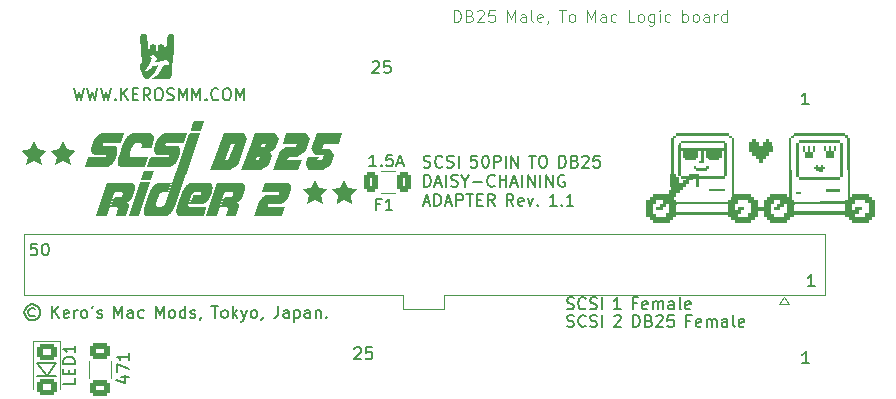
<source format=gto>
G04 #@! TF.GenerationSoftware,KiCad,Pcbnew,(7.0.0-0)*
G04 #@! TF.CreationDate,2024-01-14T16:53:10+09:00*
G04 #@! TF.ProjectId,SCSIRIDER2_db25:f_gh,53435349-5249-4444-9552-325f64623235,rev?*
G04 #@! TF.SameCoordinates,Original*
G04 #@! TF.FileFunction,Legend,Top*
G04 #@! TF.FilePolarity,Positive*
%FSLAX46Y46*%
G04 Gerber Fmt 4.6, Leading zero omitted, Abs format (unit mm)*
G04 Created by KiCad (PCBNEW (7.0.0-0)) date 2024-01-14 16:53:10*
%MOMM*%
%LPD*%
G01*
G04 APERTURE LIST*
G04 Aperture macros list*
%AMRoundRect*
0 Rectangle with rounded corners*
0 $1 Rounding radius*
0 $2 $3 $4 $5 $6 $7 $8 $9 X,Y pos of 4 corners*
0 Add a 4 corners polygon primitive as box body*
4,1,4,$2,$3,$4,$5,$6,$7,$8,$9,$2,$3,0*
0 Add four circle primitives for the rounded corners*
1,1,$1+$1,$2,$3*
1,1,$1+$1,$4,$5*
1,1,$1+$1,$6,$7*
1,1,$1+$1,$8,$9*
0 Add four rect primitives between the rounded corners*
20,1,$1+$1,$2,$3,$4,$5,0*
20,1,$1+$1,$4,$5,$6,$7,0*
20,1,$1+$1,$6,$7,$8,$9,0*
20,1,$1+$1,$8,$9,$2,$3,0*%
G04 Aperture macros list end*
%ADD10C,0.150000*%
%ADD11C,0.000000*%
%ADD12C,0.100000*%
%ADD13C,0.120000*%
%ADD14C,0.200000*%
%ADD15RoundRect,0.250001X-0.624999X0.462499X-0.624999X-0.462499X0.624999X-0.462499X0.624999X0.462499X0*%
%ADD16C,4.000000*%
%ADD17R,1.600000X1.600000*%
%ADD18C,1.600000*%
%ADD19RoundRect,0.250000X-0.375000X-0.625000X0.375000X-0.625000X0.375000X0.625000X-0.375000X0.625000X0*%
%ADD20C,2.800000*%
%ADD21RoundRect,0.250000X-0.625000X0.400000X-0.625000X-0.400000X0.625000X-0.400000X0.625000X0.400000X0*%
%ADD22R,1.700000X1.700000*%
%ADD23O,1.700000X1.700000*%
%ADD24O,1.500000X1.500000*%
G04 APERTURE END LIST*
D10*
X135641904Y-116632380D02*
X135070476Y-116632380D01*
X135356190Y-116632380D02*
X135356190Y-115632380D01*
X135356190Y-115632380D02*
X135260952Y-115775238D01*
X135260952Y-115775238D02*
X135165714Y-115870476D01*
X135165714Y-115870476D02*
X135070476Y-115918095D01*
X136070476Y-116537142D02*
X136118095Y-116584761D01*
X136118095Y-116584761D02*
X136070476Y-116632380D01*
X136070476Y-116632380D02*
X136022857Y-116584761D01*
X136022857Y-116584761D02*
X136070476Y-116537142D01*
X136070476Y-116537142D02*
X136070476Y-116632380D01*
X137022856Y-115632380D02*
X136546666Y-115632380D01*
X136546666Y-115632380D02*
X136499047Y-116108571D01*
X136499047Y-116108571D02*
X136546666Y-116060952D01*
X136546666Y-116060952D02*
X136641904Y-116013333D01*
X136641904Y-116013333D02*
X136879999Y-116013333D01*
X136879999Y-116013333D02*
X136975237Y-116060952D01*
X136975237Y-116060952D02*
X137022856Y-116108571D01*
X137022856Y-116108571D02*
X137070475Y-116203809D01*
X137070475Y-116203809D02*
X137070475Y-116441904D01*
X137070475Y-116441904D02*
X137022856Y-116537142D01*
X137022856Y-116537142D02*
X136975237Y-116584761D01*
X136975237Y-116584761D02*
X136879999Y-116632380D01*
X136879999Y-116632380D02*
X136641904Y-116632380D01*
X136641904Y-116632380D02*
X136546666Y-116584761D01*
X136546666Y-116584761D02*
X136499047Y-116537142D01*
X137451428Y-116346666D02*
X137927618Y-116346666D01*
X137356190Y-116632380D02*
X137689523Y-115632380D01*
X137689523Y-115632380D02*
X138022856Y-116632380D01*
D11*
G36*
X124150519Y-118008038D02*
G01*
X124171560Y-118008941D01*
X124191966Y-118010447D01*
X124211735Y-118012555D01*
X124230868Y-118015264D01*
X124249366Y-118018575D01*
X124267228Y-118022488D01*
X124284454Y-118027001D01*
X124301044Y-118032116D01*
X124316998Y-118037831D01*
X124332316Y-118044148D01*
X124346998Y-118051064D01*
X124361045Y-118058581D01*
X124374456Y-118066698D01*
X124387230Y-118075416D01*
X124399369Y-118084732D01*
X124410896Y-118094522D01*
X124421932Y-118104656D01*
X124432476Y-118115135D01*
X124442527Y-118125958D01*
X124452084Y-118137126D01*
X124461148Y-118148639D01*
X124469716Y-118160495D01*
X124477788Y-118172695D01*
X124485364Y-118185239D01*
X124492442Y-118198127D01*
X124499023Y-118211358D01*
X124505104Y-118224931D01*
X124510686Y-118238848D01*
X124515768Y-118253108D01*
X124520348Y-118267710D01*
X124524427Y-118282654D01*
X124528093Y-118297906D01*
X124531342Y-118313431D01*
X124534174Y-118329229D01*
X124536589Y-118345300D01*
X124538588Y-118361646D01*
X124540171Y-118378266D01*
X124541339Y-118395161D01*
X124542092Y-118412330D01*
X124542429Y-118429776D01*
X124542353Y-118447497D01*
X124541862Y-118465495D01*
X124540958Y-118483769D01*
X124539640Y-118502320D01*
X124537910Y-118521149D01*
X124535767Y-118540255D01*
X124533212Y-118559639D01*
X124527290Y-118598676D01*
X124520381Y-118637785D01*
X124512491Y-118676966D01*
X124503626Y-118716220D01*
X124493792Y-118755547D01*
X124482996Y-118794946D01*
X124471242Y-118834418D01*
X124458539Y-118873963D01*
X124353120Y-119181694D01*
X124346274Y-119200302D01*
X124338912Y-119218774D01*
X124331035Y-119237110D01*
X124322642Y-119255309D01*
X124313733Y-119273372D01*
X124304308Y-119291299D01*
X124294365Y-119309090D01*
X124283905Y-119326744D01*
X124272927Y-119344263D01*
X124261432Y-119361645D01*
X124249417Y-119378890D01*
X124236884Y-119396000D01*
X124223831Y-119412973D01*
X124210259Y-119429809D01*
X124196167Y-119446510D01*
X124181554Y-119463074D01*
X124166538Y-119479432D01*
X124151141Y-119495515D01*
X124135364Y-119511321D01*
X124119206Y-119526851D01*
X124102669Y-119542105D01*
X124085751Y-119557083D01*
X124068455Y-119571784D01*
X124050779Y-119586208D01*
X124032726Y-119600355D01*
X124014294Y-119614225D01*
X123995484Y-119627818D01*
X123976297Y-119641132D01*
X123956733Y-119654170D01*
X123936793Y-119666929D01*
X123916476Y-119679410D01*
X123895784Y-119691613D01*
X123895784Y-119700398D01*
X123904565Y-119700398D01*
X123907896Y-119702701D01*
X123911298Y-119705153D01*
X123914772Y-119707754D01*
X123918316Y-119710505D01*
X123925613Y-119716461D01*
X123933182Y-119723023D01*
X123941017Y-119730196D01*
X123949113Y-119737986D01*
X123957463Y-119746397D01*
X123966062Y-119755432D01*
X123970428Y-119760150D01*
X123974709Y-119764952D01*
X123978905Y-119769840D01*
X123983014Y-119774813D01*
X123987038Y-119779871D01*
X123990974Y-119785016D01*
X123994824Y-119790246D01*
X123998586Y-119795563D01*
X124002260Y-119800965D01*
X124005846Y-119806455D01*
X124009344Y-119812031D01*
X124012753Y-119817693D01*
X124016072Y-119823443D01*
X124019302Y-119829281D01*
X124022442Y-119835205D01*
X124025491Y-119841217D01*
X124031377Y-119853388D01*
X124036831Y-119865776D01*
X124041855Y-119878380D01*
X124046451Y-119891197D01*
X124050624Y-119904226D01*
X124054376Y-119917465D01*
X124057709Y-119930913D01*
X124060628Y-119944569D01*
X124061919Y-119951416D01*
X124062980Y-119958248D01*
X124063812Y-119965065D01*
X124064416Y-119971866D01*
X124064794Y-119978651D01*
X124064944Y-119985420D01*
X124064870Y-119992173D01*
X124064570Y-119998909D01*
X124064046Y-120005629D01*
X124063299Y-120012332D01*
X124062330Y-120019018D01*
X124061138Y-120025686D01*
X124059726Y-120032338D01*
X124058093Y-120038971D01*
X124056241Y-120045587D01*
X124054170Y-120052185D01*
X123794755Y-120803948D01*
X123791358Y-120813006D01*
X123787754Y-120821480D01*
X123783945Y-120829369D01*
X123779930Y-120836674D01*
X123775709Y-120843395D01*
X123771282Y-120849531D01*
X123766649Y-120855083D01*
X123761810Y-120860050D01*
X123756766Y-120864433D01*
X123751515Y-120868231D01*
X123748813Y-120869911D01*
X123746059Y-120871445D01*
X123743253Y-120872833D01*
X123740396Y-120874075D01*
X123737488Y-120875171D01*
X123734528Y-120876120D01*
X123731517Y-120876924D01*
X123728454Y-120877581D01*
X123725340Y-120878093D01*
X123722174Y-120878458D01*
X123715688Y-120878750D01*
X122937444Y-120878750D01*
X122934227Y-120878677D01*
X122931164Y-120878458D01*
X122928255Y-120878093D01*
X122925501Y-120877581D01*
X122922902Y-120876924D01*
X122920457Y-120876120D01*
X122918166Y-120875171D01*
X122916030Y-120874075D01*
X122914048Y-120872833D01*
X122912221Y-120871445D01*
X122910548Y-120869911D01*
X122909029Y-120868231D01*
X122907665Y-120866405D01*
X122906455Y-120864433D01*
X122905400Y-120862315D01*
X122904499Y-120860050D01*
X122903753Y-120857639D01*
X122903161Y-120855083D01*
X122902723Y-120852380D01*
X122902440Y-120849531D01*
X122902311Y-120846536D01*
X122902337Y-120843395D01*
X122902517Y-120840108D01*
X122902852Y-120836674D01*
X122903341Y-120833095D01*
X122903984Y-120829369D01*
X122904782Y-120825498D01*
X122905735Y-120821480D01*
X122906841Y-120817316D01*
X122908103Y-120813006D01*
X122909518Y-120808550D01*
X122911088Y-120803948D01*
X123025293Y-120469860D01*
X123043444Y-120410528D01*
X123062757Y-120346741D01*
X123067349Y-120330469D01*
X123071244Y-120314600D01*
X123074449Y-120299137D01*
X123076969Y-120284082D01*
X123078811Y-120269440D01*
X123079981Y-120255212D01*
X123080484Y-120241402D01*
X123080327Y-120228012D01*
X123079928Y-120221485D01*
X123079309Y-120215078D01*
X123078471Y-120208791D01*
X123077413Y-120202624D01*
X123076134Y-120196577D01*
X123074633Y-120190648D01*
X123072909Y-120184839D01*
X123070962Y-120179148D01*
X123068790Y-120173575D01*
X123066394Y-120168120D01*
X123063773Y-120162782D01*
X123060925Y-120157560D01*
X123057849Y-120152456D01*
X123054546Y-120147467D01*
X123051015Y-120142594D01*
X123047254Y-120137837D01*
X123043236Y-120133313D01*
X123038837Y-120129045D01*
X123034057Y-120125031D01*
X123028896Y-120121273D01*
X123023356Y-120117770D01*
X123017436Y-120114524D01*
X123011137Y-120111534D01*
X123004460Y-120108802D01*
X122997403Y-120106326D01*
X122989969Y-120104109D01*
X122982157Y-120102149D01*
X122973967Y-120100448D01*
X122965401Y-120099006D01*
X122956458Y-120097824D01*
X122947139Y-120096900D01*
X122937444Y-120096237D01*
X122581391Y-120096237D01*
X122572901Y-120096032D01*
X122565065Y-120095414D01*
X122557883Y-120094384D01*
X122554537Y-120093714D01*
X122551355Y-120092942D01*
X122548336Y-120092066D01*
X122545481Y-120091087D01*
X122542789Y-120090005D01*
X122540261Y-120088819D01*
X122537896Y-120087531D01*
X122535695Y-120086139D01*
X122533657Y-120084644D01*
X122531782Y-120083045D01*
X122530071Y-120081344D01*
X122528524Y-120079538D01*
X122527140Y-120077630D01*
X122525920Y-120075618D01*
X122524863Y-120073503D01*
X122523970Y-120071284D01*
X122523240Y-120068962D01*
X122522674Y-120066536D01*
X122522271Y-120064006D01*
X122522032Y-120061374D01*
X122521956Y-120058637D01*
X122522044Y-120055797D01*
X122522295Y-120052853D01*
X122522710Y-120049806D01*
X122523288Y-120046655D01*
X122524030Y-120043400D01*
X122774663Y-119317993D01*
X122775832Y-119314750D01*
X122777112Y-119311610D01*
X122778503Y-119308573D01*
X122780004Y-119305639D01*
X122781616Y-119302808D01*
X122783339Y-119300080D01*
X122785172Y-119297454D01*
X122787117Y-119294932D01*
X122789172Y-119292513D01*
X122791338Y-119290196D01*
X122793616Y-119287983D01*
X122796004Y-119285872D01*
X122798503Y-119283865D01*
X122801114Y-119281960D01*
X122803836Y-119280159D01*
X122806669Y-119278460D01*
X122809613Y-119276864D01*
X122812669Y-119275371D01*
X122815836Y-119273981D01*
X122819114Y-119272695D01*
X122822504Y-119271511D01*
X122826005Y-119270430D01*
X122829618Y-119269452D01*
X122833343Y-119268576D01*
X122837179Y-119267804D01*
X122841127Y-119267135D01*
X122845186Y-119266569D01*
X122849358Y-119266106D01*
X122853641Y-119265745D01*
X122858036Y-119265488D01*
X122862543Y-119265333D01*
X122867162Y-119265282D01*
X123284707Y-119265282D01*
X123297119Y-119263989D01*
X123309065Y-119262338D01*
X123320545Y-119260329D01*
X123331561Y-119257962D01*
X123342111Y-119255236D01*
X123352197Y-119252151D01*
X123361818Y-119248707D01*
X123370977Y-119244902D01*
X123379671Y-119240737D01*
X123387903Y-119236211D01*
X123395673Y-119231325D01*
X123402980Y-119226077D01*
X123409825Y-119220467D01*
X123416209Y-119214495D01*
X123422132Y-119208160D01*
X123427594Y-119201462D01*
X123432799Y-119194421D01*
X123437950Y-119187055D01*
X123443047Y-119179365D01*
X123448091Y-119171351D01*
X123453082Y-119163011D01*
X123458020Y-119154347D01*
X123462906Y-119145358D01*
X123467740Y-119136043D01*
X123472523Y-119126403D01*
X123477254Y-119116437D01*
X123481935Y-119106145D01*
X123486565Y-119095527D01*
X123495676Y-119073312D01*
X123504590Y-119049790D01*
X123508817Y-119038387D01*
X123512681Y-119027239D01*
X123516182Y-119016346D01*
X123519319Y-119005708D01*
X123522092Y-118995327D01*
X123524503Y-118985201D01*
X123526550Y-118975332D01*
X123528233Y-118965720D01*
X123529553Y-118956365D01*
X123530510Y-118947268D01*
X123531103Y-118938430D01*
X123531333Y-118929849D01*
X123531200Y-118921528D01*
X123530703Y-118913466D01*
X123529843Y-118905664D01*
X123528619Y-118898121D01*
X123527852Y-118894473D01*
X123526909Y-118890939D01*
X123525788Y-118887521D01*
X123524491Y-118884218D01*
X123523016Y-118881030D01*
X123521365Y-118877957D01*
X123519538Y-118875000D01*
X123517534Y-118872158D01*
X123515354Y-118869431D01*
X123512997Y-118866820D01*
X123510464Y-118864325D01*
X123507755Y-118861945D01*
X123504871Y-118859681D01*
X123501810Y-118857532D01*
X123498573Y-118855499D01*
X123495161Y-118853582D01*
X123491573Y-118851781D01*
X123487809Y-118850095D01*
X123483870Y-118848526D01*
X123479756Y-118847072D01*
X123475466Y-118845735D01*
X123471002Y-118844513D01*
X123466362Y-118843408D01*
X123461547Y-118842419D01*
X123456557Y-118841546D01*
X123451393Y-118840789D01*
X123446054Y-118840148D01*
X123440540Y-118839624D01*
X123434852Y-118839216D01*
X123428990Y-118838925D01*
X123422953Y-118838750D01*
X123416742Y-118838692D01*
X122858377Y-118838692D01*
X122854580Y-118838736D01*
X122850941Y-118838867D01*
X122847459Y-118839086D01*
X122844135Y-118839392D01*
X122840967Y-118839786D01*
X122837958Y-118840266D01*
X122835105Y-118840832D01*
X122832410Y-118841486D01*
X122829873Y-118842225D01*
X122827493Y-118843051D01*
X122825270Y-118843963D01*
X122823205Y-118844960D01*
X122821297Y-118846043D01*
X122819547Y-118847212D01*
X122817954Y-118848466D01*
X122816518Y-118849804D01*
X122815168Y-118851206D01*
X122813830Y-118852698D01*
X122812506Y-118854279D01*
X122811194Y-118855950D01*
X122809896Y-118857709D01*
X122808612Y-118859557D01*
X122807343Y-118861492D01*
X122806088Y-118863514D01*
X122804848Y-118865622D01*
X122803624Y-118867816D01*
X122802415Y-118870095D01*
X122801223Y-118872459D01*
X122800047Y-118874906D01*
X122798889Y-118877438D01*
X122797748Y-118880052D01*
X122796624Y-118882748D01*
X122137231Y-120803948D01*
X122133849Y-120813006D01*
X122130293Y-120821480D01*
X122126562Y-120829369D01*
X122122658Y-120836674D01*
X122118581Y-120843395D01*
X122114333Y-120849531D01*
X122109913Y-120855083D01*
X122105322Y-120860050D01*
X122100563Y-120864433D01*
X122095634Y-120868231D01*
X122090538Y-120871445D01*
X122085274Y-120874075D01*
X122082580Y-120875171D01*
X122079844Y-120876120D01*
X122077066Y-120876924D01*
X122074248Y-120877581D01*
X122071388Y-120878093D01*
X122068487Y-120878458D01*
X122062562Y-120878750D01*
X121284314Y-120878750D01*
X121281097Y-120878677D01*
X121278034Y-120878458D01*
X121275126Y-120878093D01*
X121272372Y-120877581D01*
X121269772Y-120876924D01*
X121267327Y-120876120D01*
X121265037Y-120875171D01*
X121262900Y-120874075D01*
X121260918Y-120872833D01*
X121259091Y-120871445D01*
X121257418Y-120869911D01*
X121255900Y-120868231D01*
X121254535Y-120866405D01*
X121253326Y-120864433D01*
X121252270Y-120862315D01*
X121251370Y-120860050D01*
X121250623Y-120857639D01*
X121250031Y-120855083D01*
X121249594Y-120852380D01*
X121249311Y-120849531D01*
X121249182Y-120846536D01*
X121249208Y-120843395D01*
X121249388Y-120840108D01*
X121249722Y-120836674D01*
X121250211Y-120833095D01*
X121250855Y-120829369D01*
X121251653Y-120825498D01*
X121252605Y-120821480D01*
X121253712Y-120817316D01*
X121254973Y-120813006D01*
X121256389Y-120808550D01*
X121257959Y-120803948D01*
X122194337Y-118082539D01*
X122197734Y-118073502D01*
X122201337Y-118065044D01*
X122205145Y-118057165D01*
X122209160Y-118049867D01*
X122213381Y-118043149D01*
X122217807Y-118037013D01*
X122222440Y-118031458D01*
X122227278Y-118026485D01*
X122232323Y-118022096D01*
X122237573Y-118018289D01*
X122240276Y-118016605D01*
X122243030Y-118015067D01*
X122245835Y-118013675D01*
X122248692Y-118012430D01*
X122251600Y-118011330D01*
X122254560Y-118010377D01*
X122257572Y-118009571D01*
X122260634Y-118008911D01*
X122263749Y-118008397D01*
X122266914Y-118008030D01*
X122273400Y-118007736D01*
X124128842Y-118007736D01*
X124150519Y-118008038D01*
G37*
G36*
X115702443Y-108515155D02*
G01*
X116075429Y-108515155D01*
X116075571Y-108519198D01*
X116075936Y-108523306D01*
X116076535Y-108527479D01*
X116077334Y-108531509D01*
X116078340Y-108535459D01*
X116079549Y-108539323D01*
X116080957Y-108543096D01*
X116082558Y-108546772D01*
X116084351Y-108550345D01*
X116086330Y-108553810D01*
X116088491Y-108557162D01*
X116090831Y-108560394D01*
X116093344Y-108563502D01*
X116096028Y-108566478D01*
X116098879Y-108569319D01*
X116101891Y-108572017D01*
X116105061Y-108574569D01*
X116108385Y-108576967D01*
X116111859Y-108579206D01*
X116127732Y-108592037D01*
X116155251Y-108592037D01*
X116161226Y-108591846D01*
X116167494Y-108591228D01*
X116174137Y-108590116D01*
X116181236Y-108588442D01*
X116188870Y-108586140D01*
X116197120Y-108583142D01*
X116206066Y-108579381D01*
X116215790Y-108574789D01*
X116226371Y-108569300D01*
X116237889Y-108562846D01*
X116250426Y-108555360D01*
X116264061Y-108546775D01*
X116278876Y-108537023D01*
X116294949Y-108526037D01*
X116331197Y-108500095D01*
X116375636Y-108467529D01*
X116413762Y-108439192D01*
X116445663Y-108414947D01*
X116459306Y-108404317D01*
X116471425Y-108394659D01*
X116510184Y-108360575D01*
X116548557Y-108324523D01*
X116586518Y-108286529D01*
X116624041Y-108246623D01*
X116661099Y-108204831D01*
X116697665Y-108161183D01*
X116733712Y-108115705D01*
X116769216Y-108068426D01*
X116843564Y-108118036D01*
X116850247Y-108122126D01*
X116857234Y-108125720D01*
X116864503Y-108128821D01*
X116872032Y-108131436D01*
X116879800Y-108133570D01*
X116887785Y-108135227D01*
X116895966Y-108136414D01*
X116904320Y-108137135D01*
X116912826Y-108137395D01*
X116921462Y-108137200D01*
X116930206Y-108136556D01*
X116939038Y-108135466D01*
X116947934Y-108133937D01*
X116956874Y-108131974D01*
X116965836Y-108129582D01*
X116974797Y-108126766D01*
X116997989Y-108120422D01*
X117021023Y-108114386D01*
X117043893Y-108108658D01*
X117066591Y-108103235D01*
X117089109Y-108098116D01*
X117111440Y-108093299D01*
X117133575Y-108088783D01*
X117155507Y-108084566D01*
X117134479Y-108146258D01*
X117108328Y-108217352D01*
X117077093Y-108297724D01*
X117040811Y-108387249D01*
X117021015Y-108433648D01*
X117000428Y-108478879D01*
X116979054Y-108522936D01*
X116956897Y-108565811D01*
X116933963Y-108607496D01*
X116910256Y-108647983D01*
X116885782Y-108687266D01*
X116860545Y-108725336D01*
X116834549Y-108762186D01*
X116807801Y-108797808D01*
X116780304Y-108832195D01*
X116752064Y-108865339D01*
X116723085Y-108897233D01*
X116693372Y-108927870D01*
X116662930Y-108957240D01*
X116631764Y-108985338D01*
X116613904Y-109001073D01*
X116596466Y-109016115D01*
X116579487Y-109030440D01*
X116563004Y-109044026D01*
X116547055Y-109056849D01*
X116531676Y-109068886D01*
X116516904Y-109080114D01*
X116502778Y-109090509D01*
X116482780Y-109103953D01*
X116473366Y-109110521D01*
X116464433Y-109117048D01*
X116456054Y-109123580D01*
X116448297Y-109130165D01*
X116441233Y-109136847D01*
X116437982Y-109140239D01*
X116434931Y-109143674D01*
X116432088Y-109147156D01*
X116429461Y-109150691D01*
X116427061Y-109154286D01*
X116424894Y-109157946D01*
X116422971Y-109161676D01*
X116421300Y-109165483D01*
X116419889Y-109169373D01*
X116418748Y-109173351D01*
X116417884Y-109177423D01*
X116417308Y-109181594D01*
X116417027Y-109185871D01*
X116417050Y-109190260D01*
X116417387Y-109194766D01*
X116418045Y-109199394D01*
X116419033Y-109204151D01*
X116420362Y-109209043D01*
X116437295Y-109257196D01*
X116486375Y-109257196D01*
X116489192Y-109257146D01*
X116492050Y-109256991D01*
X116494967Y-109256728D01*
X116497963Y-109256351D01*
X116501057Y-109255855D01*
X116504267Y-109255236D01*
X116507613Y-109254489D01*
X116511113Y-109253608D01*
X116518654Y-109251428D01*
X116527041Y-109248657D01*
X116536427Y-109245257D01*
X116546964Y-109241188D01*
X116674363Y-109190258D01*
X116695328Y-109181677D01*
X116716608Y-109172102D01*
X116738214Y-109161526D01*
X116760158Y-109149941D01*
X116782451Y-109137339D01*
X116805104Y-109123712D01*
X116828128Y-109109052D01*
X116851535Y-109093353D01*
X116875335Y-109076605D01*
X116899541Y-109058802D01*
X116924162Y-109039935D01*
X116949211Y-109019997D01*
X116974699Y-108998980D01*
X117000637Y-108976877D01*
X117053906Y-108929378D01*
X117100037Y-108883608D01*
X117146527Y-108833934D01*
X117193339Y-108780397D01*
X117240437Y-108723036D01*
X117287784Y-108661893D01*
X117335341Y-108597008D01*
X117383072Y-108528420D01*
X117430940Y-108456171D01*
X117442030Y-108437640D01*
X117453983Y-108416445D01*
X117466816Y-108392536D01*
X117480548Y-108365866D01*
X117495199Y-108336387D01*
X117510785Y-108304051D01*
X117544843Y-108230613D01*
X117555340Y-108224896D01*
X117565496Y-108219155D01*
X117575305Y-108213393D01*
X117584760Y-108207610D01*
X117593856Y-108201809D01*
X117602586Y-108195991D01*
X117610944Y-108190158D01*
X117618924Y-108184311D01*
X117635991Y-108165392D01*
X117638719Y-108160602D01*
X117641154Y-108155831D01*
X117643302Y-108151082D01*
X117645172Y-108146356D01*
X117646771Y-108141653D01*
X117648106Y-108136975D01*
X117649184Y-108132324D01*
X117650013Y-108127701D01*
X117650600Y-108123107D01*
X117650952Y-108118543D01*
X117651078Y-108114011D01*
X117650984Y-108109511D01*
X117650677Y-108105047D01*
X117650166Y-108100617D01*
X117649456Y-108096225D01*
X117648557Y-108091871D01*
X117647474Y-108087556D01*
X117646216Y-108083282D01*
X117643203Y-108074863D01*
X117639576Y-108066622D01*
X117635393Y-108058571D01*
X117630715Y-108050720D01*
X117625600Y-108043079D01*
X117620106Y-108035659D01*
X117614293Y-108028471D01*
X117644180Y-108027797D01*
X117673906Y-108027346D01*
X117703459Y-108027094D01*
X117732827Y-108027015D01*
X117751813Y-108027276D01*
X117772746Y-108028055D01*
X117795614Y-108029352D01*
X117820404Y-108031166D01*
X117847103Y-108033494D01*
X117875700Y-108036335D01*
X117938539Y-108043550D01*
X117947687Y-108044415D01*
X117956530Y-108044982D01*
X117965075Y-108045262D01*
X117973325Y-108045267D01*
X117981285Y-108045007D01*
X117988961Y-108044493D01*
X117996358Y-108043736D01*
X118003480Y-108042747D01*
X118010332Y-108041537D01*
X118016920Y-108040116D01*
X118023248Y-108038497D01*
X118029322Y-108036689D01*
X118035146Y-108034704D01*
X118040725Y-108032552D01*
X118046064Y-108030244D01*
X118051169Y-108027792D01*
X118056044Y-108025206D01*
X118060694Y-108022498D01*
X118065123Y-108019677D01*
X118069339Y-108016756D01*
X118073344Y-108013745D01*
X118077144Y-108010654D01*
X118080744Y-108007495D01*
X118084149Y-108004280D01*
X118087364Y-108001017D01*
X118090393Y-107997720D01*
X118095917Y-107991062D01*
X118100760Y-107984393D01*
X118104962Y-107977802D01*
X118108567Y-107971326D01*
X118112038Y-107964070D01*
X118115223Y-107956058D01*
X118117967Y-107947316D01*
X118120120Y-107937869D01*
X118121527Y-107927744D01*
X118122037Y-107916964D01*
X118121497Y-107905556D01*
X118119753Y-107893545D01*
X118118383Y-107887322D01*
X118116655Y-107880957D01*
X118114549Y-107874454D01*
X118112047Y-107867816D01*
X118109131Y-107861047D01*
X118105779Y-107854149D01*
X118101975Y-107847125D01*
X118097698Y-107839980D01*
X118092929Y-107832715D01*
X118087650Y-107825335D01*
X118081840Y-107817842D01*
X118075482Y-107810240D01*
X118068557Y-107802531D01*
X118061044Y-107794719D01*
X118050268Y-107784219D01*
X118038921Y-107773697D01*
X118014486Y-107752576D01*
X117987681Y-107731318D01*
X117958451Y-107709887D01*
X117926741Y-107688245D01*
X117892495Y-107666354D01*
X117855657Y-107644179D01*
X117816171Y-107621681D01*
X117775956Y-107599323D01*
X117635594Y-107719709D01*
X117562934Y-107731538D01*
X117482449Y-107743406D01*
X117394399Y-107755298D01*
X117299043Y-107767202D01*
X117228028Y-107775885D01*
X117161441Y-107784482D01*
X117099294Y-107793005D01*
X117041600Y-107801466D01*
X116999779Y-107807282D01*
X116965697Y-107811586D01*
X116938611Y-107814599D01*
X116917775Y-107816547D01*
X116937000Y-107778624D01*
X116955182Y-107742065D01*
X116972321Y-107706896D01*
X116988420Y-107673141D01*
X116999436Y-107668684D01*
X117009916Y-107664042D01*
X117019863Y-107659213D01*
X117029279Y-107654196D01*
X117038167Y-107648987D01*
X117046530Y-107643586D01*
X117054370Y-107637991D01*
X117061692Y-107632198D01*
X117068498Y-107626208D01*
X117074790Y-107620017D01*
X117080572Y-107613623D01*
X117085846Y-107607026D01*
X117090616Y-107600222D01*
X117094883Y-107593210D01*
X117098653Y-107585988D01*
X117101926Y-107578554D01*
X117103710Y-107573818D01*
X117105358Y-107568736D01*
X117106822Y-107563309D01*
X117108054Y-107557534D01*
X117109004Y-107551411D01*
X117109624Y-107544940D01*
X117109866Y-107538118D01*
X117109680Y-107530946D01*
X117109019Y-107523421D01*
X117107832Y-107515544D01*
X117106073Y-107507313D01*
X117103692Y-107498727D01*
X117100640Y-107489785D01*
X117096869Y-107480486D01*
X117092331Y-107470830D01*
X117086976Y-107460815D01*
X117080554Y-107452772D01*
X117071635Y-107442904D01*
X117059374Y-107430726D01*
X117042924Y-107415753D01*
X117021438Y-107397499D01*
X116994071Y-107375480D01*
X116959975Y-107349210D01*
X116918305Y-107318205D01*
X116902861Y-107307633D01*
X116888062Y-107297787D01*
X116873885Y-107288658D01*
X116860306Y-107280232D01*
X116847301Y-107272499D01*
X116834847Y-107265449D01*
X116822920Y-107259068D01*
X116811496Y-107253347D01*
X116800550Y-107248274D01*
X116790060Y-107243838D01*
X116780002Y-107240028D01*
X116770350Y-107236832D01*
X116761083Y-107234238D01*
X116752175Y-107232237D01*
X116743604Y-107230816D01*
X116735345Y-107229965D01*
X116728518Y-107228814D01*
X116721573Y-107227993D01*
X116714493Y-107227506D01*
X116707265Y-107227359D01*
X116699876Y-107227554D01*
X116692310Y-107228098D01*
X116684554Y-107228994D01*
X116676593Y-107230246D01*
X116668414Y-107231860D01*
X116660002Y-107233840D01*
X116651343Y-107236189D01*
X116642423Y-107238913D01*
X116633228Y-107242017D01*
X116623743Y-107245503D01*
X116613955Y-107249378D01*
X116603848Y-107253645D01*
X116597205Y-107257127D01*
X116590771Y-107260824D01*
X116584546Y-107264737D01*
X116578531Y-107268862D01*
X116572728Y-107273201D01*
X116567135Y-107277750D01*
X116561755Y-107282510D01*
X116556589Y-107287478D01*
X116551636Y-107292654D01*
X116546898Y-107298037D01*
X116542375Y-107303625D01*
X116538068Y-107309418D01*
X116533979Y-107315413D01*
X116530107Y-107321611D01*
X116526453Y-107328010D01*
X116523019Y-107334608D01*
X116494576Y-107391889D01*
X116637055Y-107467956D01*
X116616618Y-107537782D01*
X116596688Y-107602778D01*
X116577276Y-107662911D01*
X116558392Y-107718152D01*
X116540047Y-107768470D01*
X116522254Y-107813833D01*
X116505022Y-107854210D01*
X116488362Y-107889570D01*
X116467581Y-107932197D01*
X116446465Y-107973705D01*
X116425018Y-108014087D01*
X116403244Y-108053338D01*
X116381146Y-108091451D01*
X116358727Y-108128420D01*
X116335991Y-108164238D01*
X116312942Y-108198900D01*
X116289583Y-108232400D01*
X116265917Y-108264730D01*
X116241948Y-108295885D01*
X116217680Y-108325859D01*
X116193115Y-108354645D01*
X116168258Y-108382238D01*
X116143112Y-108408630D01*
X116117681Y-108433817D01*
X116111382Y-108440218D01*
X116103978Y-108448340D01*
X116100085Y-108453014D01*
X116096186Y-108458080D01*
X116092369Y-108463525D01*
X116088724Y-108469337D01*
X116085341Y-108475502D01*
X116082310Y-108482007D01*
X116079720Y-108488841D01*
X116078619Y-108492376D01*
X116077661Y-108495989D01*
X116076859Y-108499678D01*
X116076224Y-108503440D01*
X116075766Y-108507275D01*
X116075497Y-108511181D01*
X116075429Y-108515155D01*
X115702443Y-108515155D01*
X115699635Y-108507496D01*
X115699635Y-108506834D01*
X115693704Y-108491955D01*
X115688518Y-108478739D01*
X115684091Y-108467283D01*
X115680438Y-108457688D01*
X115675508Y-108444476D01*
X115673841Y-108439895D01*
X115668478Y-108420216D01*
X115656982Y-108367193D01*
X115651087Y-108330997D01*
X115646243Y-108289849D01*
X115643310Y-108244876D01*
X115643149Y-108197207D01*
X115646623Y-108147968D01*
X115649992Y-108123113D01*
X115654592Y-108098289D01*
X115660531Y-108073636D01*
X115667916Y-108049296D01*
X115676857Y-108025410D01*
X115687459Y-108002118D01*
X115699830Y-107979562D01*
X115714079Y-107957882D01*
X115730313Y-107937220D01*
X115748640Y-107917717D01*
X115769167Y-107899513D01*
X115792001Y-107882750D01*
X115817252Y-107867568D01*
X115845025Y-107854109D01*
X115662328Y-105764164D01*
X115659800Y-105720896D01*
X115660781Y-105680537D01*
X115665053Y-105643050D01*
X115672401Y-105608398D01*
X115682609Y-105576545D01*
X115695460Y-105547453D01*
X115710740Y-105521084D01*
X115728231Y-105497402D01*
X115747718Y-105476371D01*
X115768985Y-105457952D01*
X115791816Y-105442108D01*
X115815994Y-105428804D01*
X115841304Y-105418001D01*
X115867531Y-105409662D01*
X115894457Y-105403751D01*
X115921866Y-105400230D01*
X115949544Y-105399063D01*
X115977273Y-105400212D01*
X116004839Y-105403640D01*
X116032024Y-105409310D01*
X116058613Y-105417186D01*
X116084389Y-105427229D01*
X116109138Y-105439404D01*
X116132642Y-105453672D01*
X116154687Y-105469997D01*
X116175055Y-105488342D01*
X116193530Y-105508670D01*
X116209898Y-105530943D01*
X116223941Y-105555125D01*
X116235445Y-105581178D01*
X116244192Y-105609066D01*
X116249967Y-105638752D01*
X116273135Y-105845402D01*
X116305827Y-106186754D01*
X116399190Y-107204555D01*
X116443064Y-107192700D01*
X116466630Y-107186679D01*
X116478989Y-107183694D01*
X116491796Y-107180744D01*
X116485072Y-107042181D01*
X116476515Y-106895358D01*
X116466271Y-106739953D01*
X116454488Y-106575643D01*
X116453735Y-106541904D01*
X116456392Y-106510357D01*
X116462242Y-106480996D01*
X116471067Y-106453812D01*
X116482652Y-106428799D01*
X116496778Y-106405950D01*
X116513228Y-106385257D01*
X116531787Y-106366714D01*
X116552236Y-106350311D01*
X116574358Y-106336044D01*
X116597937Y-106323903D01*
X116622756Y-106313883D01*
X116648597Y-106305975D01*
X116675243Y-106300172D01*
X116702478Y-106296468D01*
X116730084Y-106294854D01*
X116757844Y-106295324D01*
X116785542Y-106297871D01*
X116812959Y-106302486D01*
X116839880Y-106309163D01*
X116866087Y-106317895D01*
X116891363Y-106328674D01*
X116915491Y-106341493D01*
X116938254Y-106356345D01*
X116959435Y-106373222D01*
X116978816Y-106392117D01*
X116996182Y-106413023D01*
X117011314Y-106435933D01*
X117023996Y-106460840D01*
X117034011Y-106487735D01*
X117041142Y-106516612D01*
X117045171Y-106547464D01*
X117081155Y-107136429D01*
X117149415Y-107137750D01*
X117153981Y-106865958D01*
X117155295Y-106718204D01*
X117155766Y-106562811D01*
X117157460Y-106529123D01*
X117162396Y-106497871D01*
X117170358Y-106469031D01*
X117181130Y-106442581D01*
X117194497Y-106418498D01*
X117210241Y-106396758D01*
X117228147Y-106377339D01*
X117247999Y-106360219D01*
X117269580Y-106345374D01*
X117292674Y-106332782D01*
X117317065Y-106322419D01*
X117342537Y-106314264D01*
X117368873Y-106308292D01*
X117395858Y-106304483D01*
X117423276Y-106302811D01*
X117450910Y-106303255D01*
X117478543Y-106305793D01*
X117505961Y-106310400D01*
X117532946Y-106317054D01*
X117559282Y-106325733D01*
X117584754Y-106336414D01*
X117609146Y-106349073D01*
X117632240Y-106363688D01*
X117653821Y-106380237D01*
X117673672Y-106398696D01*
X117691578Y-106419042D01*
X117707322Y-106441253D01*
X117720689Y-106465306D01*
X117731461Y-106491178D01*
X117739424Y-106518847D01*
X117744359Y-106548289D01*
X117746053Y-106579481D01*
X117743653Y-106823724D01*
X117738378Y-107183260D01*
X117766453Y-107186735D01*
X117785772Y-107189230D01*
X117836144Y-107196092D01*
X117967244Y-105744720D01*
X117972057Y-105701625D01*
X117979835Y-105661984D01*
X117990372Y-105625724D01*
X118003461Y-105592775D01*
X118018897Y-105563063D01*
X118036473Y-105536515D01*
X118055982Y-105513059D01*
X118077220Y-105492624D01*
X118099979Y-105475135D01*
X118124053Y-105460522D01*
X118149237Y-105448710D01*
X118175324Y-105439629D01*
X118202107Y-105433205D01*
X118229382Y-105429367D01*
X118256940Y-105428041D01*
X118284577Y-105429155D01*
X118312086Y-105432636D01*
X118339262Y-105438413D01*
X118365896Y-105446413D01*
X118391785Y-105456563D01*
X118416720Y-105468791D01*
X118440497Y-105483025D01*
X118462909Y-105499191D01*
X118483750Y-105517218D01*
X118502813Y-105537033D01*
X118519893Y-105558563D01*
X118534782Y-105581737D01*
X118547276Y-105606481D01*
X118557168Y-105632724D01*
X118564252Y-105660392D01*
X118568321Y-105689414D01*
X118569169Y-105719717D01*
X118560013Y-105937262D01*
X118544929Y-106218654D01*
X118525232Y-106538048D01*
X118502240Y-106869596D01*
X118378808Y-108239874D01*
X118380136Y-108239874D01*
X118332379Y-108873813D01*
X118325207Y-108909652D01*
X118316636Y-108943274D01*
X118306732Y-108974749D01*
X118295563Y-109004148D01*
X118283198Y-109031542D01*
X118269702Y-109057002D01*
X118255145Y-109080598D01*
X118239594Y-109102402D01*
X118223115Y-109122484D01*
X118205777Y-109140915D01*
X118187648Y-109157766D01*
X118168794Y-109173108D01*
X118149284Y-109187011D01*
X118129184Y-109199546D01*
X118108563Y-109210785D01*
X118087488Y-109220797D01*
X118066027Y-109229654D01*
X118044247Y-109237426D01*
X118000000Y-109250000D01*
X117955289Y-109259086D01*
X117910653Y-109265249D01*
X117866634Y-109269057D01*
X117823772Y-109271075D01*
X117743680Y-109272011D01*
X116329480Y-109278362D01*
X116308325Y-109277703D01*
X116284210Y-109275604D01*
X116257595Y-109271877D01*
X116228938Y-109266340D01*
X116198700Y-109258805D01*
X116167341Y-109249089D01*
X116135319Y-109237005D01*
X116103096Y-109222369D01*
X116087051Y-109214036D01*
X116071129Y-109204995D01*
X116055386Y-109195223D01*
X116039880Y-109184698D01*
X116024668Y-109173395D01*
X116009807Y-109161292D01*
X115995356Y-109148366D01*
X115981371Y-109134593D01*
X115967910Y-109119950D01*
X115955030Y-109104415D01*
X115942790Y-109087964D01*
X115931246Y-109070573D01*
X115920455Y-109052220D01*
X115910476Y-109032881D01*
X115901366Y-109012534D01*
X115893182Y-108991155D01*
X115736814Y-108601291D01*
X115725777Y-108575028D01*
X115715794Y-108550326D01*
X115707027Y-108527658D01*
X115702443Y-108515155D01*
G37*
G36*
X109467076Y-115187817D02*
G01*
X110200881Y-115294464D01*
X109669906Y-115812004D01*
X109795287Y-116542774D01*
X109138930Y-116197769D01*
X108482705Y-116542774D01*
X108608020Y-115812004D01*
X108077045Y-115294464D01*
X108810851Y-115187817D01*
X109138930Y-114522934D01*
X109467076Y-115187817D01*
G37*
G36*
X165007892Y-118530000D02*
G01*
X165019218Y-118530521D01*
X165030058Y-118531389D01*
X165040412Y-118532604D01*
X165050283Y-118534169D01*
X165059672Y-118536085D01*
X165068580Y-118538353D01*
X165077011Y-118540976D01*
X165084964Y-118543955D01*
X165092443Y-118547291D01*
X165099448Y-118550987D01*
X165105981Y-118555044D01*
X165112045Y-118559463D01*
X165117640Y-118564246D01*
X165122769Y-118569395D01*
X165127432Y-118574912D01*
X165131633Y-118580797D01*
X165135372Y-118587053D01*
X165138652Y-118593682D01*
X165141473Y-118600684D01*
X165143838Y-118608062D01*
X165145749Y-118615818D01*
X165147206Y-118623952D01*
X165148212Y-118632466D01*
X165148769Y-118641363D01*
X165148878Y-118650643D01*
X165148541Y-118660309D01*
X165147759Y-118670362D01*
X165146535Y-118680803D01*
X165144869Y-118691635D01*
X165142764Y-118702859D01*
X165140222Y-118714476D01*
X165138961Y-118719402D01*
X165137566Y-118723912D01*
X165136019Y-118728018D01*
X165135182Y-118729923D01*
X165134300Y-118731733D01*
X165133370Y-118733449D01*
X165132391Y-118735072D01*
X165131359Y-118736604D01*
X165130272Y-118738046D01*
X165129129Y-118739402D01*
X165127926Y-118740671D01*
X165126661Y-118741856D01*
X165125332Y-118742958D01*
X165123936Y-118743980D01*
X165122472Y-118744922D01*
X165120937Y-118745786D01*
X165119327Y-118746575D01*
X165117642Y-118747290D01*
X165115879Y-118747931D01*
X165114035Y-118748502D01*
X165112108Y-118749004D01*
X165110095Y-118749438D01*
X165107995Y-118749806D01*
X165105804Y-118750110D01*
X165103521Y-118750351D01*
X165098668Y-118750653D01*
X165093416Y-118750724D01*
X164791950Y-118749715D01*
X164490325Y-118749878D01*
X164190311Y-118749742D01*
X163890277Y-118750460D01*
X163885442Y-118750399D01*
X163880939Y-118750146D01*
X163876754Y-118749682D01*
X163872873Y-118748992D01*
X163871042Y-118748557D01*
X163869282Y-118748058D01*
X163867591Y-118747494D01*
X163865967Y-118746863D01*
X163864408Y-118746162D01*
X163862914Y-118745389D01*
X163861481Y-118744543D01*
X163860108Y-118743620D01*
X163858794Y-118742620D01*
X163857536Y-118741539D01*
X163856334Y-118740375D01*
X163855184Y-118739128D01*
X163854086Y-118737793D01*
X163853038Y-118736370D01*
X163852037Y-118734855D01*
X163851083Y-118733248D01*
X163850173Y-118731545D01*
X163849306Y-118729745D01*
X163847693Y-118725843D01*
X163846229Y-118721527D01*
X163844901Y-118716778D01*
X163839622Y-118693261D01*
X163837659Y-118682138D01*
X163836151Y-118671433D01*
X163835101Y-118661144D01*
X163834511Y-118651269D01*
X163834385Y-118641804D01*
X163834724Y-118632745D01*
X163835532Y-118624091D01*
X163836812Y-118615839D01*
X163838566Y-118607984D01*
X163840797Y-118600526D01*
X163843507Y-118593459D01*
X163846700Y-118586782D01*
X163850379Y-118580491D01*
X163854546Y-118574584D01*
X163859203Y-118569058D01*
X163864354Y-118563909D01*
X163870001Y-118559135D01*
X163876148Y-118554733D01*
X163882796Y-118550699D01*
X163889949Y-118547031D01*
X163897609Y-118543726D01*
X163905780Y-118540781D01*
X163914463Y-118538193D01*
X163923662Y-118535959D01*
X163933380Y-118534076D01*
X163943618Y-118532541D01*
X163954381Y-118531351D01*
X163965670Y-118530504D01*
X163989840Y-118529823D01*
X164996077Y-118529823D01*
X165007892Y-118530000D01*
G37*
G36*
X174584365Y-115373318D02*
G01*
X174372699Y-115373318D01*
X174372699Y-114897068D01*
X174584365Y-114897068D01*
X174584365Y-115373318D01*
G37*
G36*
X116486970Y-117999025D02*
G01*
X116489526Y-117999245D01*
X116491954Y-117999612D01*
X116494253Y-118000125D01*
X116496423Y-118000785D01*
X116498464Y-118001592D01*
X116500377Y-118002545D01*
X116502161Y-118003644D01*
X116503816Y-118004890D01*
X116505342Y-118006282D01*
X116506739Y-118007820D01*
X116508008Y-118009504D01*
X116509148Y-118011334D01*
X116510159Y-118013310D01*
X116511041Y-118015432D01*
X116511794Y-118017700D01*
X116512419Y-118020113D01*
X116512914Y-118022673D01*
X116513281Y-118025377D01*
X116513518Y-118028227D01*
X116513627Y-118031223D01*
X116513607Y-118034364D01*
X116513458Y-118037650D01*
X116513179Y-118041082D01*
X116512772Y-118044658D01*
X116512236Y-118048380D01*
X116511571Y-118052247D01*
X116510777Y-118056259D01*
X116509854Y-118060415D01*
X116508802Y-118064717D01*
X116507621Y-118069163D01*
X116506311Y-118073754D01*
X115565412Y-120803948D01*
X115562031Y-120813006D01*
X115558478Y-120821480D01*
X115554752Y-120829369D01*
X115550854Y-120836674D01*
X115546784Y-120843395D01*
X115542542Y-120849531D01*
X115538128Y-120855083D01*
X115533542Y-120860050D01*
X115528784Y-120864433D01*
X115523854Y-120868231D01*
X115518753Y-120871445D01*
X115516138Y-120872833D01*
X115513480Y-120874075D01*
X115510779Y-120875171D01*
X115508035Y-120876120D01*
X115505249Y-120876924D01*
X115502420Y-120877581D01*
X115499547Y-120878093D01*
X115496632Y-120878458D01*
X115490674Y-120878750D01*
X114712491Y-120878750D01*
X114709274Y-120878677D01*
X114706212Y-120878458D01*
X114703304Y-120878093D01*
X114700550Y-120877581D01*
X114697951Y-120876924D01*
X114695506Y-120876120D01*
X114693215Y-120875171D01*
X114691079Y-120874075D01*
X114689098Y-120872833D01*
X114687270Y-120871445D01*
X114685598Y-120869911D01*
X114684079Y-120868231D01*
X114682715Y-120866405D01*
X114681506Y-120864433D01*
X114680451Y-120862315D01*
X114679550Y-120860050D01*
X114678804Y-120857639D01*
X114678212Y-120855083D01*
X114677774Y-120852380D01*
X114677491Y-120849531D01*
X114677362Y-120846536D01*
X114677388Y-120843395D01*
X114677568Y-120840108D01*
X114677903Y-120836674D01*
X114678392Y-120833095D01*
X114679036Y-120829369D01*
X114679833Y-120825498D01*
X114680786Y-120821480D01*
X114681892Y-120817316D01*
X114683154Y-120813006D01*
X114684569Y-120808550D01*
X114686139Y-120803948D01*
X115626973Y-118073754D01*
X115629860Y-118064717D01*
X115633022Y-118056259D01*
X115636459Y-118048380D01*
X115640171Y-118041082D01*
X115644158Y-118034364D01*
X115648420Y-118028227D01*
X115652956Y-118022673D01*
X115655327Y-118020113D01*
X115657767Y-118017700D01*
X115660275Y-118015432D01*
X115662852Y-118013310D01*
X115665497Y-118011334D01*
X115668210Y-118009504D01*
X115670992Y-118007820D01*
X115673842Y-118006282D01*
X115676761Y-118004890D01*
X115679748Y-118003644D01*
X115682803Y-118002545D01*
X115685927Y-118001592D01*
X115689119Y-118000785D01*
X115692379Y-118000125D01*
X115695707Y-117999612D01*
X115699104Y-117999245D01*
X115706102Y-117998951D01*
X116484285Y-117998951D01*
X116486970Y-117999025D01*
G37*
G36*
X106993068Y-115187817D02*
G01*
X107726873Y-115294464D01*
X107195897Y-115812004D01*
X107321277Y-116542774D01*
X106664922Y-116197769D01*
X106008697Y-116542774D01*
X106134011Y-115812004D01*
X105603036Y-115294464D01*
X106336841Y-115187817D01*
X106664922Y-114522934D01*
X106993068Y-115187817D01*
G37*
G36*
X172811657Y-115398797D02*
G01*
X172599990Y-115398797D01*
X172599990Y-114922547D01*
X172811657Y-114922547D01*
X172811657Y-115398797D01*
G37*
G36*
X130805566Y-118436779D02*
G01*
X131539373Y-118543362D01*
X131008397Y-119060902D01*
X131133840Y-119791737D01*
X130477422Y-119446667D01*
X129821260Y-119791737D01*
X129946576Y-119060902D01*
X129415601Y-118543362D01*
X130149404Y-118436779D01*
X130477422Y-117771832D01*
X130805566Y-118436779D01*
G37*
G36*
X165138317Y-114660504D02*
G01*
X161467329Y-114660504D01*
X161467329Y-114449552D01*
X165138317Y-114449552D01*
X165138317Y-114660504D01*
G37*
G36*
X173757647Y-115373318D02*
G01*
X173545980Y-115373318D01*
X173545980Y-114897068D01*
X173757647Y-114897068D01*
X173757647Y-115373318D01*
G37*
G36*
X171984939Y-115398797D02*
G01*
X171773272Y-115398797D01*
X171773272Y-114922547D01*
X171984939Y-114922547D01*
X171984939Y-115398797D01*
G37*
G36*
X119582015Y-116987912D02*
G01*
X119585078Y-116988144D01*
X119587986Y-116988530D01*
X119590740Y-116989071D01*
X119593339Y-116989766D01*
X119595785Y-116990615D01*
X119598075Y-116991619D01*
X119600212Y-116992778D01*
X119602193Y-116994091D01*
X119604021Y-116995559D01*
X119605694Y-116997181D01*
X119607212Y-116998957D01*
X119608576Y-117000889D01*
X119609786Y-117002975D01*
X119610841Y-117005215D01*
X119611742Y-117007610D01*
X119612489Y-117010160D01*
X119613081Y-117012864D01*
X119613518Y-117015723D01*
X119613801Y-117018737D01*
X119613930Y-117021905D01*
X119613904Y-117025228D01*
X119613724Y-117028706D01*
X119613389Y-117032338D01*
X119612900Y-117036125D01*
X119612257Y-117040067D01*
X119611459Y-117044163D01*
X119610507Y-117048415D01*
X119609400Y-117052821D01*
X119608139Y-117057381D01*
X119606723Y-117062097D01*
X119605153Y-117066967D01*
X118589582Y-120012654D01*
X118575884Y-120052193D01*
X118561147Y-120091652D01*
X118545375Y-120131035D01*
X118528571Y-120170347D01*
X118510737Y-120209592D01*
X118491877Y-120248775D01*
X118471993Y-120287901D01*
X118451089Y-120326973D01*
X118429191Y-120365465D01*
X118406324Y-120402846D01*
X118382488Y-120439118D01*
X118357683Y-120474285D01*
X118331910Y-120508349D01*
X118305167Y-120541314D01*
X118277456Y-120573183D01*
X118248777Y-120603958D01*
X118234119Y-120618901D01*
X118219213Y-120633500D01*
X118204061Y-120647753D01*
X118188662Y-120661663D01*
X118173019Y-120675229D01*
X118157131Y-120688451D01*
X118140999Y-120701331D01*
X118124624Y-120713868D01*
X118108007Y-120726063D01*
X118091148Y-120737917D01*
X118074049Y-120749429D01*
X118056709Y-120760599D01*
X118039131Y-120771430D01*
X118021314Y-120781920D01*
X118003259Y-120792070D01*
X117984967Y-120801880D01*
X117966447Y-120811174D01*
X117947705Y-120819871D01*
X117928742Y-120827971D01*
X117909557Y-120835474D01*
X117890151Y-120842378D01*
X117870522Y-120848684D01*
X117850672Y-120854392D01*
X117830599Y-120859500D01*
X117810304Y-120864008D01*
X117789785Y-120867917D01*
X117769044Y-120871226D01*
X117748080Y-120873933D01*
X117726893Y-120876040D01*
X117705482Y-120877545D01*
X117683847Y-120878449D01*
X117661988Y-120878750D01*
X116382482Y-120878750D01*
X116360297Y-120878449D01*
X116338798Y-120877545D01*
X116317986Y-120876040D01*
X116297860Y-120873933D01*
X116278420Y-120871226D01*
X116259667Y-120867917D01*
X116241601Y-120864008D01*
X116224223Y-120859500D01*
X116207531Y-120854392D01*
X116191528Y-120848684D01*
X116176211Y-120842378D01*
X116161583Y-120835474D01*
X116147643Y-120827971D01*
X116134391Y-120819871D01*
X116121827Y-120811174D01*
X116109952Y-120801880D01*
X116098650Y-120792070D01*
X116087828Y-120781920D01*
X116077486Y-120771430D01*
X116067625Y-120760599D01*
X116058244Y-120749429D01*
X116049344Y-120737917D01*
X116040925Y-120726063D01*
X116032987Y-120713868D01*
X116025531Y-120701331D01*
X116018556Y-120688451D01*
X116012063Y-120675229D01*
X116006052Y-120661663D01*
X116000524Y-120647753D01*
X115995477Y-120633500D01*
X115990914Y-120618901D01*
X115986833Y-120603958D01*
X115983188Y-120588707D01*
X115979956Y-120573183D01*
X115977137Y-120557386D01*
X115974732Y-120541314D01*
X115972739Y-120524969D01*
X115971159Y-120508349D01*
X115969992Y-120491455D01*
X115969238Y-120474285D01*
X115968896Y-120456839D01*
X115968967Y-120439118D01*
X115969450Y-120421120D01*
X115970345Y-120402846D01*
X115971653Y-120384294D01*
X115973372Y-120365465D01*
X115975504Y-120346358D01*
X115978048Y-120326973D01*
X115984025Y-120287901D01*
X115990961Y-120248775D01*
X115998856Y-120209592D01*
X116007713Y-120170347D01*
X116017533Y-120131035D01*
X116028317Y-120091652D01*
X116040067Y-120052193D01*
X116052785Y-120012654D01*
X116444039Y-118873963D01*
X116457754Y-118834418D01*
X116472492Y-118794946D01*
X116488257Y-118755547D01*
X116505050Y-118716220D01*
X116522873Y-118676966D01*
X116541726Y-118637785D01*
X116561612Y-118598676D01*
X116582532Y-118559639D01*
X116604451Y-118521149D01*
X116627332Y-118483769D01*
X116651175Y-118447497D01*
X116675979Y-118412330D01*
X116701742Y-118378266D01*
X116728465Y-118345300D01*
X116756145Y-118313431D01*
X116784783Y-118282654D01*
X116799473Y-118267710D01*
X116814402Y-118253108D01*
X116829570Y-118238848D01*
X116844978Y-118224931D01*
X116860626Y-118211358D01*
X116876513Y-118198127D01*
X116892640Y-118185239D01*
X116909007Y-118172695D01*
X116925614Y-118160495D01*
X116942461Y-118148639D01*
X116959548Y-118137126D01*
X116976876Y-118125958D01*
X116994443Y-118115135D01*
X117012251Y-118104656D01*
X117030300Y-118094522D01*
X117048589Y-118084732D01*
X117067111Y-118075416D01*
X117085857Y-118066698D01*
X117104826Y-118058581D01*
X117124019Y-118051064D01*
X117143435Y-118044148D01*
X117163075Y-118037831D01*
X117182937Y-118032116D01*
X117203022Y-118027001D01*
X117223330Y-118022488D01*
X117243860Y-118018575D01*
X117264612Y-118015264D01*
X117285586Y-118012555D01*
X117306781Y-118010447D01*
X117328199Y-118008941D01*
X117349838Y-118008038D01*
X117371698Y-118007736D01*
X118202653Y-118007736D01*
X118206945Y-118007815D01*
X118211052Y-118008051D01*
X118214973Y-118008443D01*
X118218707Y-118008992D01*
X118222255Y-118009697D01*
X118225615Y-118010557D01*
X118228787Y-118011572D01*
X118231770Y-118012742D01*
X118234564Y-118014067D01*
X118237168Y-118015545D01*
X118239582Y-118017178D01*
X118241805Y-118018963D01*
X118243837Y-118020902D01*
X118245676Y-118022992D01*
X118247323Y-118025235D01*
X118248777Y-118027630D01*
X118250080Y-118030127D01*
X118251229Y-118032675D01*
X118252223Y-118035275D01*
X118253063Y-118037926D01*
X118253749Y-118040629D01*
X118254280Y-118043383D01*
X118254657Y-118046188D01*
X118254879Y-118049045D01*
X118254947Y-118051954D01*
X118254861Y-118054914D01*
X118254620Y-118057925D01*
X118254225Y-118060988D01*
X118253675Y-118064102D01*
X118252971Y-118067268D01*
X118252113Y-118070485D01*
X118251100Y-118073754D01*
X118009256Y-118772805D01*
X118008084Y-118776075D01*
X118006796Y-118779296D01*
X118005391Y-118782468D01*
X118003869Y-118785591D01*
X118002230Y-118788663D01*
X118000471Y-118791686D01*
X117998593Y-118794657D01*
X117996594Y-118797578D01*
X117994474Y-118800447D01*
X117992233Y-118803264D01*
X117989869Y-118806029D01*
X117987381Y-118808741D01*
X117984769Y-118811401D01*
X117982033Y-118814007D01*
X117979171Y-118816559D01*
X117976182Y-118819058D01*
X117973133Y-118821450D01*
X117969994Y-118823684D01*
X117966765Y-118825762D01*
X117963447Y-118827684D01*
X117960041Y-118829450D01*
X117956546Y-118831060D01*
X117952964Y-118832516D01*
X117949295Y-118833816D01*
X117945539Y-118834962D01*
X117941698Y-118835954D01*
X117937772Y-118836792D01*
X117933761Y-118837477D01*
X117929666Y-118838009D01*
X117925487Y-118838389D01*
X117921226Y-118838616D01*
X117916883Y-118838692D01*
X117569490Y-118838692D01*
X117558627Y-118838830D01*
X117547985Y-118839243D01*
X117537564Y-118839932D01*
X117527365Y-118840896D01*
X117517386Y-118842136D01*
X117507629Y-118843652D01*
X117498092Y-118845443D01*
X117488777Y-118847510D01*
X117479683Y-118849852D01*
X117470809Y-118852470D01*
X117462157Y-118855363D01*
X117453726Y-118858532D01*
X117445516Y-118861976D01*
X117437527Y-118865696D01*
X117429759Y-118869692D01*
X117422212Y-118873963D01*
X117414869Y-118878426D01*
X117407665Y-118883046D01*
X117400600Y-118887823D01*
X117393673Y-118892756D01*
X117386883Y-118897845D01*
X117380231Y-118903090D01*
X117373716Y-118908490D01*
X117367337Y-118914045D01*
X117361095Y-118919754D01*
X117354989Y-118925617D01*
X117349018Y-118931634D01*
X117343182Y-118937804D01*
X117337481Y-118944126D01*
X117331915Y-118950602D01*
X117326482Y-118957229D01*
X117321183Y-118964009D01*
X117310961Y-118977937D01*
X117301223Y-118992204D01*
X117291970Y-119006810D01*
X117283201Y-119021756D01*
X117274916Y-119037041D01*
X117267116Y-119052665D01*
X117259800Y-119068628D01*
X117252969Y-119084931D01*
X117246520Y-119101342D01*
X117240348Y-119117627D01*
X117234452Y-119133782D01*
X117228829Y-119149802D01*
X117223479Y-119165683D01*
X117218399Y-119181420D01*
X117213589Y-119197009D01*
X117209046Y-119212445D01*
X117046395Y-119674042D01*
X117040987Y-119689515D01*
X117035710Y-119705123D01*
X117025546Y-119736749D01*
X117015891Y-119768931D01*
X117006734Y-119801682D01*
X117002713Y-119817948D01*
X116999371Y-119833803D01*
X116996708Y-119849245D01*
X116994726Y-119864276D01*
X116993426Y-119878895D01*
X116992807Y-119893102D01*
X116992754Y-119900051D01*
X116992871Y-119906897D01*
X116993160Y-119913640D01*
X116993619Y-119920281D01*
X116994286Y-119926803D01*
X116995196Y-119933191D01*
X116996349Y-119939445D01*
X116997744Y-119945564D01*
X116999381Y-119951547D01*
X117001259Y-119957395D01*
X117003379Y-119963105D01*
X117005738Y-119968679D01*
X117008338Y-119974114D01*
X117011177Y-119979412D01*
X117014256Y-119984570D01*
X117017572Y-119989589D01*
X117021127Y-119994468D01*
X117024920Y-119999206D01*
X117028949Y-120003804D01*
X117033216Y-120008259D01*
X117037789Y-120012507D01*
X117042742Y-120016483D01*
X117048073Y-120020185D01*
X117053783Y-120023615D01*
X117059873Y-120026771D01*
X117066342Y-120029654D01*
X117073191Y-120032263D01*
X117080419Y-120034599D01*
X117088028Y-120036660D01*
X117096016Y-120038447D01*
X117104386Y-120039960D01*
X117113135Y-120041198D01*
X117122266Y-120042161D01*
X117131777Y-120042849D01*
X117141670Y-120043262D01*
X117151944Y-120043400D01*
X117464070Y-120043400D01*
X117474416Y-120043262D01*
X117484575Y-120042849D01*
X117494545Y-120042161D01*
X117504327Y-120041198D01*
X117513920Y-120039960D01*
X117523325Y-120038447D01*
X117532541Y-120036660D01*
X117541567Y-120034599D01*
X117550405Y-120032263D01*
X117559053Y-120029654D01*
X117567512Y-120026771D01*
X117575781Y-120023615D01*
X117583859Y-120020185D01*
X117591748Y-120016483D01*
X117599446Y-120012507D01*
X117606954Y-120008259D01*
X117614290Y-120003804D01*
X117621475Y-119999206D01*
X117628507Y-119994468D01*
X117635388Y-119989589D01*
X117642115Y-119984570D01*
X117648689Y-119979412D01*
X117655109Y-119974114D01*
X117661375Y-119968679D01*
X117667487Y-119963105D01*
X117673444Y-119957395D01*
X117679246Y-119951547D01*
X117684892Y-119945564D01*
X117690383Y-119939445D01*
X117695717Y-119933191D01*
X117700894Y-119926803D01*
X117705915Y-119920281D01*
X117715592Y-119906897D01*
X117724858Y-119893102D01*
X117733711Y-119878895D01*
X117742153Y-119864276D01*
X117750183Y-119849245D01*
X117757801Y-119833803D01*
X117765007Y-119817948D01*
X117771802Y-119801682D01*
X117784711Y-119768931D01*
X117797075Y-119736749D01*
X117808881Y-119705123D01*
X117820119Y-119674042D01*
X118721486Y-117066967D01*
X118724884Y-117057381D01*
X118728487Y-117048415D01*
X118732297Y-117040067D01*
X118736313Y-117032338D01*
X118740535Y-117025228D01*
X118744965Y-117018737D01*
X118749601Y-117012864D01*
X118754445Y-117007610D01*
X118759496Y-117002975D01*
X118764755Y-116998957D01*
X118767462Y-116997181D01*
X118770222Y-116995559D01*
X118773033Y-116994091D01*
X118775896Y-116992778D01*
X118778812Y-116991619D01*
X118781779Y-116990615D01*
X118784799Y-116989766D01*
X118787871Y-116989071D01*
X118790995Y-116988530D01*
X118794171Y-116988144D01*
X118800679Y-116987835D01*
X119578797Y-116987835D01*
X119582015Y-116987912D01*
G37*
G36*
X172398297Y-115398797D02*
G01*
X172186630Y-115398797D01*
X172186630Y-114922547D01*
X172398297Y-114922547D01*
X172398297Y-115398797D01*
G37*
G36*
X168469818Y-119502353D02*
G01*
X168742021Y-119502353D01*
X168742021Y-119222662D01*
X169022348Y-119222662D01*
X169022348Y-118943236D01*
X170426597Y-118943236D01*
X170443345Y-118944056D01*
X170443345Y-119231736D01*
X170771402Y-119231736D01*
X170771402Y-119495975D01*
X170990637Y-119495975D01*
X170990637Y-119624325D01*
X175377481Y-119624325D01*
X175377481Y-119504574D01*
X175650900Y-119504574D01*
X175651219Y-119202976D01*
X175923606Y-119216523D01*
X175926916Y-119216596D01*
X175928581Y-119216620D01*
X175930247Y-119216629D01*
X175930247Y-118945933D01*
X177339074Y-118945933D01*
X177339074Y-119215650D01*
X177621438Y-119215650D01*
X177621438Y-119496082D01*
X177899675Y-119496082D01*
X177899675Y-120905781D01*
X177627603Y-120905781D01*
X177627603Y-121186267D01*
X177346139Y-121186267D01*
X177346186Y-121308445D01*
X177345875Y-121427646D01*
X177345824Y-121429958D01*
X177345706Y-121432269D01*
X177345529Y-121434581D01*
X177345298Y-121436892D01*
X177344704Y-121441514D01*
X177343979Y-121446134D01*
X177342358Y-121455365D01*
X177341571Y-121459976D01*
X177340873Y-121464582D01*
X175937550Y-121464582D01*
X175937550Y-121189732D01*
X175656616Y-121189732D01*
X175656616Y-120907529D01*
X175376846Y-120907529D01*
X175376846Y-120717293D01*
X170990055Y-120717293D01*
X170990055Y-120905543D01*
X170717004Y-120905543D01*
X170717004Y-121184997D01*
X170438531Y-121184997D01*
X170438531Y-121464503D01*
X169028831Y-121464503D01*
X169028831Y-121191744D01*
X168749140Y-121191744D01*
X168749140Y-120912027D01*
X168470031Y-120912027D01*
X168469988Y-120626990D01*
X169034014Y-120626990D01*
X169314156Y-120626990D01*
X169314156Y-120898083D01*
X170153414Y-120898083D01*
X170153414Y-120620588D01*
X170424612Y-120620588D01*
X170424602Y-120463954D01*
X171008812Y-120463954D01*
X175375917Y-120463954D01*
X175375911Y-120333065D01*
X175375892Y-119848427D01*
X175327844Y-119848427D01*
X171200846Y-119848321D01*
X171190951Y-119848227D01*
X171181049Y-119847981D01*
X171161238Y-119847263D01*
X171141426Y-119846625D01*
X171131525Y-119846478D01*
X171121629Y-119846522D01*
X171115964Y-119846747D01*
X171110374Y-119847244D01*
X171104866Y-119848005D01*
X171099446Y-119849026D01*
X171094121Y-119850298D01*
X171088898Y-119851815D01*
X171083783Y-119853572D01*
X171078785Y-119855560D01*
X171073908Y-119857775D01*
X171069161Y-119860208D01*
X171064549Y-119862854D01*
X171060080Y-119865705D01*
X171055761Y-119868756D01*
X171051597Y-119872000D01*
X171047597Y-119875430D01*
X171043766Y-119879040D01*
X171040112Y-119882822D01*
X171036641Y-119886771D01*
X171033360Y-119890880D01*
X171030276Y-119895142D01*
X171027395Y-119899551D01*
X171024725Y-119904100D01*
X171022272Y-119908782D01*
X171020043Y-119913592D01*
X171018045Y-119918521D01*
X171016284Y-119923565D01*
X171014768Y-119928716D01*
X171013502Y-119933967D01*
X171012495Y-119939313D01*
X171011752Y-119944746D01*
X171011280Y-119950260D01*
X171011087Y-119955848D01*
X171008839Y-120355792D01*
X171008812Y-120463954D01*
X170424602Y-120463954D01*
X170424559Y-119790378D01*
X170147963Y-119790378D01*
X170147963Y-120067846D01*
X169867452Y-120067846D01*
X169867452Y-120335525D01*
X169315213Y-120335525D01*
X169315213Y-120058903D01*
X169591227Y-120058903D01*
X169591227Y-119785325D01*
X175945091Y-119785325D01*
X175945091Y-120333065D01*
X176219041Y-120333065D01*
X176219041Y-120069646D01*
X176770803Y-120069646D01*
X176770803Y-120347246D01*
X176496008Y-120347246D01*
X176496008Y-120629531D01*
X176224359Y-120629531D01*
X176224359Y-120897395D01*
X177062426Y-120897395D01*
X177062506Y-120624344D01*
X177332539Y-120624344D01*
X177332592Y-119777942D01*
X177055442Y-119777942D01*
X177055442Y-119510105D01*
X176212796Y-119510105D01*
X176212796Y-119785325D01*
X175945091Y-119785325D01*
X169591227Y-119785325D01*
X169591227Y-119780324D01*
X169865097Y-119780324D01*
X169865097Y-119507724D01*
X169307832Y-119507724D01*
X169307832Y-119786012D01*
X169034014Y-119786012D01*
X169034014Y-120626990D01*
X168469988Y-120626990D01*
X168469818Y-119502353D01*
G37*
G36*
X158518230Y-119502353D02*
G01*
X158790434Y-119502353D01*
X158790434Y-119222661D01*
X159070786Y-119222661D01*
X159070786Y-118943261D01*
X160475009Y-118943261D01*
X160475009Y-118658278D01*
X160611931Y-118658278D01*
X160611931Y-118379937D01*
X160488371Y-118379937D01*
X160488371Y-117256013D01*
X160613016Y-117256013D01*
X160613016Y-114241298D01*
X160669739Y-114241411D01*
X160696951Y-114241410D01*
X160723823Y-114241245D01*
X160752050Y-114241204D01*
X160763044Y-114241178D01*
X160772185Y-114240940D01*
X160779642Y-114240333D01*
X160782792Y-114239842D01*
X160785584Y-114239200D01*
X160788039Y-114238388D01*
X160790179Y-114237386D01*
X160792025Y-114236174D01*
X160793597Y-114234733D01*
X160794918Y-114233044D01*
X160796008Y-114231086D01*
X160796887Y-114228840D01*
X160797579Y-114226286D01*
X160798103Y-114223406D01*
X160798480Y-114220179D01*
X160798881Y-114212607D01*
X160798859Y-114164543D01*
X160799114Y-114134585D01*
X160799134Y-114104585D01*
X160798991Y-114044369D01*
X160811524Y-114042260D01*
X160823752Y-114040008D01*
X160847473Y-114035578D01*
X160859056Y-114033653D01*
X160870515Y-114032090D01*
X160876211Y-114031484D01*
X160881893Y-114031016D01*
X160887566Y-114030702D01*
X160893236Y-114030557D01*
X160903759Y-114030537D01*
X160914498Y-114030788D01*
X160925309Y-114031424D01*
X160930698Y-114031922D01*
X160936052Y-114032558D01*
X160941354Y-114033348D01*
X160946584Y-114034304D01*
X160951727Y-114035442D01*
X160956763Y-114036775D01*
X160961676Y-114038317D01*
X160966448Y-114040083D01*
X160971060Y-114042086D01*
X160975495Y-114044342D01*
X160982746Y-114048483D01*
X160989859Y-114052862D01*
X160996780Y-114057496D01*
X161003454Y-114062404D01*
X161009827Y-114067601D01*
X161015845Y-114073106D01*
X161021455Y-114078937D01*
X161024090Y-114081980D01*
X161026602Y-114085111D01*
X161028986Y-114088332D01*
X161031233Y-114091645D01*
X161033337Y-114095053D01*
X161035292Y-114098558D01*
X161037091Y-114102162D01*
X161038726Y-114105866D01*
X161040192Y-114109674D01*
X161041482Y-114113588D01*
X161042588Y-114117609D01*
X161043504Y-114121740D01*
X161044223Y-114125984D01*
X161044739Y-114130341D01*
X161045044Y-114134815D01*
X161045132Y-114139408D01*
X161044997Y-114144121D01*
X161044631Y-114148958D01*
X161044097Y-114153088D01*
X161043302Y-114157260D01*
X161042254Y-114161466D01*
X161040963Y-114165696D01*
X161039436Y-114169940D01*
X161037684Y-114174189D01*
X161033538Y-114182667D01*
X161028597Y-114191053D01*
X161022933Y-114199272D01*
X161016619Y-114207250D01*
X161009726Y-114214912D01*
X161002326Y-114222183D01*
X160994491Y-114228987D01*
X160986294Y-114235250D01*
X160977807Y-114240897D01*
X160969101Y-114245852D01*
X160964689Y-114248048D01*
X160960249Y-114250042D01*
X160955791Y-114251826D01*
X160951324Y-114253391D01*
X160946855Y-114254726D01*
X160942396Y-114255823D01*
X160937780Y-114256783D01*
X160933140Y-114257643D01*
X160923799Y-114259092D01*
X160914390Y-114260231D01*
X160904928Y-114261118D01*
X160895429Y-114261813D01*
X160885912Y-114262375D01*
X160866884Y-114263338D01*
X160859935Y-114263740D01*
X160853764Y-114264228D01*
X160848324Y-114264849D01*
X160843570Y-114265656D01*
X160841435Y-114266144D01*
X160839455Y-114266697D01*
X160837623Y-114267321D01*
X160835934Y-114268022D01*
X160834382Y-114268807D01*
X160832961Y-114269681D01*
X160831666Y-114270652D01*
X160830490Y-114271725D01*
X160829429Y-114272906D01*
X160828476Y-114274202D01*
X160827625Y-114275620D01*
X160826872Y-114277164D01*
X160826210Y-114278842D01*
X160825633Y-114280660D01*
X160825136Y-114282623D01*
X160824713Y-114284739D01*
X160824066Y-114289452D01*
X160823647Y-114294849D01*
X160823409Y-114300980D01*
X160823307Y-114307894D01*
X160823297Y-114312656D01*
X160823307Y-114317418D01*
X160822169Y-116323939D01*
X160820158Y-117209631D01*
X160820158Y-117253975D01*
X161039604Y-117253975D01*
X161039604Y-117525914D01*
X161320538Y-117525914D01*
X161320538Y-118085058D01*
X161602610Y-118085058D01*
X161602610Y-117816611D01*
X161882989Y-117816611D01*
X161882989Y-117683817D01*
X161466456Y-117683817D01*
X161466456Y-117467546D01*
X161553121Y-117461634D01*
X161639856Y-117458226D01*
X161726683Y-117456693D01*
X161813625Y-117456407D01*
X161987946Y-117457069D01*
X162075369Y-117456761D01*
X162162998Y-117455190D01*
X162162998Y-117258393D01*
X163003288Y-117258393D01*
X163003288Y-117456090D01*
X165113154Y-117456090D01*
X165118412Y-117123544D01*
X165120374Y-116405092D01*
X165118561Y-115677184D01*
X165112493Y-115316272D01*
X164903974Y-115316272D01*
X164903974Y-115887507D01*
X164669686Y-115887507D01*
X164680481Y-115938889D01*
X164679068Y-115943200D01*
X164677615Y-115947266D01*
X164674861Y-115954807D01*
X164673697Y-115958353D01*
X164673199Y-115960085D01*
X164672767Y-115961797D01*
X164672411Y-115963492D01*
X164672139Y-115965175D01*
X164671960Y-115966850D01*
X164671881Y-115968522D01*
X164671536Y-116009711D01*
X164671422Y-116051115D01*
X164671458Y-116135474D01*
X163800979Y-116135474D01*
X163798581Y-116123405D01*
X163796693Y-116111262D01*
X163795221Y-116099063D01*
X163794072Y-116086826D01*
X163790826Y-116037876D01*
X163788703Y-116013658D01*
X163787189Y-116001678D01*
X163785248Y-115989809D01*
X163782787Y-115978069D01*
X163779712Y-115966477D01*
X163775930Y-115955051D01*
X163771346Y-115943810D01*
X163785131Y-115892692D01*
X163590424Y-115892692D01*
X163590424Y-115316509D01*
X163373333Y-115316509D01*
X163377164Y-115319896D01*
X163380768Y-115323330D01*
X163384152Y-115326809D01*
X163387323Y-115330332D01*
X163390288Y-115333897D01*
X163393053Y-115337502D01*
X163395627Y-115341148D01*
X163398014Y-115344831D01*
X163400223Y-115348552D01*
X163402259Y-115352308D01*
X163405845Y-115359920D01*
X163408825Y-115367657D01*
X163411255Y-115375508D01*
X163413189Y-115383461D01*
X163414683Y-115391506D01*
X163415791Y-115399632D01*
X163416568Y-115407826D01*
X163417069Y-115416079D01*
X163417349Y-115424379D01*
X163417466Y-115441075D01*
X163415640Y-115987069D01*
X163416108Y-116048113D01*
X163417201Y-116109168D01*
X163419397Y-116231306D01*
X163419366Y-116238401D01*
X163419141Y-116245512D01*
X163418734Y-116252631D01*
X163418157Y-116259748D01*
X163417423Y-116266856D01*
X163416543Y-116273945D01*
X163415531Y-116281007D01*
X163414397Y-116288032D01*
X163412220Y-116298683D01*
X163409426Y-116308777D01*
X163407800Y-116313611D01*
X163406021Y-116318301D01*
X163404092Y-116322846D01*
X163402012Y-116327242D01*
X163399783Y-116331490D01*
X163397406Y-116335586D01*
X163394881Y-116339530D01*
X163392209Y-116343320D01*
X163389391Y-116346953D01*
X163386428Y-116350429D01*
X163383321Y-116353745D01*
X163380070Y-116356900D01*
X163376677Y-116359892D01*
X163373142Y-116362720D01*
X163369467Y-116365381D01*
X163365651Y-116367875D01*
X163361696Y-116370199D01*
X163357603Y-116372351D01*
X163353373Y-116374330D01*
X163349005Y-116376135D01*
X163344502Y-116377763D01*
X163339865Y-116379213D01*
X163335093Y-116380483D01*
X163330187Y-116381572D01*
X163325150Y-116382477D01*
X163319981Y-116383198D01*
X163314681Y-116383731D01*
X163309251Y-116384077D01*
X163264924Y-116385738D01*
X163242723Y-116386240D01*
X163220517Y-116386474D01*
X163198318Y-116386401D01*
X163176139Y-116385985D01*
X163153996Y-116385187D01*
X163131901Y-116383970D01*
X163118000Y-116383465D01*
X163096706Y-116383118D01*
X163042703Y-116382532D01*
X162991430Y-116381474D01*
X162973546Y-116380538D01*
X162967720Y-116379928D01*
X162964420Y-116379208D01*
X162963372Y-116370989D01*
X162962499Y-116361012D01*
X162961220Y-116336775D01*
X162960465Y-116308478D01*
X162960114Y-116278104D01*
X162960372Y-116175453D01*
X163010640Y-116176814D01*
X163030605Y-116177177D01*
X163047737Y-116177156D01*
X163062498Y-116176623D01*
X163075349Y-116175449D01*
X163081202Y-116174582D01*
X163086749Y-116173506D01*
X163092050Y-116172205D01*
X163097161Y-116170664D01*
X163100440Y-116169751D01*
X163103938Y-116169086D01*
X163107627Y-116168639D01*
X163111478Y-116168381D01*
X163115462Y-116168283D01*
X163119551Y-116168315D01*
X163127932Y-116168653D01*
X163144704Y-116169600D01*
X163148734Y-116169722D01*
X163152640Y-116169739D01*
X163156396Y-116169622D01*
X163159973Y-116169341D01*
X163162063Y-116169056D01*
X163164027Y-116168664D01*
X163165871Y-116168168D01*
X163167598Y-116167569D01*
X163169210Y-116166872D01*
X163170713Y-116166079D01*
X163172110Y-116165192D01*
X163173404Y-116164214D01*
X163174600Y-116163149D01*
X163175700Y-116161997D01*
X163176708Y-116160763D01*
X163177629Y-116159449D01*
X163178466Y-116158058D01*
X163179222Y-116156592D01*
X163179902Y-116155054D01*
X163180508Y-116153447D01*
X163181045Y-116151773D01*
X163181516Y-116150036D01*
X163181926Y-116148237D01*
X163182277Y-116146380D01*
X163182573Y-116144468D01*
X163182819Y-116142502D01*
X163183172Y-116138423D01*
X163183365Y-116134164D01*
X163183428Y-116129747D01*
X163183391Y-116125194D01*
X163183283Y-116120526D01*
X163181890Y-116060252D01*
X163181070Y-115999962D01*
X163180741Y-115939663D01*
X163180822Y-115879358D01*
X163184447Y-115485923D01*
X163184353Y-115476834D01*
X163183968Y-115467745D01*
X163183370Y-115458655D01*
X163182641Y-115449563D01*
X163181106Y-115431370D01*
X163180460Y-115422269D01*
X163180002Y-115413163D01*
X163179854Y-115406634D01*
X163179916Y-115400166D01*
X163180217Y-115393763D01*
X163180787Y-115387427D01*
X163181656Y-115381163D01*
X163182852Y-115374973D01*
X163184405Y-115368862D01*
X163186345Y-115362832D01*
X163188701Y-115356888D01*
X163191503Y-115351031D01*
X163194779Y-115345266D01*
X163198561Y-115339597D01*
X163202876Y-115334026D01*
X163207754Y-115328557D01*
X163213225Y-115323194D01*
X163219319Y-115317939D01*
X162925684Y-115317939D01*
X162925684Y-115891767D01*
X162700497Y-115891767D01*
X162700497Y-116137327D01*
X161822345Y-116137327D01*
X161816970Y-116065189D01*
X161814074Y-116029167D01*
X161810624Y-115993209D01*
X161810241Y-115990235D01*
X161809728Y-115987277D01*
X161809098Y-115984331D01*
X161808366Y-115981397D01*
X161807546Y-115978472D01*
X161806653Y-115975554D01*
X161804704Y-115969734D01*
X161800556Y-115958101D01*
X161798586Y-115952258D01*
X161797678Y-115949324D01*
X161796839Y-115946378D01*
X161796663Y-115945600D01*
X161796546Y-115944805D01*
X161796482Y-115943995D01*
X161796468Y-115943172D01*
X161796497Y-115942336D01*
X161796563Y-115941491D01*
X161796661Y-115940637D01*
X161796786Y-115939777D01*
X161798083Y-115932858D01*
X161799424Y-115923872D01*
X161800874Y-115914549D01*
X161804142Y-115893541D01*
X161615335Y-115893541D01*
X161615335Y-115316538D01*
X161465978Y-115316538D01*
X161465978Y-115355749D01*
X161465951Y-116374924D01*
X161465105Y-117289324D01*
X161465245Y-117301203D01*
X161465609Y-117313086D01*
X161466679Y-117336866D01*
X161467649Y-117360661D01*
X161467890Y-117372563D01*
X161467856Y-117384468D01*
X161467293Y-117396375D01*
X161466745Y-117402030D01*
X161466018Y-117407487D01*
X161465111Y-117412747D01*
X161464024Y-117417810D01*
X161462756Y-117422678D01*
X161461306Y-117427352D01*
X161459674Y-117431833D01*
X161457858Y-117436122D01*
X161455859Y-117440219D01*
X161453675Y-117444125D01*
X161451305Y-117447842D01*
X161448750Y-117451371D01*
X161446008Y-117454712D01*
X161443078Y-117457867D01*
X161439960Y-117460836D01*
X161436653Y-117463620D01*
X161433157Y-117466220D01*
X161429470Y-117468638D01*
X161425592Y-117470874D01*
X161421522Y-117472929D01*
X161417260Y-117474804D01*
X161412805Y-117476500D01*
X161408155Y-117478018D01*
X161403311Y-117479359D01*
X161398272Y-117480524D01*
X161393036Y-117481513D01*
X161387604Y-117482329D01*
X161381974Y-117482971D01*
X161370119Y-117483740D01*
X161357416Y-117484045D01*
X161351057Y-117484082D01*
X161344699Y-117484015D01*
X161338349Y-117483822D01*
X161332012Y-117483483D01*
X161325693Y-117482978D01*
X161319398Y-117482285D01*
X161310399Y-117480821D01*
X161301862Y-117478831D01*
X161297769Y-117477640D01*
X161293796Y-117476319D01*
X161289943Y-117474867D01*
X161286211Y-117473287D01*
X161282602Y-117471576D01*
X161279117Y-117469737D01*
X161275757Y-117467770D01*
X161272523Y-117465674D01*
X161269416Y-117463450D01*
X161266438Y-117461099D01*
X161263590Y-117458620D01*
X161260872Y-117456015D01*
X161258287Y-117453284D01*
X161255835Y-117450426D01*
X161253517Y-117447443D01*
X161251335Y-117444334D01*
X161249290Y-117441100D01*
X161247383Y-117437742D01*
X161245615Y-117434259D01*
X161243987Y-117430653D01*
X161242501Y-117426922D01*
X161241158Y-117423069D01*
X161239958Y-117419093D01*
X161238904Y-117414994D01*
X161237996Y-117410773D01*
X161237235Y-117406430D01*
X161236623Y-117401965D01*
X161236161Y-117397380D01*
X161235257Y-117383591D01*
X161234768Y-117369771D01*
X161234603Y-117355927D01*
X161234669Y-117342066D01*
X161235130Y-117314316D01*
X161235420Y-117286573D01*
X161233779Y-115045182D01*
X161234045Y-115004770D01*
X161234760Y-114964359D01*
X161237160Y-114883535D01*
X161243199Y-114721888D01*
X161243531Y-114715619D01*
X161244080Y-114709342D01*
X161244800Y-114703040D01*
X161245646Y-114696693D01*
X161247530Y-114683795D01*
X161248476Y-114677208D01*
X161249364Y-114670506D01*
X161458094Y-114670506D01*
X161468121Y-115047114D01*
X165116328Y-115047114D01*
X165116070Y-114910317D01*
X165116194Y-114842177D01*
X165116883Y-114774117D01*
X165117049Y-114769062D01*
X165117349Y-114764009D01*
X165117770Y-114758957D01*
X165118300Y-114753906D01*
X165119635Y-114743808D01*
X165121252Y-114733715D01*
X165128498Y-114693392D01*
X165128775Y-114691827D01*
X165129090Y-114690322D01*
X165129444Y-114688876D01*
X165129837Y-114687488D01*
X165130270Y-114686157D01*
X165130743Y-114684883D01*
X165131257Y-114683665D01*
X165131813Y-114682503D01*
X165132410Y-114681396D01*
X165133050Y-114680342D01*
X165133732Y-114679342D01*
X165134459Y-114678394D01*
X165135229Y-114677499D01*
X165136043Y-114676654D01*
X165136903Y-114675860D01*
X165137808Y-114675116D01*
X165138760Y-114674421D01*
X165139758Y-114673775D01*
X165140803Y-114673176D01*
X165141896Y-114672625D01*
X165143037Y-114672119D01*
X165144227Y-114671660D01*
X165145467Y-114671245D01*
X165146756Y-114670875D01*
X165148095Y-114670548D01*
X165149485Y-114670264D01*
X165150927Y-114670022D01*
X165152421Y-114669822D01*
X165155566Y-114669542D01*
X165158925Y-114669421D01*
X165175517Y-114669096D01*
X165192072Y-114668552D01*
X165224949Y-114666997D01*
X165288888Y-114663362D01*
X165293567Y-114670108D01*
X165297766Y-114676892D01*
X165301511Y-114683717D01*
X165304825Y-114690586D01*
X165307733Y-114697499D01*
X165310260Y-114704459D01*
X165312429Y-114711469D01*
X165314265Y-114718531D01*
X165315793Y-114725646D01*
X165317037Y-114732817D01*
X165318021Y-114740046D01*
X165318769Y-114747334D01*
X165319307Y-114754685D01*
X165319658Y-114762101D01*
X165319897Y-114777133D01*
X165320585Y-116599530D01*
X165324448Y-117348619D01*
X165324410Y-117354935D01*
X165324234Y-117361259D01*
X165323916Y-117367581D01*
X165323452Y-117373896D01*
X165322838Y-117380195D01*
X165322071Y-117386469D01*
X165321145Y-117392712D01*
X165320056Y-117398916D01*
X165317923Y-117408595D01*
X165315366Y-117417628D01*
X165312371Y-117426028D01*
X165310706Y-117429996D01*
X165308928Y-117433810D01*
X165307034Y-117437473D01*
X165305023Y-117440986D01*
X165302894Y-117444351D01*
X165300645Y-117447569D01*
X165298274Y-117450643D01*
X165295781Y-117453574D01*
X165293163Y-117456363D01*
X165290419Y-117459013D01*
X165287548Y-117461524D01*
X165284548Y-117463899D01*
X165281417Y-117466140D01*
X165278154Y-117468247D01*
X165274757Y-117470223D01*
X165271226Y-117472070D01*
X165267557Y-117473788D01*
X165263751Y-117475380D01*
X165259804Y-117476847D01*
X165255717Y-117478192D01*
X165247112Y-117480518D01*
X165237924Y-117482372D01*
X165228140Y-117483768D01*
X165200621Y-117487170D01*
X165189487Y-117488868D01*
X165179941Y-117490745D01*
X165175726Y-117491794D01*
X165171861Y-117492939D01*
X165168332Y-117494197D01*
X165165124Y-117495585D01*
X165162221Y-117497120D01*
X165159608Y-117498820D01*
X165157270Y-117500701D01*
X165155191Y-117502781D01*
X165153356Y-117505076D01*
X165151751Y-117507604D01*
X165150359Y-117510382D01*
X165149166Y-117513426D01*
X165148156Y-117516755D01*
X165147314Y-117520384D01*
X165146624Y-117524331D01*
X165146072Y-117528613D01*
X165145319Y-117538251D01*
X165144932Y-117549434D01*
X165144770Y-117576980D01*
X165144770Y-117681782D01*
X163005375Y-117681782D01*
X163005375Y-118369752D01*
X162733278Y-118369752D01*
X162733278Y-117685804D01*
X162455571Y-117685804D01*
X162455571Y-117806322D01*
X162172335Y-117806322D01*
X162172335Y-118091939D01*
X161892009Y-118091939D01*
X161892009Y-118374144D01*
X161611233Y-118374144D01*
X161611233Y-118653650D01*
X161331013Y-118653650D01*
X161331013Y-118933076D01*
X161047141Y-118933076D01*
X161047141Y-119215704D01*
X160819996Y-119215704D01*
X160819996Y-119496030D01*
X161039230Y-119496030D01*
X161039230Y-119624380D01*
X165426075Y-119624380D01*
X165426075Y-119504629D01*
X165699494Y-119504629D01*
X165699494Y-119223615D01*
X165744870Y-119220705D01*
X165744870Y-119177049D01*
X165745003Y-114386027D01*
X165745209Y-114366212D01*
X165745816Y-114346390D01*
X165746811Y-114326582D01*
X165748178Y-114306811D01*
X165748649Y-114299941D01*
X165748903Y-114293795D01*
X165748901Y-114288327D01*
X165748790Y-114285832D01*
X165748600Y-114283490D01*
X165748326Y-114281293D01*
X165747961Y-114279238D01*
X165747501Y-114277316D01*
X165746942Y-114275524D01*
X165746277Y-114273854D01*
X165745502Y-114272302D01*
X165744611Y-114270860D01*
X165743601Y-114269525D01*
X165742464Y-114268289D01*
X165741197Y-114267147D01*
X165739794Y-114266093D01*
X165738250Y-114265121D01*
X165736560Y-114264225D01*
X165734720Y-114263400D01*
X165732722Y-114262640D01*
X165730564Y-114261939D01*
X165725743Y-114260691D01*
X165720215Y-114259609D01*
X165713939Y-114258647D01*
X165706876Y-114257757D01*
X165636014Y-114249380D01*
X165565191Y-114240744D01*
X165564627Y-114240659D01*
X165564062Y-114240542D01*
X165563495Y-114240398D01*
X165562924Y-114240226D01*
X165562345Y-114240031D01*
X165561758Y-114239813D01*
X165560545Y-114239319D01*
X165557903Y-114238159D01*
X165556436Y-114237526D01*
X165554847Y-114236881D01*
X165554847Y-114042598D01*
X165779028Y-114042598D01*
X165779028Y-114235135D01*
X165972200Y-114235135D01*
X165972200Y-119216578D01*
X165978868Y-119216631D01*
X165978868Y-118945962D01*
X167387668Y-118945962D01*
X167387668Y-119215678D01*
X167670031Y-119215678D01*
X167670031Y-119496110D01*
X167948373Y-119496110D01*
X167948373Y-120905810D01*
X167676302Y-120905810D01*
X167676302Y-121186295D01*
X167394838Y-121186295D01*
X167394884Y-121308473D01*
X167394574Y-121427674D01*
X167394518Y-121429990D01*
X167394398Y-121432306D01*
X167394218Y-121434621D01*
X167393986Y-121436936D01*
X167393391Y-121441561D01*
X167392668Y-121446182D01*
X167391054Y-121455409D01*
X167390270Y-121460013D01*
X167389573Y-121464610D01*
X165986249Y-121464610D01*
X165986249Y-121189760D01*
X165705315Y-121189760D01*
X165705315Y-120907557D01*
X165425571Y-120907557D01*
X165425571Y-120717321D01*
X161038779Y-120717321D01*
X161038779Y-120905572D01*
X160765703Y-120905572D01*
X160765703Y-121185025D01*
X160487229Y-121185025D01*
X160487229Y-121464531D01*
X159077555Y-121464531D01*
X159077555Y-121191772D01*
X158797838Y-121191772D01*
X158797838Y-120912055D01*
X158518755Y-120912055D01*
X158518649Y-120626991D01*
X159082401Y-120626991D01*
X159362542Y-120626991D01*
X159362542Y-120898083D01*
X160201827Y-120898083D01*
X160201800Y-120620588D01*
X160472998Y-120620588D01*
X160472998Y-120463955D01*
X161057172Y-120463955D01*
X165424331Y-120463955D01*
X165424314Y-120333066D01*
X165424252Y-119848428D01*
X165376203Y-119848428D01*
X161249233Y-119848322D01*
X161239330Y-119848227D01*
X161229425Y-119847981D01*
X161209612Y-119847264D01*
X161189799Y-119846625D01*
X161179894Y-119846479D01*
X161169990Y-119846523D01*
X161164328Y-119846748D01*
X161158740Y-119847245D01*
X161153234Y-119848006D01*
X161147816Y-119849026D01*
X161142492Y-119850299D01*
X161137271Y-119851816D01*
X161132158Y-119853573D01*
X161127161Y-119855561D01*
X161122286Y-119857775D01*
X161117540Y-119860209D01*
X161112929Y-119862854D01*
X161108461Y-119865706D01*
X161104143Y-119868757D01*
X161099980Y-119872001D01*
X161095980Y-119875431D01*
X161092150Y-119879040D01*
X161088496Y-119882823D01*
X161085026Y-119886772D01*
X161081745Y-119890881D01*
X161078662Y-119895143D01*
X161075782Y-119899552D01*
X161073112Y-119904100D01*
X161070659Y-119908783D01*
X161068430Y-119913592D01*
X161066432Y-119918522D01*
X161064671Y-119923566D01*
X161063155Y-119928716D01*
X161061890Y-119933968D01*
X161060882Y-119939313D01*
X161060139Y-119944746D01*
X161059668Y-119950260D01*
X161059474Y-119955849D01*
X161057225Y-120355793D01*
X161057172Y-120463955D01*
X160472998Y-120463955D01*
X160472998Y-119790378D01*
X160196403Y-119790378D01*
X160196403Y-120067846D01*
X159915865Y-120067846D01*
X159915865Y-120335526D01*
X159363627Y-120335526D01*
X159363627Y-120058904D01*
X159639667Y-120058904D01*
X159639667Y-119785325D01*
X165993396Y-119785325D01*
X165993396Y-120333066D01*
X166267346Y-120333066D01*
X166267346Y-120069646D01*
X166819108Y-120069646D01*
X166819108Y-120347247D01*
X166544312Y-120347247D01*
X166544312Y-120629532D01*
X166272664Y-120629532D01*
X166272664Y-120897396D01*
X167110732Y-120897396D01*
X167110865Y-120624344D01*
X167380898Y-120624344D01*
X167380898Y-119777942D01*
X167103746Y-119777942D01*
X167103746Y-119510106D01*
X166261102Y-119510106D01*
X166261102Y-119785325D01*
X165993396Y-119785325D01*
X159639667Y-119785325D01*
X159639667Y-119780325D01*
X159913510Y-119780325D01*
X159913510Y-119507725D01*
X159356245Y-119507725D01*
X159356245Y-119786013D01*
X159082401Y-119786013D01*
X159082401Y-120626991D01*
X158518649Y-120626991D01*
X158518230Y-119502353D01*
G37*
G36*
X174901115Y-118571866D02*
G01*
X174908752Y-118572377D01*
X174915764Y-118573293D01*
X174919041Y-118573910D01*
X174922167Y-118574639D01*
X174925144Y-118575481D01*
X174927973Y-118576440D01*
X174930656Y-118577519D01*
X174933196Y-118578721D01*
X174935593Y-118580050D01*
X174937850Y-118581509D01*
X174939967Y-118583100D01*
X174941948Y-118584828D01*
X174943793Y-118586694D01*
X174945504Y-118588703D01*
X174947083Y-118590858D01*
X174948532Y-118593161D01*
X174949852Y-118595615D01*
X174951045Y-118598225D01*
X174952113Y-118600993D01*
X174953057Y-118603922D01*
X174953879Y-118607016D01*
X174954582Y-118610277D01*
X174955165Y-118613709D01*
X174955632Y-118617315D01*
X174956223Y-118625061D01*
X174956367Y-118633541D01*
X174956193Y-118696762D01*
X174956063Y-118721185D01*
X174955493Y-118741347D01*
X174954175Y-118757646D01*
X174953138Y-118764472D01*
X174951799Y-118770481D01*
X174950118Y-118775724D01*
X174948058Y-118780250D01*
X174945579Y-118784108D01*
X174942643Y-118787350D01*
X174939211Y-118790024D01*
X174935245Y-118792180D01*
X174930706Y-118793867D01*
X174925556Y-118795137D01*
X174919756Y-118796038D01*
X174913268Y-118796621D01*
X174898072Y-118797029D01*
X174857721Y-118796209D01*
X174831950Y-118795778D01*
X174802037Y-118795863D01*
X174681657Y-118797076D01*
X174561269Y-118797433D01*
X174320521Y-118797555D01*
X174054718Y-118797426D01*
X173921867Y-118798006D01*
X173789053Y-118800096D01*
X173776830Y-118800129D01*
X173765456Y-118799616D01*
X173754937Y-118798515D01*
X173750000Y-118797730D01*
X173745279Y-118796782D01*
X173740775Y-118795666D01*
X173736488Y-118794377D01*
X173732420Y-118792908D01*
X173728572Y-118791256D01*
X173724943Y-118789414D01*
X173721534Y-118787377D01*
X173718348Y-118785141D01*
X173715383Y-118782699D01*
X173712642Y-118780047D01*
X173710124Y-118777179D01*
X173707831Y-118774089D01*
X173705763Y-118770774D01*
X173703921Y-118767226D01*
X173702306Y-118763442D01*
X173700919Y-118759416D01*
X173699760Y-118755142D01*
X173698830Y-118750615D01*
X173698130Y-118745831D01*
X173697661Y-118740782D01*
X173697424Y-118735466D01*
X173697418Y-118729875D01*
X173697646Y-118724005D01*
X173698107Y-118717851D01*
X173698803Y-118711407D01*
X173699755Y-118702166D01*
X173700370Y-118692869D01*
X173700686Y-118683529D01*
X173700738Y-118674164D01*
X173700564Y-118664787D01*
X173700199Y-118655414D01*
X173699679Y-118646061D01*
X173699041Y-118636742D01*
X173698801Y-118632377D01*
X173698716Y-118628202D01*
X173698784Y-118624216D01*
X173699005Y-118620413D01*
X173699377Y-118616792D01*
X173699901Y-118613348D01*
X173700574Y-118610078D01*
X173701396Y-118606978D01*
X173702367Y-118604046D01*
X173703485Y-118601277D01*
X173704749Y-118598668D01*
X173706159Y-118596216D01*
X173707714Y-118593916D01*
X173709412Y-118591767D01*
X173711253Y-118589764D01*
X173713236Y-118587903D01*
X173715360Y-118586182D01*
X173717625Y-118584597D01*
X173720028Y-118583144D01*
X173722570Y-118581819D01*
X173725250Y-118580621D01*
X173728066Y-118579544D01*
X173731018Y-118578586D01*
X173734105Y-118577743D01*
X173737326Y-118577011D01*
X173740679Y-118576388D01*
X173747782Y-118575452D01*
X173755407Y-118574906D01*
X173763546Y-118574724D01*
X174328154Y-118574043D01*
X174892842Y-118571734D01*
X174901115Y-118571866D01*
G37*
G36*
X120682633Y-113824086D02*
G01*
X120685179Y-113824305D01*
X120687598Y-113824670D01*
X120689889Y-113825182D01*
X120692053Y-113825839D01*
X120694089Y-113826642D01*
X120695998Y-113827592D01*
X120697778Y-113828687D01*
X120699431Y-113829928D01*
X120700956Y-113831316D01*
X120702352Y-113832849D01*
X120703621Y-113834528D01*
X120704761Y-113836354D01*
X120705773Y-113838325D01*
X120706656Y-113840442D01*
X120707411Y-113842705D01*
X120708037Y-113845114D01*
X120708534Y-113847669D01*
X120708903Y-113850370D01*
X120709142Y-113853216D01*
X120709252Y-113856209D01*
X120709234Y-113859347D01*
X120709086Y-113862631D01*
X120708808Y-113866061D01*
X120708401Y-113869637D01*
X120707865Y-113873359D01*
X120707199Y-113877227D01*
X120706403Y-113881240D01*
X120705477Y-113885399D01*
X120704422Y-113889704D01*
X120703236Y-113894154D01*
X120701921Y-113898751D01*
X119512975Y-117349636D01*
X118633699Y-117349636D01*
X119822580Y-113898751D01*
X119825466Y-113889704D01*
X119828627Y-113881240D01*
X119832061Y-113873359D01*
X119835771Y-113866061D01*
X119839754Y-113859347D01*
X119844012Y-113853216D01*
X119848545Y-113847669D01*
X119850914Y-113845114D01*
X119853352Y-113842705D01*
X119855859Y-113840442D01*
X119858434Y-113838325D01*
X119861079Y-113836354D01*
X119863791Y-113834528D01*
X119866573Y-113832849D01*
X119869423Y-113831316D01*
X119872343Y-113829928D01*
X119875331Y-113828687D01*
X119878387Y-113827592D01*
X119881513Y-113826642D01*
X119884707Y-113825839D01*
X119887970Y-113825182D01*
X119891302Y-113824670D01*
X119894703Y-113824305D01*
X119901712Y-113824013D01*
X120679959Y-113824013D01*
X120682633Y-113824086D01*
G37*
G36*
X116433336Y-113833099D02*
G01*
X116454340Y-113834000D01*
X116474691Y-113835503D01*
X116494390Y-113837606D01*
X116513436Y-113840311D01*
X116531829Y-113843616D01*
X116549570Y-113847523D01*
X116566659Y-113852031D01*
X116583095Y-113857139D01*
X116598879Y-113862849D01*
X116614010Y-113869160D01*
X116628489Y-113876071D01*
X116642315Y-113883584D01*
X116655489Y-113891698D01*
X116668010Y-113900413D01*
X116679879Y-113909729D01*
X116691181Y-113919518D01*
X116702001Y-113929650D01*
X116712340Y-113940126D01*
X116722198Y-113950945D01*
X116731575Y-113962108D01*
X116740470Y-113973615D01*
X116748886Y-113985466D01*
X116756820Y-113997660D01*
X116764274Y-114010198D01*
X116771247Y-114023079D01*
X116777739Y-114036305D01*
X116783752Y-114049874D01*
X116789284Y-114063786D01*
X116794335Y-114078043D01*
X116798907Y-114092643D01*
X116802999Y-114107586D01*
X116806644Y-114122839D01*
X116809875Y-114138365D01*
X116812694Y-114154166D01*
X116815100Y-114170241D01*
X116817092Y-114186591D01*
X116818672Y-114203215D01*
X116819839Y-114220114D01*
X116820593Y-114237287D01*
X116820935Y-114254735D01*
X116820865Y-114272458D01*
X116820382Y-114290455D01*
X116819486Y-114308728D01*
X116818179Y-114327276D01*
X116816459Y-114346099D01*
X116814327Y-114365198D01*
X116811784Y-114384571D01*
X116805804Y-114423629D01*
X116798862Y-114462754D01*
X116790958Y-114501947D01*
X116782094Y-114541209D01*
X116772270Y-114580540D01*
X116761487Y-114619942D01*
X116749746Y-114659415D01*
X116737046Y-114698960D01*
X116622712Y-115037438D01*
X116619315Y-115046495D01*
X116615711Y-115054967D01*
X116611902Y-115062853D01*
X116607886Y-115070154D01*
X116603664Y-115076870D01*
X116599236Y-115083000D01*
X116594601Y-115088546D01*
X116589760Y-115093508D01*
X116584712Y-115097884D01*
X116579457Y-115101677D01*
X116576753Y-115103354D01*
X116573996Y-115104886D01*
X116571188Y-115106271D01*
X116568328Y-115107510D01*
X116565416Y-115108604D01*
X116562453Y-115109552D01*
X116559437Y-115110353D01*
X116556370Y-115111009D01*
X116553251Y-115111519D01*
X116550081Y-115111884D01*
X116543584Y-115112175D01*
X115769792Y-115112175D01*
X115766574Y-115112102D01*
X115763512Y-115111884D01*
X115760603Y-115111519D01*
X115757849Y-115111009D01*
X115755250Y-115110353D01*
X115752805Y-115109552D01*
X115750514Y-115108604D01*
X115748378Y-115107510D01*
X115746397Y-115106271D01*
X115744569Y-115104886D01*
X115742896Y-115103354D01*
X115741378Y-115101677D01*
X115740014Y-115099854D01*
X115738804Y-115097884D01*
X115737749Y-115095769D01*
X115736848Y-115093508D01*
X115736102Y-115091100D01*
X115735510Y-115088546D01*
X115735073Y-115085846D01*
X115734790Y-115083000D01*
X115734661Y-115080008D01*
X115734687Y-115076870D01*
X115734867Y-115073585D01*
X115735201Y-115070154D01*
X115735690Y-115066577D01*
X115736334Y-115062853D01*
X115737131Y-115058983D01*
X115738084Y-115054967D01*
X115739190Y-115050804D01*
X115740451Y-115046495D01*
X115741866Y-115042040D01*
X115743436Y-115037438D01*
X115761006Y-114974798D01*
X115778577Y-114909928D01*
X115782674Y-114893625D01*
X115786149Y-114877663D01*
X115789003Y-114862041D01*
X115791238Y-114846761D01*
X115792856Y-114831823D01*
X115793856Y-114817228D01*
X115794242Y-114802977D01*
X115794015Y-114789070D01*
X115793608Y-114782280D01*
X115792944Y-114775642D01*
X115792022Y-114769158D01*
X115790843Y-114762828D01*
X115789406Y-114756652D01*
X115787712Y-114750630D01*
X115785761Y-114744762D01*
X115783552Y-114739050D01*
X115781086Y-114733492D01*
X115778363Y-114728091D01*
X115775382Y-114722844D01*
X115772143Y-114717754D01*
X115768647Y-114712820D01*
X115764894Y-114708043D01*
X115760884Y-114703423D01*
X115756616Y-114698960D01*
X115752030Y-114694689D01*
X115747066Y-114690696D01*
X115741723Y-114686979D01*
X115736002Y-114683539D01*
X115729904Y-114680375D01*
X115723427Y-114677487D01*
X115716572Y-114674875D01*
X115709339Y-114672539D01*
X115701729Y-114670478D01*
X115693741Y-114668693D01*
X115685375Y-114667183D01*
X115676632Y-114665948D01*
X115667512Y-114664988D01*
X115658014Y-114664302D01*
X115648139Y-114663891D01*
X115637887Y-114663754D01*
X115352117Y-114663754D01*
X115341243Y-114663891D01*
X115330592Y-114664302D01*
X115320163Y-114664988D01*
X115309957Y-114665948D01*
X115299973Y-114667183D01*
X115290212Y-114668693D01*
X115280673Y-114670478D01*
X115271357Y-114672539D01*
X115262263Y-114674875D01*
X115253392Y-114677487D01*
X115244743Y-114680375D01*
X115236317Y-114683539D01*
X115228114Y-114686979D01*
X115220133Y-114690696D01*
X115212375Y-114694689D01*
X115204839Y-114698960D01*
X115197495Y-114703423D01*
X115190287Y-114708043D01*
X115183216Y-114712820D01*
X115176281Y-114717754D01*
X115169483Y-114722844D01*
X115162822Y-114728091D01*
X115156297Y-114733492D01*
X115149910Y-114739050D01*
X115143659Y-114744762D01*
X115137546Y-114750630D01*
X115131569Y-114756652D01*
X115125730Y-114762828D01*
X115120029Y-114769158D01*
X115114465Y-114775642D01*
X115109038Y-114782280D01*
X115103749Y-114789070D01*
X115093548Y-114802977D01*
X115083825Y-114817228D01*
X115074583Y-114831823D01*
X115065822Y-114846761D01*
X115057543Y-114862041D01*
X115049745Y-114877663D01*
X115042431Y-114893625D01*
X115035600Y-114909928D01*
X115029147Y-114926355D01*
X115022967Y-114942642D01*
X115017059Y-114958790D01*
X115011424Y-114974798D01*
X115006062Y-114990668D01*
X115000971Y-115006397D01*
X114996154Y-115021987D01*
X114991609Y-115037438D01*
X114828958Y-115499104D01*
X114823528Y-115514556D01*
X114818238Y-115530147D01*
X114813085Y-115545877D01*
X114808069Y-115561746D01*
X114803190Y-115577754D01*
X114798446Y-115593902D01*
X114789361Y-115626614D01*
X114785319Y-115642883D01*
X114781961Y-115658745D01*
X114779288Y-115674198D01*
X114777299Y-115689240D01*
X114775994Y-115703871D01*
X114775373Y-115718088D01*
X114775320Y-115725042D01*
X114775437Y-115731891D01*
X114775726Y-115738637D01*
X114776185Y-115745278D01*
X114776862Y-115751810D01*
X114777778Y-115758204D01*
X114778933Y-115764461D01*
X114780328Y-115770579D01*
X114781963Y-115776560D01*
X114783837Y-115782403D01*
X114785951Y-115788108D01*
X114788304Y-115793676D01*
X114790898Y-115799105D01*
X114793732Y-115804397D01*
X114796806Y-115809551D01*
X114800120Y-115814568D01*
X114803675Y-115819446D01*
X114807470Y-115824187D01*
X114811505Y-115828791D01*
X114815782Y-115833256D01*
X114820367Y-115837515D01*
X114825329Y-115841498D01*
X114830668Y-115845207D01*
X114836385Y-115848639D01*
X114842479Y-115851797D01*
X114848950Y-115854680D01*
X114855799Y-115857287D01*
X114863025Y-115859620D01*
X114870629Y-115861678D01*
X114878611Y-115863461D01*
X114886971Y-115864970D01*
X114895709Y-115866204D01*
X114904825Y-115867163D01*
X114914319Y-115867849D01*
X114924191Y-115868260D01*
X114934442Y-115868397D01*
X116279840Y-115868397D01*
X116283057Y-115868474D01*
X116286120Y-115868706D01*
X116289028Y-115869092D01*
X116291782Y-115869633D01*
X116294381Y-115870328D01*
X116296826Y-115871177D01*
X116299117Y-115872181D01*
X116301253Y-115873340D01*
X116303235Y-115874653D01*
X116305062Y-115876120D01*
X116306735Y-115877742D01*
X116308253Y-115879519D01*
X116309617Y-115881450D01*
X116310827Y-115883536D01*
X116311882Y-115885776D01*
X116312783Y-115888171D01*
X116313529Y-115890721D01*
X116314121Y-115893425D01*
X116314559Y-115896284D01*
X116314842Y-115899298D01*
X116314970Y-115902466D01*
X116314945Y-115905788D01*
X116314764Y-115909266D01*
X116314430Y-115912898D01*
X116313941Y-115916685D01*
X116313298Y-115920627D01*
X116312500Y-115924723D01*
X116311548Y-115928974D01*
X116310441Y-115933380D01*
X116309180Y-115937940D01*
X116307765Y-115942655D01*
X116306195Y-115947525D01*
X116073197Y-116629010D01*
X116069789Y-116638056D01*
X116066175Y-116646519D01*
X116062357Y-116654400D01*
X116058334Y-116661697D01*
X116054106Y-116668411D01*
X116049672Y-116674542D01*
X116045033Y-116680090D01*
X116040188Y-116685054D01*
X116035138Y-116689434D01*
X116029881Y-116693231D01*
X116027176Y-116694910D01*
X116024418Y-116696444D01*
X116021610Y-116697831D01*
X116018749Y-116699073D01*
X116015837Y-116700168D01*
X116012873Y-116701118D01*
X116009858Y-116701921D01*
X116006791Y-116702578D01*
X116003672Y-116703090D01*
X116000501Y-116703455D01*
X115994004Y-116703747D01*
X114165044Y-116703747D01*
X114142859Y-116703447D01*
X114121361Y-116702545D01*
X114100548Y-116701042D01*
X114080422Y-116698938D01*
X114060982Y-116696234D01*
X114042230Y-116692928D01*
X114024164Y-116689021D01*
X114006786Y-116684513D01*
X113990094Y-116679404D01*
X113974091Y-116673694D01*
X113958775Y-116667383D01*
X113944147Y-116660471D01*
X113930207Y-116652958D01*
X113916956Y-116644843D01*
X113904393Y-116636128D01*
X113892518Y-116626812D01*
X113881215Y-116617024D01*
X113870393Y-116606892D01*
X113860051Y-116596416D01*
X113850189Y-116585596D01*
X113840808Y-116574433D01*
X113831908Y-116562926D01*
X113823489Y-116551076D01*
X113815552Y-116538882D01*
X113808096Y-116526344D01*
X113801121Y-116513462D01*
X113794629Y-116500237D01*
X113788618Y-116486668D01*
X113783089Y-116472755D01*
X113778043Y-116458499D01*
X113773480Y-116443899D01*
X113769399Y-116428955D01*
X113765754Y-116413704D01*
X113762522Y-116398177D01*
X113759703Y-116382377D01*
X113757298Y-116366302D01*
X113755305Y-116349953D01*
X113753725Y-116333329D01*
X113752558Y-116316431D01*
X113751804Y-116299258D01*
X113751462Y-116281810D01*
X113751533Y-116264087D01*
X113752016Y-116246089D01*
X113752911Y-116227815D01*
X113754219Y-116209267D01*
X113755938Y-116190444D01*
X113758070Y-116171345D01*
X113760614Y-116151970D01*
X113766591Y-116112914D01*
X113773527Y-116073791D01*
X113781422Y-116034601D01*
X113790279Y-115995344D01*
X113800099Y-115956021D01*
X113810883Y-115916630D01*
X113822633Y-115877174D01*
X113835351Y-115837651D01*
X114226606Y-114698960D01*
X114240320Y-114659415D01*
X114255058Y-114619942D01*
X114270823Y-114580540D01*
X114287616Y-114541209D01*
X114305439Y-114501947D01*
X114324292Y-114462754D01*
X114344178Y-114423629D01*
X114365098Y-114384571D01*
X114387017Y-114346099D01*
X114409898Y-114308728D01*
X114433740Y-114272458D01*
X114458543Y-114237287D01*
X114484306Y-114203215D01*
X114511027Y-114170241D01*
X114538708Y-114138365D01*
X114567346Y-114107586D01*
X114582036Y-114092643D01*
X114596965Y-114078043D01*
X114612134Y-114063786D01*
X114627542Y-114049874D01*
X114643190Y-114036305D01*
X114659077Y-114023079D01*
X114675204Y-114010198D01*
X114691571Y-113997660D01*
X114708178Y-113985466D01*
X114725025Y-113973615D01*
X114742113Y-113962108D01*
X114759440Y-113950945D01*
X114777008Y-113940126D01*
X114794816Y-113929650D01*
X114812865Y-113919518D01*
X114831155Y-113909729D01*
X114849676Y-113900413D01*
X114868420Y-113891698D01*
X114887387Y-113883584D01*
X114906577Y-113876071D01*
X114925990Y-113869160D01*
X114945626Y-113862849D01*
X114965486Y-113857139D01*
X114985570Y-113852031D01*
X115005878Y-113847523D01*
X115026410Y-113843616D01*
X115047167Y-113840311D01*
X115068149Y-113837606D01*
X115089355Y-113835503D01*
X115110786Y-113834000D01*
X115132443Y-113833099D01*
X115154325Y-113832798D01*
X116411679Y-113832798D01*
X116433336Y-113833099D01*
G37*
G36*
X119559380Y-113833004D02*
G01*
X119567698Y-113833622D01*
X119575327Y-113834652D01*
X119582267Y-113836094D01*
X119585480Y-113836969D01*
X119588520Y-113837948D01*
X119591388Y-113839029D01*
X119594084Y-113840214D01*
X119596609Y-113841502D01*
X119598961Y-113842893D01*
X119601142Y-113844387D01*
X119603151Y-113845984D01*
X119604987Y-113847684D01*
X119606652Y-113849487D01*
X119608146Y-113851394D01*
X119609467Y-113853404D01*
X119610617Y-113855516D01*
X119611595Y-113857733D01*
X119612401Y-113860052D01*
X119613036Y-113862474D01*
X119613499Y-113865000D01*
X119613790Y-113867629D01*
X119613910Y-113870361D01*
X119613858Y-113873196D01*
X119613635Y-113876135D01*
X119613240Y-113879177D01*
X119612674Y-113882322D01*
X119611936Y-113885571D01*
X119361367Y-114610981D01*
X119359942Y-114614230D01*
X119358413Y-114617375D01*
X119356781Y-114620417D01*
X119355046Y-114623356D01*
X119353208Y-114626191D01*
X119351267Y-114628923D01*
X119349223Y-114631552D01*
X119347076Y-114634078D01*
X119344826Y-114636500D01*
X119342473Y-114638820D01*
X119340017Y-114641036D01*
X119337458Y-114643148D01*
X119334795Y-114645158D01*
X119332030Y-114647065D01*
X119329161Y-114648868D01*
X119326189Y-114650568D01*
X119323114Y-114652165D01*
X119319936Y-114653659D01*
X119316655Y-114655050D01*
X119313270Y-114656338D01*
X119309783Y-114657523D01*
X119306192Y-114658604D01*
X119302498Y-114659583D01*
X119298700Y-114660458D01*
X119294800Y-114661231D01*
X119290796Y-114661900D01*
X119286689Y-114662467D01*
X119282478Y-114662930D01*
X119278165Y-114663290D01*
X119273748Y-114663548D01*
X119264604Y-114663754D01*
X117963262Y-114663754D01*
X117956185Y-114663831D01*
X117949246Y-114664063D01*
X117942445Y-114664449D01*
X117935781Y-114664989D01*
X117929254Y-114665684D01*
X117922864Y-114666533D01*
X117916612Y-114667537D01*
X117910497Y-114668695D01*
X117904519Y-114670008D01*
X117898677Y-114671475D01*
X117892973Y-114673097D01*
X117887405Y-114674873D01*
X117881973Y-114676803D01*
X117876678Y-114678888D01*
X117871520Y-114681128D01*
X117866498Y-114683522D01*
X117864044Y-114684806D01*
X117861625Y-114686190D01*
X117859239Y-114687673D01*
X117856888Y-114689256D01*
X117854570Y-114690937D01*
X117852287Y-114692717D01*
X117850038Y-114694597D01*
X117847823Y-114696575D01*
X117845642Y-114698652D01*
X117843496Y-114700829D01*
X117839305Y-114705478D01*
X117835251Y-114710523D01*
X117831335Y-114715964D01*
X117827555Y-114721799D01*
X117823912Y-114728030D01*
X117820407Y-114734655D01*
X117817039Y-114741675D01*
X117813808Y-114749089D01*
X117810715Y-114756898D01*
X117807759Y-114765101D01*
X117804940Y-114773697D01*
X117802382Y-114782275D01*
X117800183Y-114790423D01*
X117798343Y-114798141D01*
X117796863Y-114805430D01*
X117795741Y-114812289D01*
X117794978Y-114818718D01*
X117794575Y-114824719D01*
X117794531Y-114830290D01*
X117794847Y-114835431D01*
X117795523Y-114840144D01*
X117796558Y-114844428D01*
X117797953Y-114848282D01*
X117799708Y-114851708D01*
X117801823Y-114854705D01*
X117804298Y-114857274D01*
X117807134Y-114859413D01*
X117810308Y-114861279D01*
X117813772Y-114863023D01*
X117817527Y-114864647D01*
X117821574Y-114866149D01*
X117825912Y-114867531D01*
X117830542Y-114868792D01*
X117835463Y-114869933D01*
X117840676Y-114870952D01*
X117846182Y-114871852D01*
X117851980Y-114872631D01*
X117858070Y-114873290D01*
X117864454Y-114873829D01*
X117871130Y-114874248D01*
X117878099Y-114874547D01*
X117885362Y-114874727D01*
X117892919Y-114874787D01*
X118640290Y-114874787D01*
X118661956Y-114875096D01*
X118682987Y-114876022D01*
X118703383Y-114877567D01*
X118723144Y-114879729D01*
X118742271Y-114882510D01*
X118760761Y-114885909D01*
X118778617Y-114889926D01*
X118795837Y-114894562D01*
X118812420Y-114899816D01*
X118828368Y-114905688D01*
X118843680Y-114912179D01*
X118858355Y-114919289D01*
X118872394Y-114927018D01*
X118885795Y-114935366D01*
X118898560Y-114944333D01*
X118910688Y-114953919D01*
X118922250Y-114963994D01*
X118933296Y-114974429D01*
X118943826Y-114985225D01*
X118953841Y-114996381D01*
X118963339Y-115007898D01*
X118972322Y-115019775D01*
X118980789Y-115032012D01*
X118988741Y-115044610D01*
X118996177Y-115057568D01*
X119003097Y-115070886D01*
X119009503Y-115084565D01*
X119015393Y-115098604D01*
X119020768Y-115113003D01*
X119025628Y-115127763D01*
X119029973Y-115142883D01*
X119033803Y-115158364D01*
X119037179Y-115174144D01*
X119040160Y-115190165D01*
X119042745Y-115206427D01*
X119044935Y-115222930D01*
X119046730Y-115239673D01*
X119048130Y-115256657D01*
X119049135Y-115273882D01*
X119049745Y-115291348D01*
X119049959Y-115309055D01*
X119049778Y-115327002D01*
X119049202Y-115345190D01*
X119048231Y-115363619D01*
X119046865Y-115382288D01*
X119045103Y-115401198D01*
X119042947Y-115420348D01*
X119040395Y-115439740D01*
X119034415Y-115478797D01*
X119027473Y-115517921D01*
X119019569Y-115557112D01*
X119010705Y-115596369D01*
X119000881Y-115635693D01*
X118990098Y-115675083D01*
X118978357Y-115714540D01*
X118965657Y-115754063D01*
X118939302Y-115837651D01*
X118925585Y-115877174D01*
X118910840Y-115916630D01*
X118895067Y-115956021D01*
X118878266Y-115995344D01*
X118860440Y-116034601D01*
X118841588Y-116073791D01*
X118821710Y-116112914D01*
X118800809Y-116151970D01*
X118778926Y-116190444D01*
X118756152Y-116227815D01*
X118732487Y-116264087D01*
X118707929Y-116299258D01*
X118682477Y-116333329D01*
X118656132Y-116366302D01*
X118628891Y-116398177D01*
X118600755Y-116428955D01*
X118586335Y-116443899D01*
X118571657Y-116458499D01*
X118556722Y-116472755D01*
X118541530Y-116486668D01*
X118526080Y-116500237D01*
X118510372Y-116513462D01*
X118494408Y-116526344D01*
X118478186Y-116538882D01*
X118461706Y-116551076D01*
X118444969Y-116562926D01*
X118427975Y-116574433D01*
X118410724Y-116585596D01*
X118393215Y-116596416D01*
X118375448Y-116606892D01*
X118357424Y-116617024D01*
X118339143Y-116626812D01*
X118320622Y-116636128D01*
X118301876Y-116644843D01*
X118282907Y-116652958D01*
X118263714Y-116660471D01*
X118244297Y-116667383D01*
X118224656Y-116673694D01*
X118204792Y-116679404D01*
X118184705Y-116684513D01*
X118164394Y-116689021D01*
X118143860Y-116692928D01*
X118123103Y-116696234D01*
X118102123Y-116698938D01*
X118080919Y-116701042D01*
X118059493Y-116702545D01*
X118037845Y-116703447D01*
X118015973Y-116703747D01*
X116336553Y-116703747D01*
X116327053Y-116703541D01*
X116318343Y-116702923D01*
X116310424Y-116701894D01*
X116303295Y-116700452D01*
X116300027Y-116699576D01*
X116296956Y-116698597D01*
X116294083Y-116697516D01*
X116291407Y-116696331D01*
X116288929Y-116695043D01*
X116286649Y-116693652D01*
X116284566Y-116692158D01*
X116282681Y-116690561D01*
X116280993Y-116688861D01*
X116279503Y-116687057D01*
X116278210Y-116685151D01*
X116277115Y-116683141D01*
X116276218Y-116681028D01*
X116275518Y-116678812D01*
X116275015Y-116676492D01*
X116274711Y-116674070D01*
X116274604Y-116671544D01*
X116274694Y-116668914D01*
X116274982Y-116666182D01*
X116275468Y-116663346D01*
X116276151Y-116660407D01*
X116277031Y-116657365D01*
X116278110Y-116654220D01*
X116279386Y-116650971D01*
X116529954Y-115921170D01*
X116531112Y-115917921D01*
X116532381Y-115914776D01*
X116533762Y-115911734D01*
X116535253Y-115908795D01*
X116536856Y-115905960D01*
X116538571Y-115903228D01*
X116540397Y-115900599D01*
X116542334Y-115898073D01*
X116544383Y-115895651D01*
X116546543Y-115893331D01*
X116548815Y-115891115D01*
X116551199Y-115889002D01*
X116553694Y-115886993D01*
X116556300Y-115885086D01*
X116559018Y-115883283D01*
X116561848Y-115881583D01*
X116564789Y-115879985D01*
X116567842Y-115878491D01*
X116571007Y-115877101D01*
X116574283Y-115875813D01*
X116577672Y-115874628D01*
X116581171Y-115873547D01*
X116584783Y-115872568D01*
X116588507Y-115871692D01*
X116592342Y-115870920D01*
X116596289Y-115870251D01*
X116600348Y-115869684D01*
X116604519Y-115869221D01*
X116608802Y-115868860D01*
X116613197Y-115868603D01*
X116622323Y-115868397D01*
X117928060Y-115868397D01*
X117942006Y-115868225D01*
X117955263Y-115867708D01*
X117967834Y-115866847D01*
X117979719Y-115865644D01*
X117990919Y-115864098D01*
X118001437Y-115862211D01*
X118011273Y-115859983D01*
X118020429Y-115857415D01*
X118022613Y-115856668D01*
X118024780Y-115855796D01*
X118026931Y-115854800D01*
X118029064Y-115853679D01*
X118031181Y-115852433D01*
X118033282Y-115851062D01*
X118035365Y-115849566D01*
X118037432Y-115847946D01*
X118039482Y-115846201D01*
X118041515Y-115844331D01*
X118043531Y-115842337D01*
X118045530Y-115840218D01*
X118047512Y-115837974D01*
X118049478Y-115835605D01*
X118051426Y-115833113D01*
X118053357Y-115830495D01*
X118057169Y-115824887D01*
X118060912Y-115818780D01*
X118064587Y-115812176D01*
X118068192Y-115805075D01*
X118071730Y-115797476D01*
X118075198Y-115789380D01*
X118078596Y-115780788D01*
X118081926Y-115771698D01*
X118084495Y-115763111D01*
X118086704Y-115754935D01*
X118088552Y-115747172D01*
X118090039Y-115739820D01*
X118091166Y-115732881D01*
X118091932Y-115726354D01*
X118092337Y-115720240D01*
X118092381Y-115714537D01*
X118092064Y-115709248D01*
X118091386Y-115704371D01*
X118090347Y-115699907D01*
X118088946Y-115695856D01*
X118087184Y-115692217D01*
X118085060Y-115688992D01*
X118082575Y-115686180D01*
X118079728Y-115683781D01*
X118076566Y-115681646D01*
X118073110Y-115679649D01*
X118069361Y-115677789D01*
X118065318Y-115676068D01*
X118060982Y-115674484D01*
X118056354Y-115673037D01*
X118051433Y-115671729D01*
X118046220Y-115670558D01*
X118040714Y-115669525D01*
X118034917Y-115668629D01*
X118028828Y-115667872D01*
X118022447Y-115667252D01*
X118015775Y-115666769D01*
X118008811Y-115666425D01*
X118001557Y-115666218D01*
X117994012Y-115666149D01*
X117246575Y-115666149D01*
X117224391Y-115665849D01*
X117202895Y-115664947D01*
X117182085Y-115663445D01*
X117161963Y-115661341D01*
X117142527Y-115658636D01*
X117123778Y-115655330D01*
X117105716Y-115651423D01*
X117088341Y-115646915D01*
X117071652Y-115641806D01*
X117055650Y-115636096D01*
X117040334Y-115629785D01*
X117025704Y-115622873D01*
X117011761Y-115615360D01*
X116998503Y-115607246D01*
X116985932Y-115598531D01*
X116974046Y-115589215D01*
X116962753Y-115579409D01*
X116951958Y-115569225D01*
X116941661Y-115558662D01*
X116931862Y-115547721D01*
X116922561Y-115536403D01*
X116913758Y-115524706D01*
X116905453Y-115512631D01*
X116897646Y-115500179D01*
X116890337Y-115487348D01*
X116883527Y-115474140D01*
X116877214Y-115460555D01*
X116871400Y-115446592D01*
X116866084Y-115432252D01*
X116861266Y-115417534D01*
X116856946Y-115402439D01*
X116853124Y-115386967D01*
X116849749Y-115371186D01*
X116846769Y-115355165D01*
X116844184Y-115338902D01*
X116841994Y-115322399D01*
X116840199Y-115305656D01*
X116838799Y-115288671D01*
X116837795Y-115271446D01*
X116837186Y-115253980D01*
X116836971Y-115236274D01*
X116837152Y-115218327D01*
X116837728Y-115200139D01*
X116838699Y-115181710D01*
X116840066Y-115163040D01*
X116841827Y-115144130D01*
X116843984Y-115124979D01*
X116846536Y-115105587D01*
X116852513Y-115066531D01*
X116859449Y-115027408D01*
X116867344Y-114988218D01*
X116876201Y-114948961D01*
X116886021Y-114909638D01*
X116896805Y-114870248D01*
X116908556Y-114830791D01*
X116921273Y-114791268D01*
X116952020Y-114698960D01*
X116965700Y-114659415D01*
X116980339Y-114619942D01*
X116995935Y-114580540D01*
X117012490Y-114541209D01*
X117030005Y-114501947D01*
X117048480Y-114462754D01*
X117067917Y-114423629D01*
X117088315Y-114384571D01*
X117109714Y-114346099D01*
X117132146Y-114308728D01*
X117155611Y-114272458D01*
X117180107Y-114237287D01*
X117205632Y-114203215D01*
X117232185Y-114170241D01*
X117259765Y-114138365D01*
X117288369Y-114107586D01*
X117303050Y-114092643D01*
X117317953Y-114078043D01*
X117333077Y-114063786D01*
X117348422Y-114049874D01*
X117363990Y-114036305D01*
X117379781Y-114023079D01*
X117395794Y-114010198D01*
X117412030Y-113997660D01*
X117428489Y-113985466D01*
X117445172Y-113973615D01*
X117462079Y-113962108D01*
X117479210Y-113950945D01*
X117496566Y-113940126D01*
X117514146Y-113929650D01*
X117531951Y-113919518D01*
X117549981Y-113909729D01*
X117568250Y-113900413D01*
X117586794Y-113891698D01*
X117605614Y-113883584D01*
X117624709Y-113876071D01*
X117644079Y-113869160D01*
X117663724Y-113862849D01*
X117683644Y-113857139D01*
X117703839Y-113852031D01*
X117724309Y-113847523D01*
X117745053Y-113843616D01*
X117766072Y-113840311D01*
X117787366Y-113837606D01*
X117808934Y-113835503D01*
X117830776Y-113834000D01*
X117852893Y-113833099D01*
X117875283Y-113832798D01*
X119550374Y-113832798D01*
X119559380Y-113833004D01*
G37*
G36*
X172599989Y-115926060D02*
G01*
X171984939Y-115926060D01*
X171984939Y-115398797D01*
X172599989Y-115398797D01*
X172599989Y-115926060D01*
G37*
G36*
X171637754Y-119006470D02*
G01*
X171442072Y-119007162D01*
X171345304Y-119006883D01*
X171248870Y-119005491D01*
X171247660Y-119005386D01*
X171246405Y-119005132D01*
X171245110Y-119004737D01*
X171243780Y-119004209D01*
X171242420Y-119003553D01*
X171241037Y-119002776D01*
X171239634Y-119001886D01*
X171238217Y-119000890D01*
X171236791Y-118999793D01*
X171235362Y-118998603D01*
X171232514Y-118995970D01*
X171229714Y-118993047D01*
X171227005Y-118989888D01*
X171224428Y-118986547D01*
X171222024Y-118983079D01*
X171219835Y-118979538D01*
X171217902Y-118975979D01*
X171216269Y-118972457D01*
X171215577Y-118970727D01*
X171214975Y-118969026D01*
X171214469Y-118967362D01*
X171214064Y-118965741D01*
X171213764Y-118964170D01*
X171213575Y-118962656D01*
X171212147Y-118943158D01*
X171211294Y-118923527D01*
X171210896Y-118903687D01*
X171210829Y-118883562D01*
X171211457Y-118798694D01*
X171637225Y-118797582D01*
X171637754Y-119006470D01*
G37*
G36*
X121030177Y-112812909D02*
G01*
X121032985Y-112813141D01*
X121035646Y-112813527D01*
X121038160Y-112814068D01*
X121040528Y-112814763D01*
X121042749Y-112815612D01*
X121044823Y-112816616D01*
X121046751Y-112817775D01*
X121048533Y-112819088D01*
X121050167Y-112820556D01*
X121051656Y-112822178D01*
X121052998Y-112823954D01*
X121054194Y-112825886D01*
X121055244Y-112827972D01*
X121056147Y-112830212D01*
X121056904Y-112832607D01*
X121057516Y-112835157D01*
X121057981Y-112837861D01*
X121058300Y-112840720D01*
X121058473Y-112843734D01*
X121058500Y-112846902D01*
X121058382Y-112850225D01*
X121058117Y-112853702D01*
X121057707Y-112857335D01*
X121057151Y-112861122D01*
X121056450Y-112865064D01*
X121055603Y-112869160D01*
X121054610Y-112873411D01*
X121053471Y-112877817D01*
X121052188Y-112882378D01*
X121050759Y-112887094D01*
X121049184Y-112891964D01*
X120816125Y-113564598D01*
X120812746Y-113574184D01*
X120809197Y-113583150D01*
X120805477Y-113591497D01*
X120801587Y-113599226D01*
X120797526Y-113606335D01*
X120793293Y-113612826D01*
X120788889Y-113618698D01*
X120784312Y-113623952D01*
X120779563Y-113628588D01*
X120774640Y-113632605D01*
X120769545Y-113636003D01*
X120764275Y-113638784D01*
X120761575Y-113639943D01*
X120758832Y-113640947D01*
X120756045Y-113641796D01*
X120753214Y-113642491D01*
X120750339Y-113643032D01*
X120747421Y-113643418D01*
X120741452Y-113643727D01*
X119963269Y-113643727D01*
X119960052Y-113643649D01*
X119956989Y-113643418D01*
X119954081Y-113643032D01*
X119951327Y-113642491D01*
X119948728Y-113641796D01*
X119946283Y-113640947D01*
X119943992Y-113639943D01*
X119941856Y-113638784D01*
X119939874Y-113637471D01*
X119938047Y-113636003D01*
X119936374Y-113634381D01*
X119934856Y-113632605D01*
X119933492Y-113630673D01*
X119932282Y-113628588D01*
X119931227Y-113626347D01*
X119930326Y-113623952D01*
X119929580Y-113621403D01*
X119928988Y-113618698D01*
X119928550Y-113615840D01*
X119928267Y-113612826D01*
X119928139Y-113609658D01*
X119928164Y-113606335D01*
X119928345Y-113602858D01*
X119928679Y-113599226D01*
X119929168Y-113595439D01*
X119929811Y-113591497D01*
X119930609Y-113587401D01*
X119931561Y-113583150D01*
X119932668Y-113578744D01*
X119933929Y-113574184D01*
X119935344Y-113569468D01*
X119936914Y-113564598D01*
X120169912Y-112891964D01*
X120173309Y-112882378D01*
X120176912Y-112873411D01*
X120180721Y-112865064D01*
X120184737Y-112857335D01*
X120188958Y-112850225D01*
X120193384Y-112843734D01*
X120198017Y-112837861D01*
X120202856Y-112832607D01*
X120207900Y-112827972D01*
X120213150Y-112823954D01*
X120215853Y-112822178D01*
X120218607Y-112820556D01*
X120221412Y-112819088D01*
X120224269Y-112817775D01*
X120227177Y-112816616D01*
X120230136Y-112815612D01*
X120233148Y-112814763D01*
X120236210Y-112814068D01*
X120239324Y-112813527D01*
X120242490Y-112813141D01*
X120248975Y-112812832D01*
X121027223Y-112812832D01*
X121030177Y-112812909D01*
G37*
G36*
X168702597Y-120400402D02*
G01*
X167697181Y-120400402D01*
X167697181Y-120082902D01*
X168702597Y-120082902D01*
X168702597Y-120400402D01*
G37*
G36*
X133279576Y-118436779D02*
G01*
X134013379Y-118543362D01*
X133482404Y-119060902D01*
X133607850Y-119791737D01*
X132951429Y-119446667D01*
X132295270Y-119791737D01*
X132420583Y-119060902D01*
X131889608Y-118543362D01*
X132623414Y-118436779D01*
X132951429Y-117771832D01*
X133279576Y-118436779D01*
G37*
G36*
X121407526Y-118008038D02*
G01*
X121428539Y-118008941D01*
X121448899Y-118010447D01*
X121468605Y-118012555D01*
X121487657Y-118015264D01*
X121506054Y-118018575D01*
X121523798Y-118022488D01*
X121540887Y-118027001D01*
X121557323Y-118032116D01*
X121573104Y-118037831D01*
X121588232Y-118044148D01*
X121602705Y-118051064D01*
X121616524Y-118058581D01*
X121629690Y-118066698D01*
X121642201Y-118075416D01*
X121654058Y-118084732D01*
X121665340Y-118094522D01*
X121676126Y-118104656D01*
X121686415Y-118115135D01*
X121696207Y-118125958D01*
X121705503Y-118137126D01*
X121714302Y-118148639D01*
X121722604Y-118160495D01*
X121730410Y-118172695D01*
X121737720Y-118185239D01*
X121744532Y-118198127D01*
X121750848Y-118211358D01*
X121756668Y-118224931D01*
X121761991Y-118238848D01*
X121766817Y-118253108D01*
X121771147Y-118267710D01*
X121774980Y-118282654D01*
X121778365Y-118297906D01*
X121781352Y-118313431D01*
X121783939Y-118329229D01*
X121786128Y-118345300D01*
X121787918Y-118361646D01*
X121789311Y-118378266D01*
X121790306Y-118395161D01*
X121790904Y-118412330D01*
X121791105Y-118429776D01*
X121790910Y-118447497D01*
X121790319Y-118465495D01*
X121789333Y-118483769D01*
X121787952Y-118502320D01*
X121786176Y-118521149D01*
X121784006Y-118540255D01*
X121781442Y-118559639D01*
X121775520Y-118598676D01*
X121768611Y-118637785D01*
X121760721Y-118676966D01*
X121751856Y-118716220D01*
X121742022Y-118755547D01*
X121731226Y-118794946D01*
X121719472Y-118834418D01*
X121706769Y-118873963D01*
X121667237Y-118983902D01*
X121653539Y-119023442D01*
X121638803Y-119062991D01*
X121623031Y-119102550D01*
X121606227Y-119142115D01*
X121588393Y-119181687D01*
X121569533Y-119221263D01*
X121549649Y-119260842D01*
X121528745Y-119300423D01*
X121506846Y-119339446D01*
X121483978Y-119377450D01*
X121460142Y-119414434D01*
X121435337Y-119450396D01*
X121409563Y-119485335D01*
X121382821Y-119519249D01*
X121355109Y-119552136D01*
X121326429Y-119583996D01*
X121311780Y-119599478D01*
X121296901Y-119614579D01*
X121281794Y-119629299D01*
X121266460Y-119643638D01*
X121250898Y-119657598D01*
X121235110Y-119671177D01*
X121219096Y-119684378D01*
X121202857Y-119697200D01*
X121186395Y-119709643D01*
X121169709Y-119721708D01*
X121152800Y-119733395D01*
X121135670Y-119744705D01*
X121118319Y-119755638D01*
X121100747Y-119766194D01*
X121082956Y-119776374D01*
X121064946Y-119786179D01*
X121046661Y-119795517D01*
X121028139Y-119804250D01*
X121009381Y-119812378D01*
X120990387Y-119819902D01*
X120971157Y-119826822D01*
X120951691Y-119833138D01*
X120931988Y-119838851D01*
X120912049Y-119843961D01*
X120891874Y-119848468D01*
X120871463Y-119852373D01*
X120850816Y-119855676D01*
X120829932Y-119858378D01*
X120808812Y-119860479D01*
X120787456Y-119861979D01*
X120765864Y-119862879D01*
X120744035Y-119863179D01*
X119974511Y-119863179D01*
X119968585Y-119863015D01*
X119962920Y-119862524D01*
X119957513Y-119861707D01*
X119952366Y-119860562D01*
X119947478Y-119859091D01*
X119942849Y-119857292D01*
X119938478Y-119855166D01*
X119934364Y-119852713D01*
X119930508Y-119849934D01*
X119926908Y-119846827D01*
X119923566Y-119843393D01*
X119920479Y-119839632D01*
X119917649Y-119835545D01*
X119915073Y-119831130D01*
X119912753Y-119826388D01*
X119910688Y-119821320D01*
X119908924Y-119816103D01*
X119907413Y-119810868D01*
X119906154Y-119805615D01*
X119905148Y-119800343D01*
X119904395Y-119795053D01*
X119903897Y-119789745D01*
X119903653Y-119784419D01*
X119903664Y-119779075D01*
X119903932Y-119773713D01*
X119904455Y-119768332D01*
X119905236Y-119762933D01*
X119906274Y-119757517D01*
X119907571Y-119752082D01*
X119909126Y-119746629D01*
X119910940Y-119741158D01*
X119913015Y-119735668D01*
X120097566Y-119199265D01*
X120098816Y-119194836D01*
X120100339Y-119190320D01*
X120102135Y-119185717D01*
X120104205Y-119181026D01*
X120106549Y-119176249D01*
X120109168Y-119171384D01*
X120112062Y-119166433D01*
X120115230Y-119161395D01*
X120118675Y-119156271D01*
X120122395Y-119151061D01*
X120126391Y-119145766D01*
X120130665Y-119140384D01*
X120135215Y-119134917D01*
X120140043Y-119129364D01*
X120145149Y-119123727D01*
X120150533Y-119118004D01*
X120156026Y-119112418D01*
X120161555Y-119107189D01*
X120167120Y-119102319D01*
X120172722Y-119097806D01*
X120178360Y-119093653D01*
X120184034Y-119089859D01*
X120189744Y-119086424D01*
X120195491Y-119083350D01*
X120201275Y-119080635D01*
X120207094Y-119078281D01*
X120212950Y-119076289D01*
X120218843Y-119074657D01*
X120224772Y-119073388D01*
X120230737Y-119072481D01*
X120236738Y-119071936D01*
X120242776Y-119071755D01*
X120647142Y-119071755D01*
X120656310Y-119071670D01*
X120665116Y-119071415D01*
X120673559Y-119070990D01*
X120681640Y-119070394D01*
X120689359Y-119069627D01*
X120696717Y-119068688D01*
X120703713Y-119067578D01*
X120710349Y-119066295D01*
X120716625Y-119064840D01*
X120722540Y-119063212D01*
X120728096Y-119061411D01*
X120733293Y-119059435D01*
X120738131Y-119057286D01*
X120742611Y-119054962D01*
X120746733Y-119052464D01*
X120750497Y-119049790D01*
X120754055Y-119046841D01*
X120757558Y-119043517D01*
X120761008Y-119039817D01*
X120764405Y-119035742D01*
X120767748Y-119031291D01*
X120771039Y-119026464D01*
X120774278Y-119021262D01*
X120777465Y-119015685D01*
X120780600Y-119009732D01*
X120783685Y-119003404D01*
X120786718Y-118996700D01*
X120789701Y-118989621D01*
X120792634Y-118982166D01*
X120795518Y-118974336D01*
X120798352Y-118966131D01*
X120801137Y-118957550D01*
X120804250Y-118948914D01*
X120807000Y-118940642D01*
X120809387Y-118932733D01*
X120811412Y-118925187D01*
X120813075Y-118918005D01*
X120814377Y-118911186D01*
X120815318Y-118904730D01*
X120815898Y-118898638D01*
X120816118Y-118892909D01*
X120815978Y-118887544D01*
X120815478Y-118882542D01*
X120814619Y-118877903D01*
X120813401Y-118873627D01*
X120811825Y-118869715D01*
X120809891Y-118866166D01*
X120807599Y-118862980D01*
X120806327Y-118861490D01*
X120804983Y-118860046D01*
X120803565Y-118858650D01*
X120802076Y-118857300D01*
X120800513Y-118855998D01*
X120798878Y-118854743D01*
X120797170Y-118853534D01*
X120795390Y-118852373D01*
X120791611Y-118850192D01*
X120787541Y-118848199D01*
X120783181Y-118846395D01*
X120778530Y-118844781D01*
X120773589Y-118843355D01*
X120768357Y-118842119D01*
X120762834Y-118841073D01*
X120757020Y-118840216D01*
X120750916Y-118839550D01*
X120744521Y-118839073D01*
X120737835Y-118838787D01*
X120730859Y-118838692D01*
X120321839Y-118838692D01*
X120310954Y-118838830D01*
X120300293Y-118839243D01*
X120289856Y-118839932D01*
X120279643Y-118840896D01*
X120269654Y-118842136D01*
X120259889Y-118843652D01*
X120250348Y-118845443D01*
X120241031Y-118847510D01*
X120231938Y-118849852D01*
X120223069Y-118852470D01*
X120214424Y-118855363D01*
X120206003Y-118858532D01*
X120197807Y-118861976D01*
X120189834Y-118865696D01*
X120182086Y-118869692D01*
X120174562Y-118873963D01*
X120167219Y-118878426D01*
X120160015Y-118883046D01*
X120152950Y-118887823D01*
X120146023Y-118892756D01*
X120139234Y-118897845D01*
X120132582Y-118903090D01*
X120126067Y-118908490D01*
X120119689Y-118914045D01*
X120113447Y-118919754D01*
X120107340Y-118925617D01*
X120101369Y-118931634D01*
X120095534Y-118937804D01*
X120089832Y-118944126D01*
X120084266Y-118950602D01*
X120078833Y-118957229D01*
X120073533Y-118964009D01*
X120063309Y-118977937D01*
X120053564Y-118992204D01*
X120044301Y-119006810D01*
X120035520Y-119021756D01*
X120027224Y-119037041D01*
X120019414Y-119052665D01*
X120012092Y-119068628D01*
X120005258Y-119084931D01*
X119998808Y-119101342D01*
X119992635Y-119117627D01*
X119986738Y-119133782D01*
X119981115Y-119149802D01*
X119975764Y-119165683D01*
X119970684Y-119181420D01*
X119965874Y-119197009D01*
X119961332Y-119212445D01*
X119798680Y-119674042D01*
X119793272Y-119689515D01*
X119787996Y-119705123D01*
X119777833Y-119736749D01*
X119768178Y-119768931D01*
X119759019Y-119801682D01*
X119754998Y-119817948D01*
X119751655Y-119833803D01*
X119748991Y-119849245D01*
X119747005Y-119864276D01*
X119745697Y-119878895D01*
X119745068Y-119893102D01*
X119745007Y-119900051D01*
X119745116Y-119906897D01*
X119745395Y-119913640D01*
X119745843Y-119920281D01*
X119746521Y-119926803D01*
X119747441Y-119933191D01*
X119748603Y-119939445D01*
X119750005Y-119945564D01*
X119751649Y-119951547D01*
X119753532Y-119957395D01*
X119755656Y-119963105D01*
X119758019Y-119968679D01*
X119760621Y-119974114D01*
X119763463Y-119979412D01*
X119766542Y-119984570D01*
X119769860Y-119989589D01*
X119773416Y-119994468D01*
X119777208Y-119999206D01*
X119781238Y-120003804D01*
X119785504Y-120008259D01*
X119790078Y-120012507D01*
X119795031Y-120016483D01*
X119800362Y-120020185D01*
X119806072Y-120023615D01*
X119812162Y-120026771D01*
X119818631Y-120029654D01*
X119825479Y-120032263D01*
X119832708Y-120034599D01*
X119840316Y-120036660D01*
X119848304Y-120038447D01*
X119856673Y-120039960D01*
X119865423Y-120041198D01*
X119874553Y-120042161D01*
X119884064Y-120042849D01*
X119893956Y-120043262D01*
X119904229Y-120043400D01*
X121249433Y-120043400D01*
X121252673Y-120043477D01*
X121255758Y-120043709D01*
X121258687Y-120044095D01*
X121261460Y-120044636D01*
X121264077Y-120045331D01*
X121266538Y-120046181D01*
X121268844Y-120047185D01*
X121270995Y-120048344D01*
X121272989Y-120049657D01*
X121274829Y-120051125D01*
X121276512Y-120052748D01*
X121278041Y-120054526D01*
X121279414Y-120056458D01*
X121280631Y-120058545D01*
X121281694Y-120060786D01*
X121282601Y-120063183D01*
X121283353Y-120065734D01*
X121283950Y-120068440D01*
X121284392Y-120071301D01*
X121284679Y-120074316D01*
X121284810Y-120077487D01*
X121284787Y-120080813D01*
X121284609Y-120084293D01*
X121284276Y-120087929D01*
X121283788Y-120091719D01*
X121283146Y-120095664D01*
X121282349Y-120099765D01*
X121281397Y-120104020D01*
X121280291Y-120108431D01*
X121279030Y-120112997D01*
X121277614Y-120117717D01*
X121276044Y-120122593D01*
X121042985Y-120803948D01*
X121039588Y-120813006D01*
X121035984Y-120821480D01*
X121032173Y-120829369D01*
X121028156Y-120836674D01*
X121023931Y-120843395D01*
X121019499Y-120849531D01*
X121014858Y-120855083D01*
X121010008Y-120860050D01*
X121004950Y-120864433D01*
X120999683Y-120868231D01*
X120996970Y-120869911D01*
X120994206Y-120871445D01*
X120991388Y-120872833D01*
X120988519Y-120874075D01*
X120985596Y-120875171D01*
X120982621Y-120876120D01*
X120979593Y-120876924D01*
X120976513Y-120877581D01*
X120973379Y-120878093D01*
X120970193Y-120878458D01*
X120963662Y-120878750D01*
X119134767Y-120878750D01*
X119112581Y-120878449D01*
X119091080Y-120877545D01*
X119070265Y-120876040D01*
X119050135Y-120873933D01*
X119030690Y-120871226D01*
X119011932Y-120867917D01*
X118993860Y-120864008D01*
X118976476Y-120859500D01*
X118959779Y-120854392D01*
X118943769Y-120848684D01*
X118928448Y-120842378D01*
X118913815Y-120835474D01*
X118899871Y-120827971D01*
X118886616Y-120819871D01*
X118874051Y-120811174D01*
X118862176Y-120801880D01*
X118850885Y-120792070D01*
X118840072Y-120781920D01*
X118829739Y-120771430D01*
X118819885Y-120760599D01*
X118810511Y-120749429D01*
X118801618Y-120737917D01*
X118793205Y-120726063D01*
X118785273Y-120713868D01*
X118777823Y-120701331D01*
X118770855Y-120688451D01*
X118764369Y-120675229D01*
X118758365Y-120661663D01*
X118752845Y-120647753D01*
X118747808Y-120633500D01*
X118743255Y-120618901D01*
X118739186Y-120603958D01*
X118735519Y-120588707D01*
X118732270Y-120573183D01*
X118729437Y-120557386D01*
X118727022Y-120541314D01*
X118725022Y-120524969D01*
X118723439Y-120508349D01*
X118722271Y-120491455D01*
X118721519Y-120474285D01*
X118721181Y-120456839D01*
X118721258Y-120439118D01*
X118721749Y-120421120D01*
X118722653Y-120402846D01*
X118723971Y-120384294D01*
X118725702Y-120365465D01*
X118727846Y-120346358D01*
X118730401Y-120326973D01*
X118736360Y-120287901D01*
X118743286Y-120248775D01*
X118751178Y-120209592D01*
X118760034Y-120170347D01*
X118769853Y-120131035D01*
X118780634Y-120091652D01*
X118792375Y-120052193D01*
X118805074Y-120012654D01*
X119196263Y-118873963D01*
X119209998Y-118834418D01*
X119224751Y-118794946D01*
X119240525Y-118755547D01*
X119257321Y-118716220D01*
X119275141Y-118676966D01*
X119293986Y-118637785D01*
X119313857Y-118598676D01*
X119334756Y-118559639D01*
X119356696Y-118521149D01*
X119379593Y-118483769D01*
X119403447Y-118447497D01*
X119428258Y-118412330D01*
X119454025Y-118378266D01*
X119480749Y-118345300D01*
X119508430Y-118313431D01*
X119537069Y-118282654D01*
X119551769Y-118267710D01*
X119566707Y-118253108D01*
X119581881Y-118238848D01*
X119597292Y-118224931D01*
X119612941Y-118211358D01*
X119628828Y-118198127D01*
X119644954Y-118185239D01*
X119661318Y-118172695D01*
X119677922Y-118160495D01*
X119694765Y-118148639D01*
X119711848Y-118137126D01*
X119729172Y-118125958D01*
X119746736Y-118115135D01*
X119764542Y-118104656D01*
X119782589Y-118094522D01*
X119800878Y-118084732D01*
X119819399Y-118075416D01*
X119838144Y-118066698D01*
X119857113Y-118058581D01*
X119876305Y-118051064D01*
X119895720Y-118044148D01*
X119915357Y-118037831D01*
X119935217Y-118032116D01*
X119955300Y-118027001D01*
X119975603Y-118022488D01*
X119996129Y-118018575D01*
X120016876Y-118015264D01*
X120037843Y-118012555D01*
X120059032Y-118010447D01*
X120080440Y-118008941D01*
X120102069Y-118008038D01*
X120123918Y-118007736D01*
X121385858Y-118007736D01*
X121407526Y-118008038D01*
G37*
G36*
X114826983Y-118008038D02*
G01*
X114848012Y-118008941D01*
X114868405Y-118010447D01*
X114888163Y-118012555D01*
X114907285Y-118015264D01*
X114925772Y-118018575D01*
X114943624Y-118022488D01*
X114960840Y-118027001D01*
X114977421Y-118032116D01*
X114993367Y-118037831D01*
X115008679Y-118044148D01*
X115023355Y-118051064D01*
X115037397Y-118058581D01*
X115050804Y-118066698D01*
X115063577Y-118075416D01*
X115075715Y-118084732D01*
X115087276Y-118094522D01*
X115098339Y-118104656D01*
X115108906Y-118115135D01*
X115118976Y-118125958D01*
X115128548Y-118137126D01*
X115137622Y-118148639D01*
X115146199Y-118160495D01*
X115154278Y-118172695D01*
X115161859Y-118185239D01*
X115168941Y-118198127D01*
X115175525Y-118211358D01*
X115181611Y-118224931D01*
X115187198Y-118238848D01*
X115192285Y-118253108D01*
X115196874Y-118267710D01*
X115200963Y-118282654D01*
X115204608Y-118297906D01*
X115207840Y-118313431D01*
X115210659Y-118329229D01*
X115213064Y-118345300D01*
X115215057Y-118361646D01*
X115216637Y-118378266D01*
X115217804Y-118395161D01*
X115218558Y-118412330D01*
X115218900Y-118429776D01*
X115218829Y-118447497D01*
X115218346Y-118465495D01*
X115217451Y-118483769D01*
X115216143Y-118502320D01*
X115214424Y-118521149D01*
X115212292Y-118540255D01*
X115209748Y-118559639D01*
X115203790Y-118598676D01*
X115196863Y-118637785D01*
X115188968Y-118676966D01*
X115180107Y-118716220D01*
X115170280Y-118755547D01*
X115159488Y-118794946D01*
X115147731Y-118834418D01*
X115135011Y-118873963D01*
X115029527Y-119181694D01*
X115022670Y-119200302D01*
X115015299Y-119218774D01*
X115007414Y-119237110D01*
X114999015Y-119255309D01*
X114990102Y-119273372D01*
X114980674Y-119291299D01*
X114970731Y-119309090D01*
X114960273Y-119326744D01*
X114949299Y-119344263D01*
X114937810Y-119361645D01*
X114925804Y-119378890D01*
X114913282Y-119396000D01*
X114900244Y-119412973D01*
X114886688Y-119429809D01*
X114872616Y-119446510D01*
X114858026Y-119463074D01*
X114843001Y-119479432D01*
X114827598Y-119495515D01*
X114811819Y-119511321D01*
X114795661Y-119526851D01*
X114779126Y-119542105D01*
X114762213Y-119557083D01*
X114744922Y-119571784D01*
X114727253Y-119586208D01*
X114709205Y-119600355D01*
X114690778Y-119614225D01*
X114671972Y-119627818D01*
X114652788Y-119641132D01*
X114633224Y-119654170D01*
X114613281Y-119666929D01*
X114592958Y-119679410D01*
X114572255Y-119691613D01*
X114572255Y-119700398D01*
X114581041Y-119700398D01*
X114584380Y-119702701D01*
X114587787Y-119705153D01*
X114591261Y-119707754D01*
X114594802Y-119710505D01*
X114602086Y-119716461D01*
X114609641Y-119723023D01*
X114617469Y-119730196D01*
X114625571Y-119737986D01*
X114633948Y-119746397D01*
X114642602Y-119755432D01*
X114646956Y-119760150D01*
X114651224Y-119764952D01*
X114655408Y-119769840D01*
X114659506Y-119774813D01*
X114663519Y-119779871D01*
X114667447Y-119785016D01*
X114671288Y-119790246D01*
X114675043Y-119795563D01*
X114678712Y-119800965D01*
X114682295Y-119806455D01*
X114685791Y-119812031D01*
X114689200Y-119817693D01*
X114692521Y-119823443D01*
X114695756Y-119829281D01*
X114698903Y-119835205D01*
X114701963Y-119841217D01*
X114707811Y-119853388D01*
X114713242Y-119865776D01*
X114718259Y-119878380D01*
X114722861Y-119891197D01*
X114727052Y-119904226D01*
X114730833Y-119917465D01*
X114734204Y-119930913D01*
X114737168Y-119944569D01*
X114738426Y-119951416D01*
X114739460Y-119958248D01*
X114740272Y-119965065D01*
X114740862Y-119971866D01*
X114741229Y-119978651D01*
X114741374Y-119985420D01*
X114741296Y-119992173D01*
X114740996Y-119998909D01*
X114740473Y-120005629D01*
X114739727Y-120012332D01*
X114738759Y-120019018D01*
X114737569Y-120025686D01*
X114736155Y-120032338D01*
X114734520Y-120038971D01*
X114732661Y-120045587D01*
X114730580Y-120052185D01*
X114471162Y-120803948D01*
X114467765Y-120813006D01*
X114464160Y-120821480D01*
X114460348Y-120829369D01*
X114456329Y-120836674D01*
X114452103Y-120843395D01*
X114447671Y-120849531D01*
X114443033Y-120855083D01*
X114438188Y-120860050D01*
X114433138Y-120864433D01*
X114427881Y-120868231D01*
X114425176Y-120869911D01*
X114422420Y-120871445D01*
X114419612Y-120872833D01*
X114416752Y-120874075D01*
X114413842Y-120875171D01*
X114410880Y-120876120D01*
X114407867Y-120876924D01*
X114404803Y-120877581D01*
X114401687Y-120878093D01*
X114398520Y-120878458D01*
X114392034Y-120878750D01*
X113613851Y-120878750D01*
X113610628Y-120878677D01*
X113607560Y-120878458D01*
X113604647Y-120878093D01*
X113601888Y-120877581D01*
X113599284Y-120876924D01*
X113596835Y-120876120D01*
X113594541Y-120875171D01*
X113592401Y-120874075D01*
X113590416Y-120872833D01*
X113588586Y-120871445D01*
X113586911Y-120869911D01*
X113585390Y-120868231D01*
X113584024Y-120866405D01*
X113582812Y-120864433D01*
X113581755Y-120862315D01*
X113580853Y-120860050D01*
X113580105Y-120857639D01*
X113579512Y-120855083D01*
X113579073Y-120852380D01*
X113578789Y-120849531D01*
X113578660Y-120846536D01*
X113578685Y-120843395D01*
X113578865Y-120840108D01*
X113579199Y-120836674D01*
X113579687Y-120833095D01*
X113580331Y-120829369D01*
X113581128Y-120825498D01*
X113582081Y-120821480D01*
X113583187Y-120817316D01*
X113584448Y-120813006D01*
X113585864Y-120808550D01*
X113587434Y-120803948D01*
X113701768Y-120469860D01*
X113719910Y-120410528D01*
X113739167Y-120346741D01*
X113743763Y-120330469D01*
X113747671Y-120314600D01*
X113750891Y-120299137D01*
X113753426Y-120284082D01*
X113755276Y-120269440D01*
X113756444Y-120255212D01*
X113756931Y-120241402D01*
X113756919Y-120234654D01*
X113756738Y-120228012D01*
X113756348Y-120221485D01*
X113755735Y-120215078D01*
X113754900Y-120208791D01*
X113753841Y-120202624D01*
X113752560Y-120196577D01*
X113751056Y-120190648D01*
X113749329Y-120184839D01*
X113747379Y-120179148D01*
X113745205Y-120173575D01*
X113742808Y-120168120D01*
X113740188Y-120162782D01*
X113737344Y-120157560D01*
X113734276Y-120152456D01*
X113730984Y-120147467D01*
X113727469Y-120142594D01*
X113723729Y-120137837D01*
X113719701Y-120133313D01*
X113715293Y-120129045D01*
X113710508Y-120125031D01*
X113705344Y-120121273D01*
X113699801Y-120117770D01*
X113693880Y-120114524D01*
X113687580Y-120111534D01*
X113680902Y-120108802D01*
X113673846Y-120106326D01*
X113666410Y-120104109D01*
X113658597Y-120102149D01*
X113650405Y-120100448D01*
X113641834Y-120099006D01*
X113632885Y-120097824D01*
X113623557Y-120096900D01*
X113613851Y-120096237D01*
X113257737Y-120096237D01*
X113249270Y-120096032D01*
X113241456Y-120095414D01*
X113234294Y-120094384D01*
X113230958Y-120093714D01*
X113227784Y-120092942D01*
X113224775Y-120092066D01*
X113221928Y-120091087D01*
X113219244Y-120090005D01*
X113216723Y-120088819D01*
X113214366Y-120087531D01*
X113212172Y-120086139D01*
X113210141Y-120084644D01*
X113208273Y-120083045D01*
X113206568Y-120081344D01*
X113205026Y-120079538D01*
X113203647Y-120077630D01*
X113202432Y-120075618D01*
X113201380Y-120073503D01*
X113200490Y-120071284D01*
X113199764Y-120068962D01*
X113199201Y-120066536D01*
X113198801Y-120064006D01*
X113198565Y-120061374D01*
X113198491Y-120058637D01*
X113198581Y-120055797D01*
X113198833Y-120052853D01*
X113199249Y-120049806D01*
X113199828Y-120046655D01*
X113200570Y-120043400D01*
X113451135Y-119317993D01*
X113452293Y-119314750D01*
X113453562Y-119311610D01*
X113454942Y-119308573D01*
X113456434Y-119305639D01*
X113458037Y-119302808D01*
X113459752Y-119300080D01*
X113461578Y-119297454D01*
X113463515Y-119294932D01*
X113465564Y-119292513D01*
X113467724Y-119290196D01*
X113469996Y-119287983D01*
X113472380Y-119285872D01*
X113474875Y-119283865D01*
X113477481Y-119281960D01*
X113480199Y-119280159D01*
X113483029Y-119278460D01*
X113485970Y-119276864D01*
X113489024Y-119275371D01*
X113492188Y-119273981D01*
X113495465Y-119272695D01*
X113498853Y-119271511D01*
X113502353Y-119270430D01*
X113505965Y-119269452D01*
X113509689Y-119268576D01*
X113513525Y-119267804D01*
X113517472Y-119267135D01*
X113521531Y-119266569D01*
X113525703Y-119266106D01*
X113529986Y-119265745D01*
X113534381Y-119265488D01*
X113538888Y-119265333D01*
X113543508Y-119265282D01*
X113961183Y-119265282D01*
X113973584Y-119263989D01*
X113985523Y-119262338D01*
X113997001Y-119260329D01*
X114008016Y-119257962D01*
X114018568Y-119255236D01*
X114028658Y-119252151D01*
X114038285Y-119248707D01*
X114047449Y-119244902D01*
X114056149Y-119240737D01*
X114064387Y-119236211D01*
X114072160Y-119231325D01*
X114079470Y-119226077D01*
X114086315Y-119220467D01*
X114092697Y-119214495D01*
X114098614Y-119208160D01*
X114104066Y-119201462D01*
X114109261Y-119194421D01*
X114114404Y-119187055D01*
X114119496Y-119179365D01*
X114124536Y-119171351D01*
X114129525Y-119163011D01*
X114134462Y-119154347D01*
X114139347Y-119145358D01*
X114144181Y-119136043D01*
X114148964Y-119126403D01*
X114153695Y-119116437D01*
X114158375Y-119106145D01*
X114163003Y-119095527D01*
X114172105Y-119073312D01*
X114181001Y-119049790D01*
X114185217Y-119038387D01*
X114189073Y-119027239D01*
X114192569Y-119016346D01*
X114195703Y-119005708D01*
X114198477Y-118995327D01*
X114200891Y-118985201D01*
X114202943Y-118975332D01*
X114204634Y-118965720D01*
X114205965Y-118956365D01*
X114206934Y-118947268D01*
X114207542Y-118938430D01*
X114207788Y-118929849D01*
X114207673Y-118921528D01*
X114207197Y-118913466D01*
X114206359Y-118905664D01*
X114205159Y-118898121D01*
X114204387Y-118894473D01*
X114203438Y-118890939D01*
X114202313Y-118887521D01*
X114201012Y-118884218D01*
X114199534Y-118881030D01*
X114197880Y-118877957D01*
X114196050Y-118875000D01*
X114194044Y-118872158D01*
X114191861Y-118869431D01*
X114189502Y-118866820D01*
X114186967Y-118864325D01*
X114184256Y-118861945D01*
X114181369Y-118859681D01*
X114178306Y-118857532D01*
X114175066Y-118855499D01*
X114171651Y-118853582D01*
X114168060Y-118851781D01*
X114164292Y-118850095D01*
X114160349Y-118848526D01*
X114156230Y-118847072D01*
X114151935Y-118845735D01*
X114147464Y-118844513D01*
X114142817Y-118843408D01*
X114137995Y-118842419D01*
X114132996Y-118841546D01*
X114127822Y-118840789D01*
X114122472Y-118840148D01*
X114116947Y-118839624D01*
X114111245Y-118839216D01*
X114105368Y-118838925D01*
X114099316Y-118838750D01*
X114093087Y-118838692D01*
X113534722Y-118838692D01*
X113530948Y-118838736D01*
X113527328Y-118838867D01*
X113523863Y-118839086D01*
X113520553Y-118839392D01*
X113517397Y-118839786D01*
X113514396Y-118840266D01*
X113511551Y-118840832D01*
X113508860Y-118841486D01*
X113506325Y-118842225D01*
X113503945Y-118843051D01*
X113501720Y-118843963D01*
X113499650Y-118844960D01*
X113497737Y-118846043D01*
X113495978Y-118847212D01*
X113494376Y-118848466D01*
X113492929Y-118849804D01*
X113491569Y-118851206D01*
X113490225Y-118852698D01*
X113488898Y-118854279D01*
X113487588Y-118855950D01*
X113486294Y-118857709D01*
X113485017Y-118859557D01*
X113483757Y-118861492D01*
X113482513Y-118863514D01*
X113481285Y-118865622D01*
X113480075Y-118867816D01*
X113478881Y-118870095D01*
X113477703Y-118872459D01*
X113476543Y-118874906D01*
X113475399Y-118877438D01*
X113474271Y-118880052D01*
X113473161Y-118882748D01*
X112813642Y-120803948D01*
X112810261Y-120813006D01*
X112806708Y-120821480D01*
X112802982Y-120829369D01*
X112799084Y-120836674D01*
X112795014Y-120843395D01*
X112790772Y-120849531D01*
X112786358Y-120855083D01*
X112781772Y-120860050D01*
X112777014Y-120864433D01*
X112772084Y-120868231D01*
X112766983Y-120871445D01*
X112764368Y-120872833D01*
X112761710Y-120874075D01*
X112759009Y-120875171D01*
X112756265Y-120876120D01*
X112753479Y-120876924D01*
X112750650Y-120877581D01*
X112747777Y-120878093D01*
X112744862Y-120878458D01*
X112738904Y-120878750D01*
X111960723Y-120878750D01*
X111957506Y-120878677D01*
X111954443Y-120878458D01*
X111951535Y-120878093D01*
X111948781Y-120877581D01*
X111946181Y-120876924D01*
X111943736Y-120876120D01*
X111941445Y-120875171D01*
X111939309Y-120874075D01*
X111937328Y-120872833D01*
X111935500Y-120871445D01*
X111933827Y-120869911D01*
X111932309Y-120868231D01*
X111930945Y-120866405D01*
X111929735Y-120864433D01*
X111928680Y-120862315D01*
X111927779Y-120860050D01*
X111927033Y-120857639D01*
X111926441Y-120855083D01*
X111926003Y-120852380D01*
X111925720Y-120849531D01*
X111925591Y-120846536D01*
X111925617Y-120843395D01*
X111925797Y-120840108D01*
X111926132Y-120836674D01*
X111926621Y-120833095D01*
X111927264Y-120829369D01*
X111928062Y-120825498D01*
X111929014Y-120821480D01*
X111930121Y-120817316D01*
X111931382Y-120813006D01*
X111932797Y-120808550D01*
X111934367Y-120803948D01*
X112870809Y-118082539D01*
X112874207Y-118073502D01*
X112877812Y-118065044D01*
X112881625Y-118057165D01*
X112885644Y-118049867D01*
X112889870Y-118043149D01*
X112894302Y-118037013D01*
X112898941Y-118031458D01*
X112903785Y-118026485D01*
X112908836Y-118022096D01*
X112914092Y-118018289D01*
X112916797Y-118016605D01*
X112919554Y-118015067D01*
X112922361Y-118013675D01*
X112925221Y-118012430D01*
X112928131Y-118011330D01*
X112931093Y-118010377D01*
X112934105Y-118009571D01*
X112937169Y-118008911D01*
X112940285Y-118008397D01*
X112943451Y-118008030D01*
X112949937Y-118007736D01*
X114805318Y-118007736D01*
X114826983Y-118008038D01*
G37*
G36*
X165541356Y-114027330D02*
G01*
X161032857Y-114027330D01*
X161032857Y-113806429D01*
X165541356Y-113806429D01*
X165541356Y-114027330D01*
G37*
G36*
X128039172Y-118008038D02*
G01*
X128060213Y-118008941D01*
X128080618Y-118010447D01*
X128100387Y-118012555D01*
X128119520Y-118015264D01*
X128138018Y-118018575D01*
X128155879Y-118022488D01*
X128173104Y-118027001D01*
X128189694Y-118032116D01*
X128205648Y-118037831D01*
X128220966Y-118044148D01*
X128235648Y-118051064D01*
X128249694Y-118058581D01*
X128263105Y-118066698D01*
X128275879Y-118075416D01*
X128288018Y-118084732D01*
X128299582Y-118094522D01*
X128310630Y-118104656D01*
X128321163Y-118115135D01*
X128331181Y-118125958D01*
X128340682Y-118137126D01*
X128349666Y-118148639D01*
X128358133Y-118160495D01*
X128366083Y-118172695D01*
X128373515Y-118185239D01*
X128380429Y-118198127D01*
X128386824Y-118211358D01*
X128392700Y-118224931D01*
X128398057Y-118238848D01*
X128402894Y-118253108D01*
X128407211Y-118267710D01*
X128411008Y-118282654D01*
X128414397Y-118297906D01*
X128417391Y-118313431D01*
X128419991Y-118329229D01*
X128422196Y-118345300D01*
X128424006Y-118361646D01*
X128425421Y-118378266D01*
X128426439Y-118395161D01*
X128427062Y-118412330D01*
X128427287Y-118429776D01*
X128427116Y-118447497D01*
X128426547Y-118465495D01*
X128425580Y-118483769D01*
X128424216Y-118502320D01*
X128422453Y-118521149D01*
X128420291Y-118540255D01*
X128417730Y-118559639D01*
X128411733Y-118598676D01*
X128404789Y-118637785D01*
X128396895Y-118676966D01*
X128388046Y-118716220D01*
X128378241Y-118755547D01*
X128367477Y-118794946D01*
X128355750Y-118834418D01*
X128343057Y-118873963D01*
X128312307Y-118966336D01*
X128298535Y-119005837D01*
X128283764Y-119045277D01*
X128267988Y-119084653D01*
X128251200Y-119123964D01*
X128233395Y-119163208D01*
X128214566Y-119202384D01*
X128194708Y-119241491D01*
X128173814Y-119280525D01*
X128151805Y-119319090D01*
X128128795Y-119356685D01*
X128104773Y-119393310D01*
X128079731Y-119428967D01*
X128053659Y-119463655D01*
X128026549Y-119497374D01*
X127998390Y-119530124D01*
X127969175Y-119561905D01*
X127954238Y-119577389D01*
X127939078Y-119592493D01*
X127923693Y-119607220D01*
X127908084Y-119621568D01*
X127892252Y-119635537D01*
X127876195Y-119649128D01*
X127859914Y-119662340D01*
X127843409Y-119675174D01*
X127826680Y-119687629D01*
X127809727Y-119699706D01*
X127792550Y-119711404D01*
X127775148Y-119722723D01*
X127757523Y-119733665D01*
X127739673Y-119744228D01*
X127721599Y-119754412D01*
X127703302Y-119764218D01*
X127684780Y-119773535D01*
X127666034Y-119782252D01*
X127647063Y-119790369D01*
X127627869Y-119797886D01*
X127608451Y-119804803D01*
X127588809Y-119811120D01*
X127568942Y-119816836D01*
X127548852Y-119821951D01*
X127528538Y-119826465D01*
X127507999Y-119830378D01*
X127487237Y-119833689D01*
X127466250Y-119836399D01*
X127445039Y-119838506D01*
X127423605Y-119840012D01*
X127401946Y-119840916D01*
X127380063Y-119841217D01*
X126632825Y-119841217D01*
X126617794Y-119841490D01*
X126603518Y-119842309D01*
X126596663Y-119842924D01*
X126589998Y-119843677D01*
X126583524Y-119844566D01*
X126577239Y-119845593D01*
X126571146Y-119846758D01*
X126565243Y-119848061D01*
X126559532Y-119849502D01*
X126554013Y-119851081D01*
X126548686Y-119852798D01*
X126543553Y-119854655D01*
X126538612Y-119856650D01*
X126533864Y-119858784D01*
X126531530Y-119859926D01*
X126529228Y-119861173D01*
X126526958Y-119862524D01*
X126524719Y-119863979D01*
X126522511Y-119865538D01*
X126520335Y-119867201D01*
X126518190Y-119868968D01*
X126516076Y-119870839D01*
X126513993Y-119872814D01*
X126511941Y-119874892D01*
X126509920Y-119877074D01*
X126507930Y-119879359D01*
X126504041Y-119884240D01*
X126500274Y-119889532D01*
X126496628Y-119895237D01*
X126493103Y-119901353D01*
X126489697Y-119907879D01*
X126486410Y-119914814D01*
X126483241Y-119922159D01*
X126480189Y-119929911D01*
X126477254Y-119938070D01*
X126474435Y-119946636D01*
X126456864Y-119994953D01*
X126454379Y-120000820D01*
X126453343Y-120003612D01*
X126452445Y-120006308D01*
X126451684Y-120008911D01*
X126451061Y-120011418D01*
X126450576Y-120013831D01*
X126450229Y-120016149D01*
X126450019Y-120018373D01*
X126449947Y-120020502D01*
X126450013Y-120022536D01*
X126450216Y-120024476D01*
X126450558Y-120026321D01*
X126451037Y-120028072D01*
X126451654Y-120029728D01*
X126452408Y-120031289D01*
X126453301Y-120032756D01*
X126454331Y-120034128D01*
X126455499Y-120035405D01*
X126456805Y-120036588D01*
X126458248Y-120037676D01*
X126459829Y-120038669D01*
X126461549Y-120039568D01*
X126463405Y-120040372D01*
X126465400Y-120041082D01*
X126467532Y-120041697D01*
X126469802Y-120042217D01*
X126472210Y-120042643D01*
X126474756Y-120042974D01*
X126477440Y-120043211D01*
X126480261Y-120043353D01*
X126483220Y-120043400D01*
X127854970Y-120043400D01*
X127864996Y-120043623D01*
X127874239Y-120044291D01*
X127882698Y-120045405D01*
X127890373Y-120046965D01*
X127893916Y-120047912D01*
X127897262Y-120048971D01*
X127900412Y-120050142D01*
X127903365Y-120051425D01*
X127906120Y-120052820D01*
X127908679Y-120054326D01*
X127911040Y-120055945D01*
X127913204Y-120057675D01*
X127915170Y-120059518D01*
X127916939Y-120061472D01*
X127918509Y-120063539D01*
X127919882Y-120065718D01*
X127921056Y-120068009D01*
X127922033Y-120070412D01*
X127922810Y-120072928D01*
X127923390Y-120075556D01*
X127923770Y-120078297D01*
X127923952Y-120081150D01*
X127923934Y-120084115D01*
X127923718Y-120087193D01*
X127923302Y-120090384D01*
X127922687Y-120093687D01*
X127921872Y-120097103D01*
X127920858Y-120100632D01*
X127670228Y-120821518D01*
X127669073Y-120825047D01*
X127667788Y-120828462D01*
X127666373Y-120831766D01*
X127664827Y-120834956D01*
X127663152Y-120838034D01*
X127661348Y-120840999D01*
X127659413Y-120843852D01*
X127657349Y-120846593D01*
X127655156Y-120849221D01*
X127652833Y-120851736D01*
X127650381Y-120854140D01*
X127647800Y-120856431D01*
X127645090Y-120858610D01*
X127642251Y-120860676D01*
X127639283Y-120862631D01*
X127636186Y-120864474D01*
X127632961Y-120866204D01*
X127629607Y-120867823D01*
X127626124Y-120869329D01*
X127622513Y-120870724D01*
X127618774Y-120872007D01*
X127614906Y-120873178D01*
X127610911Y-120874237D01*
X127606787Y-120875185D01*
X127602535Y-120876021D01*
X127598156Y-120876745D01*
X127593649Y-120877358D01*
X127589014Y-120877859D01*
X127584251Y-120878249D01*
X127579361Y-120878527D01*
X127569200Y-120878750D01*
X125326959Y-120878750D01*
X125323742Y-120878677D01*
X125320679Y-120878458D01*
X125317771Y-120878093D01*
X125315018Y-120877581D01*
X125312418Y-120876924D01*
X125309973Y-120876120D01*
X125307683Y-120875171D01*
X125305547Y-120874075D01*
X125303565Y-120872833D01*
X125301738Y-120871445D01*
X125300065Y-120869911D01*
X125298547Y-120868231D01*
X125297183Y-120866405D01*
X125295973Y-120864433D01*
X125294918Y-120862315D01*
X125294017Y-120860050D01*
X125293271Y-120857639D01*
X125292679Y-120855083D01*
X125292242Y-120852380D01*
X125291959Y-120849531D01*
X125291830Y-120846536D01*
X125291856Y-120843395D01*
X125292036Y-120840108D01*
X125292371Y-120836674D01*
X125292860Y-120833095D01*
X125293503Y-120829369D01*
X125294301Y-120825498D01*
X125295253Y-120821480D01*
X125296360Y-120817316D01*
X125297621Y-120813006D01*
X125299037Y-120808550D01*
X125300607Y-120803948D01*
X125599553Y-119929066D01*
X125613251Y-119889559D01*
X125627986Y-119850104D01*
X125643753Y-119810707D01*
X125660548Y-119771372D01*
X125678366Y-119732104D01*
X125697203Y-119692906D01*
X125717055Y-119653784D01*
X125737916Y-119614743D01*
X125759850Y-119576222D01*
X125782822Y-119538658D01*
X125806830Y-119502051D01*
X125831871Y-119466400D01*
X125857941Y-119431706D01*
X125885037Y-119397969D01*
X125913156Y-119365189D01*
X125942296Y-119333367D01*
X125957279Y-119317876D01*
X125972480Y-119302748D01*
X125987900Y-119287982D01*
X126003538Y-119273579D01*
X126019397Y-119259537D01*
X126035475Y-119245857D01*
X126051773Y-119232539D01*
X126068292Y-119219580D01*
X126085032Y-119206983D01*
X126101993Y-119194745D01*
X126119176Y-119182867D01*
X126136581Y-119171348D01*
X126154209Y-119160188D01*
X126172060Y-119149386D01*
X126190134Y-119138943D01*
X126208432Y-119128857D01*
X126226952Y-119119282D01*
X126245694Y-119110326D01*
X126264657Y-119101986D01*
X126283842Y-119094265D01*
X126303250Y-119087161D01*
X126322881Y-119080675D01*
X126342736Y-119074807D01*
X126362814Y-119069557D01*
X126383116Y-119064924D01*
X126403642Y-119060909D01*
X126424394Y-119057511D01*
X126445371Y-119054731D01*
X126466573Y-119052569D01*
X126488001Y-119051025D01*
X126509656Y-119050099D01*
X126531537Y-119049790D01*
X127279039Y-119049790D01*
X127294057Y-119049548D01*
X127308307Y-119048823D01*
X127321794Y-119047617D01*
X127334524Y-119045931D01*
X127340608Y-119044909D01*
X127346504Y-119043767D01*
X127352214Y-119042505D01*
X127357739Y-119041125D01*
X127363079Y-119039626D01*
X127368235Y-119038008D01*
X127373209Y-119036271D01*
X127377999Y-119034416D01*
X127380310Y-119033406D01*
X127382592Y-119032287D01*
X127384845Y-119031060D01*
X127387069Y-119029724D01*
X127389264Y-119028281D01*
X127391430Y-119026730D01*
X127393566Y-119025071D01*
X127395673Y-119023305D01*
X127397751Y-119021430D01*
X127399798Y-119019448D01*
X127401817Y-119017359D01*
X127403805Y-119015162D01*
X127405763Y-119012858D01*
X127407692Y-119010446D01*
X127411458Y-119005301D01*
X127415104Y-118999727D01*
X127418627Y-118993726D01*
X127422028Y-118987297D01*
X127425306Y-118980442D01*
X127428460Y-118973160D01*
X127431489Y-118965453D01*
X127434392Y-118957321D01*
X127437169Y-118948765D01*
X127439758Y-118940147D01*
X127442001Y-118931929D01*
X127443899Y-118924109D01*
X127445452Y-118916688D01*
X127446660Y-118909666D01*
X127447523Y-118903041D01*
X127448040Y-118896813D01*
X127448213Y-118890983D01*
X127448040Y-118885549D01*
X127447523Y-118880512D01*
X127446660Y-118875871D01*
X127445452Y-118871625D01*
X127443899Y-118867774D01*
X127442001Y-118864318D01*
X127439758Y-118861257D01*
X127437169Y-118858589D01*
X127434316Y-118856194D01*
X127431185Y-118853950D01*
X127427775Y-118851859D01*
X127424087Y-118849920D01*
X127420120Y-118848134D01*
X127415875Y-118846502D01*
X127411351Y-118845023D01*
X127406549Y-118843698D01*
X127401468Y-118842528D01*
X127396109Y-118841513D01*
X127390471Y-118840652D01*
X127384554Y-118839948D01*
X127378359Y-118839399D01*
X127371886Y-118839006D01*
X127365133Y-118838771D01*
X127358102Y-118838692D01*
X126056760Y-118838692D01*
X126046711Y-118838486D01*
X126037490Y-118837868D01*
X126029099Y-118836839D01*
X126021536Y-118835398D01*
X126018065Y-118834523D01*
X126014801Y-118833545D01*
X126011744Y-118832464D01*
X126008894Y-118831280D01*
X126006251Y-118829993D01*
X126003815Y-118828603D01*
X126001585Y-118827110D01*
X125999562Y-118825515D01*
X125997746Y-118823816D01*
X125996136Y-118822014D01*
X125994733Y-118820110D01*
X125993536Y-118818103D01*
X125992546Y-118815992D01*
X125991762Y-118813779D01*
X125991185Y-118811463D01*
X125990814Y-118809043D01*
X125990649Y-118806521D01*
X125990690Y-118803896D01*
X125990938Y-118801168D01*
X125991392Y-118798337D01*
X125992051Y-118795403D01*
X125992917Y-118792367D01*
X125993989Y-118789227D01*
X125995267Y-118785984D01*
X126245637Y-118060574D01*
X126246530Y-118057319D01*
X126247560Y-118054169D01*
X126248728Y-118051122D01*
X126250034Y-118048178D01*
X126251478Y-118045338D01*
X126253060Y-118042602D01*
X126254779Y-118039969D01*
X126256637Y-118037440D01*
X126258632Y-118035014D01*
X126260766Y-118032692D01*
X126263037Y-118030473D01*
X126265447Y-118028358D01*
X126267995Y-118026346D01*
X126270680Y-118024437D01*
X126273504Y-118022632D01*
X126276466Y-118020930D01*
X126279566Y-118019332D01*
X126282804Y-118017836D01*
X126286181Y-118016444D01*
X126289695Y-118015156D01*
X126293348Y-118013970D01*
X126297139Y-118012888D01*
X126301069Y-118011909D01*
X126305137Y-118011033D01*
X126309343Y-118010260D01*
X126313687Y-118009590D01*
X126318170Y-118009024D01*
X126322791Y-118008560D01*
X126327551Y-118008200D01*
X126332449Y-118007942D01*
X126337485Y-118007788D01*
X126342660Y-118007736D01*
X128017495Y-118007736D01*
X128039172Y-118008038D01*
G37*
G36*
X173074836Y-116678905D02*
G01*
X173290129Y-116678905D01*
X173290129Y-116480468D01*
X173501796Y-116480468D01*
X173501796Y-116678905D01*
X173612445Y-116678905D01*
X173612445Y-116883957D01*
X173490339Y-116883957D01*
X173498700Y-117079828D01*
X173224506Y-117072776D01*
X173088887Y-117068658D01*
X172953685Y-117063424D01*
X172951988Y-117063272D01*
X172950222Y-117062970D01*
X172948394Y-117062525D01*
X172946511Y-117061944D01*
X172944582Y-117061233D01*
X172942614Y-117060401D01*
X172938591Y-117058400D01*
X172934502Y-117055995D01*
X172930408Y-117053244D01*
X172926370Y-117050202D01*
X172922448Y-117046927D01*
X172918703Y-117043474D01*
X172915196Y-117039900D01*
X172911987Y-117036262D01*
X172909137Y-117032616D01*
X172906707Y-117029018D01*
X172905669Y-117027255D01*
X172904758Y-117025525D01*
X172903982Y-117023836D01*
X172903349Y-117022194D01*
X172902866Y-117020606D01*
X172902542Y-117019079D01*
X172900178Y-117002769D01*
X172898379Y-116986373D01*
X172897048Y-116969852D01*
X172896089Y-116953165D01*
X172895403Y-116936273D01*
X172894895Y-116919134D01*
X172894021Y-116883957D01*
X172752522Y-116883957D01*
X172752522Y-116678905D01*
X172863171Y-116678905D01*
X172863171Y-116480468D01*
X173074836Y-116480468D01*
X173074836Y-116678905D01*
G37*
G36*
X171200683Y-114768138D02*
G01*
X171425743Y-114768138D01*
X171430479Y-117437545D01*
X171430782Y-117452925D01*
X171431761Y-117466823D01*
X171432516Y-117473238D01*
X171433456Y-117479306D01*
X171434585Y-117485038D01*
X171435908Y-117490440D01*
X171437432Y-117495522D01*
X171439161Y-117500292D01*
X171441100Y-117504757D01*
X171443254Y-117508926D01*
X171445630Y-117512808D01*
X171448231Y-117516410D01*
X171451063Y-117519741D01*
X171454132Y-117522810D01*
X171457442Y-117525624D01*
X171461000Y-117528192D01*
X171464808Y-117530522D01*
X171468875Y-117532622D01*
X171473203Y-117534501D01*
X171477799Y-117536167D01*
X171482668Y-117537628D01*
X171487815Y-117538893D01*
X171493244Y-117539969D01*
X171498963Y-117540866D01*
X171511285Y-117542152D01*
X171524823Y-117542817D01*
X171539619Y-117542928D01*
X172358719Y-117538648D01*
X173177839Y-117536948D01*
X174005280Y-117534465D01*
X174832702Y-117534462D01*
X174847372Y-117534284D01*
X174860827Y-117533584D01*
X174873103Y-117532291D01*
X174878810Y-117531399D01*
X174884236Y-117530332D01*
X174889385Y-117529081D01*
X174894262Y-117527638D01*
X174898872Y-117525992D01*
X174903218Y-117524135D01*
X174907306Y-117522059D01*
X174911140Y-117519754D01*
X174914724Y-117517212D01*
X174918064Y-117514423D01*
X174921163Y-117511378D01*
X174924026Y-117508070D01*
X174926657Y-117504488D01*
X174929062Y-117500624D01*
X174931244Y-117496469D01*
X174933209Y-117492013D01*
X174934960Y-117487249D01*
X174936503Y-117482167D01*
X174937841Y-117476759D01*
X174938980Y-117471014D01*
X174939923Y-117464925D01*
X174940675Y-117458483D01*
X174941627Y-117444501D01*
X174941870Y-117428999D01*
X174932954Y-114759644D01*
X174932600Y-114723744D01*
X174932013Y-114709215D01*
X174930939Y-114696756D01*
X174930170Y-114691253D01*
X174929218Y-114686209D01*
X174928065Y-114681602D01*
X174926690Y-114677414D01*
X174925072Y-114673625D01*
X174923193Y-114670214D01*
X174921031Y-114667162D01*
X174918567Y-114664450D01*
X174915780Y-114662057D01*
X174912652Y-114659964D01*
X174909161Y-114658151D01*
X174905287Y-114656597D01*
X174901011Y-114655284D01*
X174896312Y-114654191D01*
X174891171Y-114653299D01*
X174885567Y-114652588D01*
X174872890Y-114651629D01*
X174858122Y-114651156D01*
X174821670Y-114651032D01*
X171536868Y-114659367D01*
X171500283Y-114659672D01*
X171485463Y-114660216D01*
X171472743Y-114661234D01*
X171467121Y-114661970D01*
X171461964Y-114662884D01*
X171457252Y-114663995D01*
X171452966Y-114665324D01*
X171449085Y-114666890D01*
X171445589Y-114668714D01*
X171442458Y-114670814D01*
X171439673Y-114673211D01*
X171437213Y-114675925D01*
X171435058Y-114678976D01*
X171433188Y-114682383D01*
X171431584Y-114686167D01*
X171430225Y-114690346D01*
X171429091Y-114694941D01*
X171428162Y-114699972D01*
X171427419Y-114705459D01*
X171426408Y-114717879D01*
X171425899Y-114732360D01*
X171425743Y-114768138D01*
X171200683Y-114768138D01*
X171200242Y-114728609D01*
X171200067Y-114710058D01*
X171200294Y-114694481D01*
X171201180Y-114681619D01*
X171201950Y-114676124D01*
X171202981Y-114671210D01*
X171204305Y-114666844D01*
X171205955Y-114662994D01*
X171207962Y-114659627D01*
X171210358Y-114656711D01*
X171213176Y-114654212D01*
X171216448Y-114652100D01*
X171220206Y-114650340D01*
X171224482Y-114648900D01*
X171229308Y-114647749D01*
X171234717Y-114646852D01*
X171247409Y-114645695D01*
X171262817Y-114645167D01*
X171281196Y-114645010D01*
X171327899Y-114644761D01*
X171337102Y-114644554D01*
X171346410Y-114644189D01*
X171365797Y-114643095D01*
X171410818Y-114640237D01*
X171410316Y-114442514D01*
X174941551Y-114433544D01*
X174942053Y-114630129D01*
X174998115Y-114633417D01*
X175023079Y-114634698D01*
X175035179Y-114635110D01*
X175047172Y-114635315D01*
X175083679Y-114635736D01*
X175098452Y-114636335D01*
X175111120Y-114637419D01*
X175116716Y-114638195D01*
X175121846Y-114639155D01*
X175126532Y-114640320D01*
X175130794Y-114641711D01*
X175134651Y-114643350D01*
X175138124Y-114645257D01*
X175141234Y-114647453D01*
X175144000Y-114649960D01*
X175146443Y-114652798D01*
X175148584Y-114655989D01*
X175150442Y-114659553D01*
X175152038Y-114663512D01*
X175153393Y-114667887D01*
X175154525Y-114672698D01*
X175155457Y-114677967D01*
X175156208Y-114683714D01*
X175157248Y-114696730D01*
X175157808Y-114711913D01*
X175158139Y-114749456D01*
X175161076Y-115946775D01*
X175164860Y-117435162D01*
X175164714Y-117473460D01*
X175164198Y-117488953D01*
X175163159Y-117502240D01*
X175162388Y-117508109D01*
X175161423Y-117513492D01*
X175160240Y-117518410D01*
X175158819Y-117522883D01*
X175157137Y-117526935D01*
X175155174Y-117530585D01*
X175152908Y-117533857D01*
X175150317Y-117536771D01*
X175147381Y-117539350D01*
X175144076Y-117541614D01*
X175140383Y-117543586D01*
X175136278Y-117545286D01*
X175131742Y-117546737D01*
X175126752Y-117547959D01*
X175121287Y-117548976D01*
X175115325Y-117549808D01*
X175101826Y-117551003D01*
X175086082Y-117551718D01*
X175047172Y-117552399D01*
X175036930Y-117552600D01*
X175026600Y-117552948D01*
X175005323Y-117553974D01*
X174957797Y-117556581D01*
X174956321Y-117574400D01*
X174954982Y-117589555D01*
X174953946Y-117602933D01*
X174953593Y-117609234D01*
X174953378Y-117615424D01*
X174952194Y-117663735D01*
X174951168Y-117683281D01*
X174949568Y-117700041D01*
X174948487Y-117707444D01*
X174947183Y-117714230D01*
X174945628Y-117720428D01*
X174943798Y-117726063D01*
X174941664Y-117731163D01*
X174939200Y-117735755D01*
X174936380Y-117739866D01*
X174933178Y-117743522D01*
X174929565Y-117746751D01*
X174925516Y-117749579D01*
X174921005Y-117752033D01*
X174916004Y-117754140D01*
X174910487Y-117755927D01*
X174904427Y-117757422D01*
X174897798Y-117758650D01*
X174890573Y-117759638D01*
X174874228Y-117761006D01*
X174855180Y-117761738D01*
X174808122Y-117762162D01*
X171565364Y-117770390D01*
X171518187Y-117770244D01*
X171499093Y-117769654D01*
X171482712Y-117768449D01*
X171475471Y-117767552D01*
X171468828Y-117766426D01*
X171462756Y-117765044D01*
X171457229Y-117763383D01*
X171452219Y-117761416D01*
X171447700Y-117759118D01*
X171443645Y-117756463D01*
X171440028Y-117753427D01*
X171436821Y-117749984D01*
X171433998Y-117746109D01*
X171431533Y-117741777D01*
X171429398Y-117736962D01*
X171427567Y-117731638D01*
X171426014Y-117725781D01*
X171424711Y-117719366D01*
X171423631Y-117712366D01*
X171422036Y-117696513D01*
X171421016Y-117678020D01*
X171419842Y-117632304D01*
X171419623Y-117625091D01*
X171419254Y-117617714D01*
X171418153Y-117601841D01*
X171416698Y-117583433D01*
X171415052Y-117561237D01*
X171340589Y-117561102D01*
X171303778Y-117561233D01*
X171267099Y-117561899D01*
X171259504Y-117561912D01*
X171252425Y-117561477D01*
X171249080Y-117561090D01*
X171245863Y-117560586D01*
X171242776Y-117559966D01*
X171239818Y-117559228D01*
X171236989Y-117558371D01*
X171234289Y-117557394D01*
X171231719Y-117556295D01*
X171229277Y-117555073D01*
X171226965Y-117553726D01*
X171224782Y-117552255D01*
X171222728Y-117550657D01*
X171220803Y-117548931D01*
X171219007Y-117547076D01*
X171217340Y-117545090D01*
X171215803Y-117542974D01*
X171214395Y-117540724D01*
X171213115Y-117538340D01*
X171211965Y-117535821D01*
X171210944Y-117533166D01*
X171210053Y-117530373D01*
X171209290Y-117527441D01*
X171208657Y-117524369D01*
X171208152Y-117521155D01*
X171207777Y-117517799D01*
X171207531Y-117514299D01*
X171207414Y-117510654D01*
X171207426Y-117506862D01*
X171207568Y-117502923D01*
X171207925Y-117493584D01*
X171208077Y-117484240D01*
X171208072Y-117474893D01*
X171207957Y-117465543D01*
X171207590Y-117446837D01*
X171207356Y-117428125D01*
X171200767Y-114775677D01*
X171200683Y-114768138D01*
G37*
G36*
X174171005Y-115373318D02*
G01*
X173959339Y-115373318D01*
X173959339Y-114897068D01*
X174171005Y-114897068D01*
X174171005Y-115373318D01*
G37*
G36*
X167781213Y-114584384D02*
G01*
X168070270Y-114584384D01*
X168070270Y-114881934D01*
X168355068Y-114881934D01*
X168355068Y-114584384D01*
X168639839Y-114584384D01*
X168639839Y-114286859D01*
X168924636Y-114286859D01*
X168924636Y-114584384D01*
X169196681Y-114584384D01*
X169196681Y-114881934D01*
X169213694Y-114881934D01*
X169213694Y-115451530D01*
X168924636Y-115451530D01*
X168924636Y-115732067D01*
X168639839Y-115732067D01*
X168639839Y-116016838D01*
X168355068Y-116016838D01*
X168355068Y-116318674D01*
X168070270Y-116318674D01*
X168070270Y-116016838D01*
X167781213Y-116016838D01*
X167781213Y-115732067D01*
X167487922Y-115732067D01*
X167487922Y-115451530D01*
X167186138Y-115451530D01*
X167186138Y-114584384D01*
X167487922Y-114584384D01*
X167487922Y-114286859D01*
X167781213Y-114286859D01*
X167781213Y-114584384D01*
G37*
G36*
X174372697Y-115900580D02*
G01*
X173757647Y-115900580D01*
X173757647Y-115373318D01*
X174372697Y-115373318D01*
X174372697Y-115900580D01*
G37*
G36*
X116834562Y-116987912D02*
G01*
X116837365Y-116988144D01*
X116840023Y-116988530D01*
X116842535Y-116989071D01*
X116844901Y-116989766D01*
X116847121Y-116990615D01*
X116849195Y-116991619D01*
X116851124Y-116992778D01*
X116852907Y-116994091D01*
X116854544Y-116995559D01*
X116856035Y-116997181D01*
X116857380Y-116998957D01*
X116858580Y-117000889D01*
X116859633Y-117002975D01*
X116860541Y-117005215D01*
X116861303Y-117007610D01*
X116861919Y-117010160D01*
X116862389Y-117012864D01*
X116862713Y-117015723D01*
X116862891Y-117018737D01*
X116862923Y-117021905D01*
X116862810Y-117025228D01*
X116862550Y-117028706D01*
X116862144Y-117032338D01*
X116861593Y-117036125D01*
X116860895Y-117040067D01*
X116860051Y-117044163D01*
X116859062Y-117048415D01*
X116857926Y-117052821D01*
X116856644Y-117057381D01*
X116855216Y-117062097D01*
X116853643Y-117066967D01*
X116620580Y-117739537D01*
X116617199Y-117749133D01*
X116613646Y-117758110D01*
X116609920Y-117766465D01*
X116606022Y-117774201D01*
X116601952Y-117781317D01*
X116597710Y-117787813D01*
X116593296Y-117793690D01*
X116588710Y-117798947D01*
X116583952Y-117803585D01*
X116579022Y-117807604D01*
X116573921Y-117811004D01*
X116568648Y-117813786D01*
X116565947Y-117814945D01*
X116563204Y-117815949D01*
X116560417Y-117816799D01*
X116557588Y-117817494D01*
X116554716Y-117818035D01*
X116551801Y-117818421D01*
X116545842Y-117818730D01*
X115767659Y-117818730D01*
X115764442Y-117818652D01*
X115761380Y-117818421D01*
X115758472Y-117818035D01*
X115755718Y-117817494D01*
X115753119Y-117816799D01*
X115750674Y-117815949D01*
X115748384Y-117814945D01*
X115746247Y-117813786D01*
X115744266Y-117812473D01*
X115742439Y-117811004D01*
X115740766Y-117809382D01*
X115739247Y-117807604D01*
X115737883Y-117805672D01*
X115736674Y-117803585D01*
X115735619Y-117801344D01*
X115734718Y-117798947D01*
X115733972Y-117796396D01*
X115733380Y-117793690D01*
X115732942Y-117790829D01*
X115732659Y-117787813D01*
X115732531Y-117784643D01*
X115732556Y-117781317D01*
X115732737Y-117777837D01*
X115733071Y-117774201D01*
X115733560Y-117770411D01*
X115734204Y-117766465D01*
X115735002Y-117762365D01*
X115735954Y-117758110D01*
X115737061Y-117753699D01*
X115738322Y-117749133D01*
X115739737Y-117744412D01*
X115741307Y-117739537D01*
X115974301Y-117066967D01*
X115977700Y-117057381D01*
X115981305Y-117048415D01*
X115985117Y-117040067D01*
X115989137Y-117032338D01*
X115993363Y-117025228D01*
X115997795Y-117018737D01*
X116002433Y-117012864D01*
X116007278Y-117007610D01*
X116012329Y-117002975D01*
X116017585Y-116998957D01*
X116020290Y-116997181D01*
X116023046Y-116995559D01*
X116025854Y-116994091D01*
X116028713Y-116992778D01*
X116031624Y-116991619D01*
X116034585Y-116990615D01*
X116037598Y-116989766D01*
X116040662Y-116989071D01*
X116043777Y-116988530D01*
X116046944Y-116988144D01*
X116053430Y-116987835D01*
X116831613Y-116987835D01*
X116834562Y-116987912D01*
G37*
D12*
X175651217Y-119203055D02*
X175651217Y-119193239D01*
D11*
G36*
X162750287Y-116662398D02*
G01*
X162750300Y-116692144D01*
X162750611Y-116721873D01*
X162750597Y-116769571D01*
X162750992Y-116777138D01*
X162751367Y-116780372D01*
X162751889Y-116783263D01*
X162752579Y-116785832D01*
X162753459Y-116788096D01*
X162754550Y-116790074D01*
X162755873Y-116791786D01*
X162757450Y-116793249D01*
X162759303Y-116794483D01*
X162761452Y-116795507D01*
X162763919Y-116796338D01*
X162766726Y-116796997D01*
X162769893Y-116797501D01*
X162777396Y-116798121D01*
X162786600Y-116798349D01*
X162797674Y-116798335D01*
X162826123Y-116798179D01*
X163543620Y-116798285D01*
X163558802Y-116798172D01*
X163564996Y-116797932D01*
X163570355Y-116797481D01*
X163572742Y-116797155D01*
X163574947Y-116796752D01*
X163576978Y-116796262D01*
X163578844Y-116795678D01*
X163580554Y-116794992D01*
X163582117Y-116794194D01*
X163583541Y-116793277D01*
X163584836Y-116792232D01*
X163586009Y-116791052D01*
X163587071Y-116789727D01*
X163588030Y-116788249D01*
X163588895Y-116786611D01*
X163589674Y-116784803D01*
X163590377Y-116782818D01*
X163591012Y-116780647D01*
X163591587Y-116778282D01*
X163592598Y-116772936D01*
X163593479Y-116766714D01*
X163594301Y-116759549D01*
X163595135Y-116751374D01*
X163598415Y-116716004D01*
X163601332Y-116680462D01*
X163606935Y-116608420D01*
X163844610Y-116608420D01*
X163844610Y-116822652D01*
X163663450Y-116822652D01*
X163647791Y-116822763D01*
X163641456Y-116822987D01*
X163636024Y-116823414D01*
X163633625Y-116823725D01*
X163631426Y-116824113D01*
X163629418Y-116824585D01*
X163627592Y-116825150D01*
X163625940Y-116825816D01*
X163624454Y-116826593D01*
X163623123Y-116827488D01*
X163621940Y-116828510D01*
X163620896Y-116829667D01*
X163619983Y-116830968D01*
X163619191Y-116832422D01*
X163618512Y-116834037D01*
X163617937Y-116835820D01*
X163617458Y-116837782D01*
X163617066Y-116839929D01*
X163616751Y-116842272D01*
X163616323Y-116847574D01*
X163616103Y-116853757D01*
X163616010Y-116869034D01*
X163616010Y-117016248D01*
X162742885Y-117016301D01*
X162737299Y-116942409D01*
X162734428Y-116906034D01*
X162731296Y-116869828D01*
X162730537Y-116861986D01*
X162729725Y-116855064D01*
X162728801Y-116849002D01*
X162727704Y-116843745D01*
X162727071Y-116841400D01*
X162726371Y-116839235D01*
X162725598Y-116837242D01*
X162724743Y-116835415D01*
X162723799Y-116833746D01*
X162722758Y-116832228D01*
X162721613Y-116830854D01*
X162720356Y-116829617D01*
X162718979Y-116828510D01*
X162717474Y-116827526D01*
X162715835Y-116826657D01*
X162714053Y-116825896D01*
X162712121Y-116825237D01*
X162710031Y-116824672D01*
X162707776Y-116824193D01*
X162705348Y-116823795D01*
X162699942Y-116823209D01*
X162693752Y-116822857D01*
X162686717Y-116822682D01*
X162678776Y-116822626D01*
X162536986Y-116822626D01*
X162536986Y-116602784D01*
X162750479Y-116602784D01*
X162750287Y-116662398D01*
G37*
G36*
X114240391Y-113833004D02*
G01*
X114248708Y-113833622D01*
X114256336Y-113834652D01*
X114263276Y-113836094D01*
X114266488Y-113836969D01*
X114269528Y-113837948D01*
X114272397Y-113839029D01*
X114275093Y-113840214D01*
X114277617Y-113841502D01*
X114279969Y-113842893D01*
X114282150Y-113844387D01*
X114284158Y-113845984D01*
X114285995Y-113847684D01*
X114287660Y-113849487D01*
X114289153Y-113851394D01*
X114290475Y-113853404D01*
X114291624Y-113855516D01*
X114292602Y-113857733D01*
X114293409Y-113860052D01*
X114294043Y-113862474D01*
X114294506Y-113865000D01*
X114294798Y-113867629D01*
X114294917Y-113870361D01*
X114294866Y-113873196D01*
X114294642Y-113876135D01*
X114294247Y-113879177D01*
X114293681Y-113882322D01*
X114292943Y-113885571D01*
X114042379Y-114610981D01*
X114040952Y-114614230D01*
X114039423Y-114617375D01*
X114037791Y-114620417D01*
X114036056Y-114623356D01*
X114034218Y-114626191D01*
X114032277Y-114628923D01*
X114030233Y-114631552D01*
X114028085Y-114634078D01*
X114025835Y-114636500D01*
X114023482Y-114638820D01*
X114021026Y-114641036D01*
X114018466Y-114643148D01*
X114015804Y-114645158D01*
X114013038Y-114647065D01*
X114010169Y-114648868D01*
X114007198Y-114650568D01*
X114004123Y-114652165D01*
X114000944Y-114653659D01*
X113997663Y-114655050D01*
X113994279Y-114656338D01*
X113990791Y-114657523D01*
X113987200Y-114658604D01*
X113983506Y-114659583D01*
X113979709Y-114660458D01*
X113975809Y-114661231D01*
X113971805Y-114661900D01*
X113967698Y-114662467D01*
X113963488Y-114662930D01*
X113959175Y-114663290D01*
X113954758Y-114663548D01*
X113945615Y-114663754D01*
X112644273Y-114663754D01*
X112637196Y-114663831D01*
X112630256Y-114664063D01*
X112623454Y-114664449D01*
X112616790Y-114664989D01*
X112610263Y-114665684D01*
X112603874Y-114666533D01*
X112597622Y-114667537D01*
X112591507Y-114668695D01*
X112585529Y-114670008D01*
X112579687Y-114671475D01*
X112573983Y-114673097D01*
X112568415Y-114674873D01*
X112562984Y-114676803D01*
X112557690Y-114678888D01*
X112552531Y-114681128D01*
X112547509Y-114683522D01*
X112545056Y-114684806D01*
X112542636Y-114686190D01*
X112540250Y-114687673D01*
X112537899Y-114689256D01*
X112535581Y-114690937D01*
X112533298Y-114692717D01*
X112531049Y-114694597D01*
X112528834Y-114696575D01*
X112526653Y-114698652D01*
X112524506Y-114700829D01*
X112520315Y-114705478D01*
X112516261Y-114710523D01*
X112512344Y-114715964D01*
X112508564Y-114721799D01*
X112504921Y-114728030D01*
X112501416Y-114734655D01*
X112498048Y-114741675D01*
X112494817Y-114749089D01*
X112491723Y-114756898D01*
X112488768Y-114765101D01*
X112485950Y-114773697D01*
X112483392Y-114782275D01*
X112481193Y-114790423D01*
X112479353Y-114798141D01*
X112477872Y-114805430D01*
X112476750Y-114812289D01*
X112475988Y-114818718D01*
X112475585Y-114824719D01*
X112475541Y-114830290D01*
X112475857Y-114835431D01*
X112476533Y-114840144D01*
X112477568Y-114844428D01*
X112478963Y-114848282D01*
X112480719Y-114851708D01*
X112482834Y-114854705D01*
X112485309Y-114857274D01*
X112488145Y-114859413D01*
X112491318Y-114861279D01*
X112494782Y-114863023D01*
X112498537Y-114864647D01*
X112502584Y-114866149D01*
X112506922Y-114867531D01*
X112511551Y-114868792D01*
X112516473Y-114869933D01*
X112521686Y-114870952D01*
X112527192Y-114871852D01*
X112532990Y-114872631D01*
X112539081Y-114873290D01*
X112545464Y-114873829D01*
X112552141Y-114874248D01*
X112559110Y-114874547D01*
X112566373Y-114874727D01*
X112573930Y-114874787D01*
X113321298Y-114874787D01*
X113342963Y-114875096D01*
X113363994Y-114876022D01*
X113384390Y-114877567D01*
X113404152Y-114879729D01*
X113423278Y-114882510D01*
X113441769Y-114885909D01*
X113459624Y-114889926D01*
X113476844Y-114894562D01*
X113493428Y-114899816D01*
X113509376Y-114905688D01*
X113524687Y-114912179D01*
X113539362Y-114919289D01*
X113553401Y-114927018D01*
X113566803Y-114935366D01*
X113579567Y-114944333D01*
X113591695Y-114953919D01*
X113603258Y-114963994D01*
X113614305Y-114974429D01*
X113624835Y-114985225D01*
X113634850Y-114996381D01*
X113644349Y-115007898D01*
X113653332Y-115019775D01*
X113661800Y-115032012D01*
X113669751Y-115044610D01*
X113677188Y-115057568D01*
X113684108Y-115070886D01*
X113690514Y-115084565D01*
X113696404Y-115098604D01*
X113701779Y-115113003D01*
X113706639Y-115127763D01*
X113710984Y-115142883D01*
X113714814Y-115158364D01*
X113718189Y-115174144D01*
X113721170Y-115190165D01*
X113723755Y-115206427D01*
X113725944Y-115222930D01*
X113727739Y-115239673D01*
X113729139Y-115256657D01*
X113730143Y-115273882D01*
X113730753Y-115291348D01*
X113730967Y-115309055D01*
X113730786Y-115327002D01*
X113730210Y-115345190D01*
X113729239Y-115363619D01*
X113727872Y-115382288D01*
X113726111Y-115401198D01*
X113723954Y-115420348D01*
X113721402Y-115439740D01*
X113715422Y-115478797D01*
X113708480Y-115517921D01*
X113700577Y-115557112D01*
X113691713Y-115596369D01*
X113681889Y-115635693D01*
X113671106Y-115675083D01*
X113659364Y-115714540D01*
X113646665Y-115754063D01*
X113620313Y-115837651D01*
X113606596Y-115877174D01*
X113591851Y-115916630D01*
X113576078Y-115956021D01*
X113559278Y-115995344D01*
X113541451Y-116034601D01*
X113522599Y-116073791D01*
X113502722Y-116112914D01*
X113481820Y-116151970D01*
X113459935Y-116190444D01*
X113437154Y-116227815D01*
X113413480Y-116264087D01*
X113388914Y-116299258D01*
X113363458Y-116333329D01*
X113337114Y-116366302D01*
X113309883Y-116398177D01*
X113281766Y-116428955D01*
X113267346Y-116443899D01*
X113252668Y-116458499D01*
X113237733Y-116472755D01*
X113222541Y-116486668D01*
X113207091Y-116500237D01*
X113191384Y-116513462D01*
X113175419Y-116526344D01*
X113159197Y-116538882D01*
X113142718Y-116551076D01*
X113125981Y-116562926D01*
X113108986Y-116574433D01*
X113091735Y-116585596D01*
X113074226Y-116596416D01*
X113056459Y-116606892D01*
X113038435Y-116617024D01*
X113020154Y-116626812D01*
X113001632Y-116636128D01*
X112982886Y-116644843D01*
X112963917Y-116652958D01*
X112944723Y-116660471D01*
X112925306Y-116667383D01*
X112905666Y-116673694D01*
X112885802Y-116679404D01*
X112865715Y-116684513D01*
X112845404Y-116689021D01*
X112824870Y-116692928D01*
X112804113Y-116696234D01*
X112783133Y-116698938D01*
X112761930Y-116701042D01*
X112740504Y-116702545D01*
X112718856Y-116703447D01*
X112696984Y-116703747D01*
X111017564Y-116703747D01*
X111008064Y-116703541D01*
X110999354Y-116702923D01*
X110991435Y-116701894D01*
X110984305Y-116700452D01*
X110981037Y-116699576D01*
X110977966Y-116698597D01*
X110975093Y-116697516D01*
X110972418Y-116696331D01*
X110969940Y-116695043D01*
X110967659Y-116693652D01*
X110965576Y-116692158D01*
X110963691Y-116690561D01*
X110962003Y-116688861D01*
X110960513Y-116687057D01*
X110959221Y-116685151D01*
X110958126Y-116683141D01*
X110957228Y-116681028D01*
X110956529Y-116678812D01*
X110956026Y-116676492D01*
X110955722Y-116674070D01*
X110955614Y-116671544D01*
X110955705Y-116668914D01*
X110955993Y-116666182D01*
X110956479Y-116663346D01*
X110957162Y-116660407D01*
X110958043Y-116657365D01*
X110959121Y-116654220D01*
X110960397Y-116650971D01*
X111210961Y-115921170D01*
X111212119Y-115917921D01*
X111213388Y-115914776D01*
X111214769Y-115911734D01*
X111216261Y-115908795D01*
X111217864Y-115905960D01*
X111219579Y-115903228D01*
X111221405Y-115900599D01*
X111223342Y-115898073D01*
X111225391Y-115895651D01*
X111227551Y-115893331D01*
X111229823Y-115891115D01*
X111232207Y-115889002D01*
X111234702Y-115886993D01*
X111237308Y-115885086D01*
X111240027Y-115883283D01*
X111242856Y-115881583D01*
X111245798Y-115879985D01*
X111248851Y-115878491D01*
X111252016Y-115877101D01*
X111255292Y-115875813D01*
X111258681Y-115874628D01*
X111262181Y-115873547D01*
X111265793Y-115872568D01*
X111269517Y-115871692D01*
X111273352Y-115870920D01*
X111277299Y-115870251D01*
X111281359Y-115869684D01*
X111285530Y-115869221D01*
X111289813Y-115868860D01*
X111294208Y-115868603D01*
X111303334Y-115868397D01*
X112609067Y-115868397D01*
X112623017Y-115868225D01*
X112636281Y-115867708D01*
X112648857Y-115866847D01*
X112660744Y-115865644D01*
X112671941Y-115864098D01*
X112682446Y-115862211D01*
X112692258Y-115859983D01*
X112701375Y-115857415D01*
X112703571Y-115856668D01*
X112705748Y-115855796D01*
X112707908Y-115854800D01*
X112710051Y-115853679D01*
X112712175Y-115852433D01*
X112714282Y-115851062D01*
X112716371Y-115849566D01*
X112718443Y-115847946D01*
X112720497Y-115846201D01*
X112722534Y-115844331D01*
X112724552Y-115842337D01*
X112726554Y-115840218D01*
X112728538Y-115837974D01*
X112730504Y-115835605D01*
X112732453Y-115833113D01*
X112734384Y-115830495D01*
X112738195Y-115824887D01*
X112741936Y-115818780D01*
X112745608Y-115812176D01*
X112749210Y-115805075D01*
X112752744Y-115797476D01*
X112756209Y-115789380D01*
X112759605Y-115780788D01*
X112762933Y-115771698D01*
X112765502Y-115763111D01*
X112767711Y-115754935D01*
X112769559Y-115747172D01*
X112771047Y-115739820D01*
X112772174Y-115732881D01*
X112772941Y-115726354D01*
X112773346Y-115720240D01*
X112773390Y-115714537D01*
X112773074Y-115709248D01*
X112772396Y-115704371D01*
X112771357Y-115699907D01*
X112769957Y-115695856D01*
X112768195Y-115692217D01*
X112766071Y-115688992D01*
X112763586Y-115686180D01*
X112760739Y-115683781D01*
X112757576Y-115681646D01*
X112754120Y-115679649D01*
X112750370Y-115677789D01*
X112746328Y-115676068D01*
X112741992Y-115674484D01*
X112737363Y-115673037D01*
X112732443Y-115671729D01*
X112727229Y-115670558D01*
X112721724Y-115669525D01*
X112715926Y-115668629D01*
X112709837Y-115667872D01*
X112703456Y-115667252D01*
X112696784Y-115666769D01*
X112689820Y-115666425D01*
X112682565Y-115666218D01*
X112675019Y-115666149D01*
X111927650Y-115666149D01*
X111905453Y-115665849D01*
X111883945Y-115664947D01*
X111863124Y-115663445D01*
X111842990Y-115661341D01*
X111823544Y-115658636D01*
X111804786Y-115655330D01*
X111786716Y-115651423D01*
X111769334Y-115646915D01*
X111752640Y-115641806D01*
X111736634Y-115636096D01*
X111721317Y-115629785D01*
X111706688Y-115622873D01*
X111692747Y-115615360D01*
X111679495Y-115607246D01*
X111666932Y-115598531D01*
X111655057Y-115589215D01*
X111643764Y-115579409D01*
X111632968Y-115569225D01*
X111622671Y-115558662D01*
X111612872Y-115547721D01*
X111603571Y-115536403D01*
X111594768Y-115524706D01*
X111586463Y-115512631D01*
X111578656Y-115500179D01*
X111571348Y-115487348D01*
X111564537Y-115474140D01*
X111558224Y-115460555D01*
X111552410Y-115446592D01*
X111547094Y-115432252D01*
X111542275Y-115417534D01*
X111537955Y-115402439D01*
X111534133Y-115386967D01*
X111530758Y-115371186D01*
X111527778Y-115355165D01*
X111525193Y-115338902D01*
X111523003Y-115322399D01*
X111521208Y-115305656D01*
X111519809Y-115288671D01*
X111518804Y-115271446D01*
X111518195Y-115253980D01*
X111517981Y-115236274D01*
X111518161Y-115218327D01*
X111518738Y-115200139D01*
X111519709Y-115181710D01*
X111521075Y-115163040D01*
X111522837Y-115144130D01*
X111524993Y-115124979D01*
X111527545Y-115105587D01*
X111533523Y-115066531D01*
X111540458Y-115027408D01*
X111548354Y-114988218D01*
X111557211Y-114948961D01*
X111567030Y-114909638D01*
X111577815Y-114870248D01*
X111589565Y-114830791D01*
X111602283Y-114791268D01*
X111633029Y-114698960D01*
X111646710Y-114659415D01*
X111661348Y-114619942D01*
X111676944Y-114580540D01*
X111693499Y-114541209D01*
X111711015Y-114501947D01*
X111729490Y-114462754D01*
X111748927Y-114423629D01*
X111769326Y-114384571D01*
X111790724Y-114346099D01*
X111813156Y-114308728D01*
X111836621Y-114272458D01*
X111861116Y-114237287D01*
X111886641Y-114203215D01*
X111913194Y-114170241D01*
X111940774Y-114138365D01*
X111969379Y-114107586D01*
X111984060Y-114092643D01*
X111998962Y-114078043D01*
X112014086Y-114063786D01*
X112029432Y-114049874D01*
X112045000Y-114036305D01*
X112060790Y-114023079D01*
X112076803Y-114010198D01*
X112093039Y-113997660D01*
X112109499Y-113985466D01*
X112126182Y-113973615D01*
X112143088Y-113962108D01*
X112160219Y-113950945D01*
X112177575Y-113940126D01*
X112195155Y-113929650D01*
X112212960Y-113919518D01*
X112230991Y-113909729D01*
X112249259Y-113900413D01*
X112267804Y-113891698D01*
X112286623Y-113883584D01*
X112305718Y-113876071D01*
X112325088Y-113869160D01*
X112344734Y-113862849D01*
X112364654Y-113857139D01*
X112384849Y-113852031D01*
X112405319Y-113847523D01*
X112426064Y-113843616D01*
X112447083Y-113840311D01*
X112468377Y-113837606D01*
X112489945Y-113835503D01*
X112511787Y-113834000D01*
X112533904Y-113833099D01*
X112556295Y-113832798D01*
X114231385Y-113832798D01*
X114240391Y-113833004D01*
G37*
G36*
X170584161Y-114258523D02*
G01*
X170806539Y-114258523D01*
X170820138Y-119617632D01*
X175562027Y-119605514D01*
X175548400Y-114239738D01*
X175535445Y-114239108D01*
X175522286Y-114238893D01*
X175495701Y-114239289D01*
X175469335Y-114240084D01*
X175443876Y-114240436D01*
X175431703Y-114240182D01*
X175420015Y-114239501D01*
X175408899Y-114238288D01*
X175398441Y-114236438D01*
X175388727Y-114233844D01*
X175379843Y-114230403D01*
X175375740Y-114228332D01*
X175371876Y-114226009D01*
X175368263Y-114223421D01*
X175364912Y-114220555D01*
X175361960Y-114217512D01*
X175359278Y-114214182D01*
X175356853Y-114210579D01*
X175354671Y-114206715D01*
X175352721Y-114202604D01*
X175350989Y-114198260D01*
X175349463Y-114193697D01*
X175348129Y-114188928D01*
X175345989Y-114178825D01*
X175344467Y-114168060D01*
X175343460Y-114156741D01*
X175342866Y-114144977D01*
X175342507Y-114120545D01*
X175342573Y-114095629D01*
X175342244Y-114071095D01*
X175341676Y-114059242D01*
X175340702Y-114047809D01*
X175340639Y-114047344D01*
X175340554Y-114046881D01*
X175340447Y-114046418D01*
X175340319Y-114045956D01*
X175340002Y-114045028D01*
X175339608Y-114044087D01*
X175339140Y-114043126D01*
X175338603Y-114042138D01*
X175338001Y-114041113D01*
X175337340Y-114040043D01*
X175334173Y-114035166D01*
X175333274Y-114033757D01*
X175332340Y-114032255D01*
X175331375Y-114030654D01*
X175330384Y-114028944D01*
X171016168Y-114039924D01*
X171015756Y-114052305D01*
X171015770Y-114064995D01*
X171016639Y-114090903D01*
X171017913Y-114116850D01*
X171018728Y-114142040D01*
X171018694Y-114154103D01*
X171018221Y-114165678D01*
X171017202Y-114176665D01*
X171015528Y-114186966D01*
X171013093Y-114196481D01*
X171011555Y-114200912D01*
X171009787Y-114205110D01*
X171007774Y-114209061D01*
X171005503Y-114212753D01*
X171002961Y-114216174D01*
X171000134Y-114219312D01*
X170996775Y-114222422D01*
X170993150Y-114225268D01*
X170989273Y-114227862D01*
X170985155Y-114230215D01*
X170980809Y-114232342D01*
X170976248Y-114234255D01*
X170971483Y-114235965D01*
X170966528Y-114237485D01*
X170956096Y-114240008D01*
X170945052Y-114241922D01*
X170933496Y-114243329D01*
X170921527Y-114244328D01*
X170896751Y-114245503D01*
X170871525Y-114246250D01*
X170846647Y-114247368D01*
X170834588Y-114248317D01*
X170822917Y-114249659D01*
X170822457Y-114249734D01*
X170821999Y-114249829D01*
X170821087Y-114250078D01*
X170820178Y-114250399D01*
X170819267Y-114250788D01*
X170818349Y-114251237D01*
X170817420Y-114251741D01*
X170816475Y-114252294D01*
X170815511Y-114252891D01*
X170811363Y-114255594D01*
X170809054Y-114257054D01*
X170807825Y-114257790D01*
X170806539Y-114258523D01*
X170584161Y-114258523D01*
X170584568Y-114256205D01*
X170585738Y-114251479D01*
X170587178Y-114247271D01*
X170588915Y-114243554D01*
X170590975Y-114240301D01*
X170593386Y-114237484D01*
X170596172Y-114235074D01*
X170599362Y-114233045D01*
X170602980Y-114231368D01*
X170607055Y-114230016D01*
X170611612Y-114228961D01*
X170616677Y-114228175D01*
X170628442Y-114227300D01*
X170642559Y-114227169D01*
X170659242Y-114227560D01*
X170701153Y-114229020D01*
X170713080Y-114229102D01*
X170723961Y-114228575D01*
X170729021Y-114228076D01*
X170733832Y-114227415D01*
X170738400Y-114226590D01*
X170742729Y-114225597D01*
X170746824Y-114224434D01*
X170750689Y-114223096D01*
X170754329Y-114221581D01*
X170757747Y-114219886D01*
X170760950Y-114218008D01*
X170763940Y-114215943D01*
X170766723Y-114213688D01*
X170769304Y-114211240D01*
X170771686Y-114208597D01*
X170773874Y-114205754D01*
X170775873Y-114202710D01*
X170777687Y-114199459D01*
X170779322Y-114196001D01*
X170780780Y-114192330D01*
X170782067Y-114188445D01*
X170783188Y-114184342D01*
X170784146Y-114180018D01*
X170784947Y-114175470D01*
X170785595Y-114170694D01*
X170786094Y-114165688D01*
X170786664Y-114154971D01*
X170786694Y-114143295D01*
X170786360Y-114122272D01*
X170786312Y-114103795D01*
X170786704Y-114087706D01*
X170787687Y-114073847D01*
X170788449Y-114067704D01*
X170789416Y-114062060D01*
X170790607Y-114056894D01*
X170792041Y-114052186D01*
X170793738Y-114047918D01*
X170795717Y-114044068D01*
X170797996Y-114040618D01*
X170800595Y-114037548D01*
X170803532Y-114034837D01*
X170806828Y-114032467D01*
X170810501Y-114030416D01*
X170814569Y-114028666D01*
X170819053Y-114027197D01*
X170823971Y-114025989D01*
X170829342Y-114025023D01*
X170835186Y-114024277D01*
X170848367Y-114023372D01*
X170863667Y-114023115D01*
X170881238Y-114023349D01*
X170901232Y-114023915D01*
X170913502Y-114024052D01*
X170924777Y-114023614D01*
X170935082Y-114022560D01*
X170939879Y-114021791D01*
X170944442Y-114020853D01*
X170948775Y-114019742D01*
X170952880Y-114018453D01*
X170956761Y-114016980D01*
X170960421Y-114015320D01*
X170963863Y-114013467D01*
X170967089Y-114011416D01*
X170970103Y-114009162D01*
X170972908Y-114006701D01*
X170975506Y-114004027D01*
X170977902Y-114001136D01*
X170980097Y-113998023D01*
X170982095Y-113994682D01*
X170983899Y-113991110D01*
X170985512Y-113987300D01*
X170986937Y-113983249D01*
X170988177Y-113978951D01*
X170989235Y-113974401D01*
X170990114Y-113969594D01*
X170990818Y-113964527D01*
X170991348Y-113959193D01*
X170991901Y-113947706D01*
X170991799Y-113935095D01*
X170991198Y-113914403D01*
X170990932Y-113896286D01*
X170991154Y-113880573D01*
X170992015Y-113867091D01*
X170992732Y-113861134D01*
X170993666Y-113855671D01*
X170994835Y-113850679D01*
X170996259Y-113846139D01*
X170997956Y-113842028D01*
X170999945Y-113838324D01*
X171002245Y-113835008D01*
X171004875Y-113832056D01*
X171007855Y-113829448D01*
X171011202Y-113827162D01*
X171014936Y-113825177D01*
X171019076Y-113823471D01*
X171023640Y-113822023D01*
X171028648Y-113820812D01*
X171034119Y-113819815D01*
X171040071Y-113819013D01*
X171053495Y-113817902D01*
X171069071Y-113817308D01*
X171107289Y-113816985D01*
X175249527Y-113806454D01*
X175286971Y-113806603D01*
X175302244Y-113807108D01*
X175315411Y-113808117D01*
X175321252Y-113808862D01*
X175326621Y-113809793D01*
X175331537Y-113810932D01*
X175336018Y-113812299D01*
X175340083Y-113813914D01*
X175343750Y-113815797D01*
X175347037Y-113817969D01*
X175349963Y-113820451D01*
X175352545Y-113823262D01*
X175354802Y-113826423D01*
X175356753Y-113829955D01*
X175358415Y-113833877D01*
X175359808Y-113838210D01*
X175360948Y-113842974D01*
X175361855Y-113848190D01*
X175362547Y-113853879D01*
X175363358Y-113866753D01*
X175363528Y-113881760D01*
X175363203Y-113899062D01*
X175362530Y-113918823D01*
X175362308Y-113931991D01*
X175362735Y-113944035D01*
X175363204Y-113949645D01*
X175363848Y-113954985D01*
X175364672Y-113960061D01*
X175365681Y-113964875D01*
X175366879Y-113969432D01*
X175368271Y-113973736D01*
X175369860Y-113977791D01*
X175371652Y-113981600D01*
X175373650Y-113985169D01*
X175375859Y-113988500D01*
X175378284Y-113991598D01*
X175380929Y-113994467D01*
X175383799Y-113997111D01*
X175386897Y-113999534D01*
X175390228Y-114001740D01*
X175393797Y-114003732D01*
X175397609Y-114005516D01*
X175401666Y-114007094D01*
X175405975Y-114008472D01*
X175410539Y-114009652D01*
X175415363Y-114010640D01*
X175420451Y-114011438D01*
X175425807Y-114012052D01*
X175431437Y-114012484D01*
X175443533Y-114012823D01*
X175456774Y-114012485D01*
X175476409Y-114011633D01*
X175493686Y-114011149D01*
X175508749Y-114011168D01*
X175521743Y-114011821D01*
X175527509Y-114012427D01*
X175532811Y-114013242D01*
X175537667Y-114014282D01*
X175542096Y-114015564D01*
X175546115Y-114017104D01*
X175549743Y-114018919D01*
X175552996Y-114021027D01*
X175555894Y-114023442D01*
X175558454Y-114026183D01*
X175560695Y-114029265D01*
X175562633Y-114032706D01*
X175564287Y-114036521D01*
X175565676Y-114040728D01*
X175566816Y-114045343D01*
X175567727Y-114050383D01*
X175568425Y-114055865D01*
X175569258Y-114068219D01*
X175569458Y-114082538D01*
X175569169Y-114098955D01*
X175568534Y-114117604D01*
X175568285Y-114131078D01*
X175568658Y-114143500D01*
X175569703Y-114154889D01*
X175570492Y-114160201D01*
X175571468Y-114165262D01*
X175572634Y-114170073D01*
X175573999Y-114174636D01*
X175575568Y-114178954D01*
X175577346Y-114183030D01*
X175579341Y-114186864D01*
X175581557Y-114190459D01*
X175584001Y-114193818D01*
X175586679Y-114196943D01*
X175589596Y-114199835D01*
X175592760Y-114202498D01*
X175596175Y-114204933D01*
X175599848Y-114207142D01*
X175603785Y-114209127D01*
X175607992Y-114210892D01*
X175612475Y-114212437D01*
X175617239Y-114213766D01*
X175622291Y-114214880D01*
X175627638Y-114215781D01*
X175633283Y-114216472D01*
X175639235Y-114216955D01*
X175645498Y-114217232D01*
X175652080Y-114217306D01*
X175666220Y-114216850D01*
X175685167Y-114215844D01*
X175701759Y-114215240D01*
X175716154Y-114215169D01*
X175728508Y-114215765D01*
X175733969Y-114216356D01*
X175738978Y-114217163D01*
X175743555Y-114218205D01*
X175747720Y-114219497D01*
X175751491Y-114221056D01*
X175754890Y-114222898D01*
X175757935Y-114225042D01*
X175760646Y-114227503D01*
X175763043Y-114230297D01*
X175765144Y-114233443D01*
X175766971Y-114236956D01*
X175768541Y-114240853D01*
X175769875Y-114245151D01*
X175770993Y-114249866D01*
X175771914Y-114255016D01*
X175772657Y-114260616D01*
X175773690Y-114273238D01*
X175774247Y-114287863D01*
X175774565Y-114323662D01*
X175787847Y-119513940D01*
X175787717Y-119549840D01*
X175787238Y-119564512D01*
X175786275Y-119577178D01*
X175785563Y-119582801D01*
X175784671Y-119587973D01*
X175783580Y-119592711D01*
X175782270Y-119597032D01*
X175780722Y-119600953D01*
X175778917Y-119604491D01*
X175776833Y-119607662D01*
X175774453Y-119610483D01*
X175771757Y-119612972D01*
X175768724Y-119615145D01*
X175765337Y-119617018D01*
X175761574Y-119618610D01*
X175757416Y-119619936D01*
X175752845Y-119621014D01*
X175747840Y-119621860D01*
X175742381Y-119622492D01*
X175730027Y-119623178D01*
X175715626Y-119623208D01*
X175699022Y-119622716D01*
X175680058Y-119621837D01*
X175665851Y-119621488D01*
X175659262Y-119621620D01*
X175653006Y-119621958D01*
X175647075Y-119622504D01*
X175641463Y-119623260D01*
X175636161Y-119624227D01*
X175631163Y-119625409D01*
X175626460Y-119626805D01*
X175622046Y-119628418D01*
X175617912Y-119630250D01*
X175614052Y-119632302D01*
X175610458Y-119634576D01*
X175607123Y-119637074D01*
X175604039Y-119639798D01*
X175601198Y-119642749D01*
X175598594Y-119645929D01*
X175596219Y-119649340D01*
X175594064Y-119652983D01*
X175592124Y-119656861D01*
X175590391Y-119660975D01*
X175588856Y-119665326D01*
X175587513Y-119669917D01*
X175586355Y-119674749D01*
X175585373Y-119679825D01*
X175584560Y-119685144D01*
X175583413Y-119696525D01*
X175582854Y-119708906D01*
X175582823Y-119722300D01*
X175587638Y-120562298D01*
X175587629Y-120574762D01*
X175587188Y-120586263D01*
X175586245Y-120596822D01*
X175584731Y-120606463D01*
X175583739Y-120610945D01*
X175582578Y-120615206D01*
X175581239Y-120619248D01*
X175579714Y-120623074D01*
X175577995Y-120626686D01*
X175576072Y-120630089D01*
X175573938Y-120633283D01*
X175571582Y-120636272D01*
X175568997Y-120639060D01*
X175566175Y-120641647D01*
X175563105Y-120644038D01*
X175559780Y-120646235D01*
X175556191Y-120648241D01*
X175552329Y-120650059D01*
X175548186Y-120651690D01*
X175543753Y-120653139D01*
X175539022Y-120654408D01*
X175533982Y-120655499D01*
X175528627Y-120656416D01*
X175522947Y-120657160D01*
X175516934Y-120657736D01*
X175510579Y-120658145D01*
X175496807Y-120658475D01*
X170888746Y-120668291D01*
X170879545Y-120668208D01*
X170870260Y-120667943D01*
X170851094Y-120667012D01*
X170830560Y-120665788D01*
X170807966Y-120664561D01*
X170804238Y-120612239D01*
X170803410Y-120599771D01*
X170802731Y-120587445D01*
X170802256Y-120575210D01*
X170802040Y-120563013D01*
X170800258Y-120162885D01*
X171023159Y-120162885D01*
X171024105Y-120445618D01*
X175364382Y-120434612D01*
X175363085Y-119940265D01*
X175362725Y-119902610D01*
X175362148Y-119887373D01*
X175361088Y-119874307D01*
X175360326Y-119868536D01*
X175359382Y-119863246D01*
X175358236Y-119858415D01*
X175356867Y-119854023D01*
X175355254Y-119850050D01*
X175353378Y-119846474D01*
X175351217Y-119843274D01*
X175348752Y-119840431D01*
X175345962Y-119837922D01*
X175342826Y-119835728D01*
X175339324Y-119833827D01*
X175335436Y-119832198D01*
X175331141Y-119830822D01*
X175326418Y-119829677D01*
X175321248Y-119828742D01*
X175315610Y-119827996D01*
X175302846Y-119826991D01*
X175287965Y-119826494D01*
X175251193Y-119826362D01*
X171133535Y-119836812D01*
X171129873Y-119836760D01*
X171126157Y-119836600D01*
X171118618Y-119836072D01*
X171111026Y-119835450D01*
X171103489Y-119834957D01*
X171099775Y-119834828D01*
X171096115Y-119834815D01*
X171092522Y-119834945D01*
X171089011Y-119835246D01*
X171085593Y-119835746D01*
X171082284Y-119836473D01*
X171079096Y-119837454D01*
X171076043Y-119838717D01*
X171072102Y-119840657D01*
X171067987Y-119842818D01*
X171063756Y-119845181D01*
X171059469Y-119847724D01*
X171055184Y-119850427D01*
X171050959Y-119853267D01*
X171046854Y-119856223D01*
X171042927Y-119859276D01*
X171039236Y-119862403D01*
X171035841Y-119865583D01*
X171032799Y-119868795D01*
X171030170Y-119872018D01*
X171028013Y-119875231D01*
X171027129Y-119876827D01*
X171026384Y-119878413D01*
X171025787Y-119879985D01*
X171025345Y-119881542D01*
X171025064Y-119883080D01*
X171024952Y-119884597D01*
X171023428Y-120023460D01*
X171023159Y-120162885D01*
X170800258Y-120162885D01*
X170800188Y-120147122D01*
X170799978Y-119939186D01*
X170801034Y-119731270D01*
X170800934Y-119718655D01*
X170800374Y-119706950D01*
X170799290Y-119696147D01*
X170797619Y-119686239D01*
X170796543Y-119681618D01*
X170795297Y-119677218D01*
X170793872Y-119673039D01*
X170792260Y-119669078D01*
X170790454Y-119665335D01*
X170788446Y-119661810D01*
X170786227Y-119658501D01*
X170783791Y-119655407D01*
X170781127Y-119652527D01*
X170778230Y-119649861D01*
X170775091Y-119647408D01*
X170771702Y-119645166D01*
X170768054Y-119643135D01*
X170764141Y-119641314D01*
X170759955Y-119639701D01*
X170755486Y-119638297D01*
X170750728Y-119637099D01*
X170745672Y-119636107D01*
X170740310Y-119635321D01*
X170734635Y-119634738D01*
X170728639Y-119634359D01*
X170722313Y-119634182D01*
X170708642Y-119634432D01*
X170688738Y-119635269D01*
X170671310Y-119635732D01*
X170656195Y-119635681D01*
X170643227Y-119634974D01*
X170637497Y-119634330D01*
X170632241Y-119633470D01*
X170627440Y-119632376D01*
X170623073Y-119631030D01*
X170619118Y-119629414D01*
X170615556Y-119627511D01*
X170612365Y-119625303D01*
X170609525Y-119622773D01*
X170607016Y-119619904D01*
X170604817Y-119616676D01*
X170602907Y-119613074D01*
X170601265Y-119609079D01*
X170599872Y-119604674D01*
X170598705Y-119599840D01*
X170597746Y-119594561D01*
X170596972Y-119588820D01*
X170595900Y-119575876D01*
X170595324Y-119560869D01*
X170595002Y-119524100D01*
X170581959Y-114350385D01*
X170581721Y-114306153D01*
X170581845Y-114288594D01*
X170582415Y-114273777D01*
X170583642Y-114261479D01*
X170584161Y-114258523D01*
G37*
D10*
X172761904Y-126782380D02*
X172190476Y-126782380D01*
X172476190Y-126782380D02*
X172476190Y-125782380D01*
X172476190Y-125782380D02*
X172380952Y-125925238D01*
X172380952Y-125925238D02*
X172285714Y-126020476D01*
X172285714Y-126020476D02*
X172190476Y-126068095D01*
X139670479Y-116684764D02*
X139813336Y-116732383D01*
X139813336Y-116732383D02*
X140051431Y-116732383D01*
X140051431Y-116732383D02*
X140146669Y-116684764D01*
X140146669Y-116684764D02*
X140194288Y-116637145D01*
X140194288Y-116637145D02*
X140241907Y-116541907D01*
X140241907Y-116541907D02*
X140241907Y-116446669D01*
X140241907Y-116446669D02*
X140194288Y-116351431D01*
X140194288Y-116351431D02*
X140146669Y-116303812D01*
X140146669Y-116303812D02*
X140051431Y-116256193D01*
X140051431Y-116256193D02*
X139860955Y-116208574D01*
X139860955Y-116208574D02*
X139765717Y-116160955D01*
X139765717Y-116160955D02*
X139718098Y-116113336D01*
X139718098Y-116113336D02*
X139670479Y-116018098D01*
X139670479Y-116018098D02*
X139670479Y-115922860D01*
X139670479Y-115922860D02*
X139718098Y-115827622D01*
X139718098Y-115827622D02*
X139765717Y-115780003D01*
X139765717Y-115780003D02*
X139860955Y-115732383D01*
X139860955Y-115732383D02*
X140099050Y-115732383D01*
X140099050Y-115732383D02*
X140241907Y-115780003D01*
X141241907Y-116637145D02*
X141194288Y-116684764D01*
X141194288Y-116684764D02*
X141051431Y-116732383D01*
X141051431Y-116732383D02*
X140956193Y-116732383D01*
X140956193Y-116732383D02*
X140813336Y-116684764D01*
X140813336Y-116684764D02*
X140718098Y-116589526D01*
X140718098Y-116589526D02*
X140670479Y-116494288D01*
X140670479Y-116494288D02*
X140622860Y-116303812D01*
X140622860Y-116303812D02*
X140622860Y-116160955D01*
X140622860Y-116160955D02*
X140670479Y-115970479D01*
X140670479Y-115970479D02*
X140718098Y-115875241D01*
X140718098Y-115875241D02*
X140813336Y-115780003D01*
X140813336Y-115780003D02*
X140956193Y-115732383D01*
X140956193Y-115732383D02*
X141051431Y-115732383D01*
X141051431Y-115732383D02*
X141194288Y-115780003D01*
X141194288Y-115780003D02*
X141241907Y-115827622D01*
X141622860Y-116684764D02*
X141765717Y-116732383D01*
X141765717Y-116732383D02*
X142003812Y-116732383D01*
X142003812Y-116732383D02*
X142099050Y-116684764D01*
X142099050Y-116684764D02*
X142146669Y-116637145D01*
X142146669Y-116637145D02*
X142194288Y-116541907D01*
X142194288Y-116541907D02*
X142194288Y-116446669D01*
X142194288Y-116446669D02*
X142146669Y-116351431D01*
X142146669Y-116351431D02*
X142099050Y-116303812D01*
X142099050Y-116303812D02*
X142003812Y-116256193D01*
X142003812Y-116256193D02*
X141813336Y-116208574D01*
X141813336Y-116208574D02*
X141718098Y-116160955D01*
X141718098Y-116160955D02*
X141670479Y-116113336D01*
X141670479Y-116113336D02*
X141622860Y-116018098D01*
X141622860Y-116018098D02*
X141622860Y-115922860D01*
X141622860Y-115922860D02*
X141670479Y-115827622D01*
X141670479Y-115827622D02*
X141718098Y-115780003D01*
X141718098Y-115780003D02*
X141813336Y-115732383D01*
X141813336Y-115732383D02*
X142051431Y-115732383D01*
X142051431Y-115732383D02*
X142194288Y-115780003D01*
X142622860Y-116732383D02*
X142622860Y-115732383D01*
X144175240Y-115732383D02*
X143699050Y-115732383D01*
X143699050Y-115732383D02*
X143651431Y-116208574D01*
X143651431Y-116208574D02*
X143699050Y-116160955D01*
X143699050Y-116160955D02*
X143794288Y-116113336D01*
X143794288Y-116113336D02*
X144032383Y-116113336D01*
X144032383Y-116113336D02*
X144127621Y-116160955D01*
X144127621Y-116160955D02*
X144175240Y-116208574D01*
X144175240Y-116208574D02*
X144222859Y-116303812D01*
X144222859Y-116303812D02*
X144222859Y-116541907D01*
X144222859Y-116541907D02*
X144175240Y-116637145D01*
X144175240Y-116637145D02*
X144127621Y-116684764D01*
X144127621Y-116684764D02*
X144032383Y-116732383D01*
X144032383Y-116732383D02*
X143794288Y-116732383D01*
X143794288Y-116732383D02*
X143699050Y-116684764D01*
X143699050Y-116684764D02*
X143651431Y-116637145D01*
X144841907Y-115732383D02*
X144937145Y-115732383D01*
X144937145Y-115732383D02*
X145032383Y-115780003D01*
X145032383Y-115780003D02*
X145080002Y-115827622D01*
X145080002Y-115827622D02*
X145127621Y-115922860D01*
X145127621Y-115922860D02*
X145175240Y-116113336D01*
X145175240Y-116113336D02*
X145175240Y-116351431D01*
X145175240Y-116351431D02*
X145127621Y-116541907D01*
X145127621Y-116541907D02*
X145080002Y-116637145D01*
X145080002Y-116637145D02*
X145032383Y-116684764D01*
X145032383Y-116684764D02*
X144937145Y-116732383D01*
X144937145Y-116732383D02*
X144841907Y-116732383D01*
X144841907Y-116732383D02*
X144746669Y-116684764D01*
X144746669Y-116684764D02*
X144699050Y-116637145D01*
X144699050Y-116637145D02*
X144651431Y-116541907D01*
X144651431Y-116541907D02*
X144603812Y-116351431D01*
X144603812Y-116351431D02*
X144603812Y-116113336D01*
X144603812Y-116113336D02*
X144651431Y-115922860D01*
X144651431Y-115922860D02*
X144699050Y-115827622D01*
X144699050Y-115827622D02*
X144746669Y-115780003D01*
X144746669Y-115780003D02*
X144841907Y-115732383D01*
X145603812Y-116732383D02*
X145603812Y-115732383D01*
X145603812Y-115732383D02*
X145984764Y-115732383D01*
X145984764Y-115732383D02*
X146080002Y-115780003D01*
X146080002Y-115780003D02*
X146127621Y-115827622D01*
X146127621Y-115827622D02*
X146175240Y-115922860D01*
X146175240Y-115922860D02*
X146175240Y-116065717D01*
X146175240Y-116065717D02*
X146127621Y-116160955D01*
X146127621Y-116160955D02*
X146080002Y-116208574D01*
X146080002Y-116208574D02*
X145984764Y-116256193D01*
X145984764Y-116256193D02*
X145603812Y-116256193D01*
X146603812Y-116732383D02*
X146603812Y-115732383D01*
X147080002Y-116732383D02*
X147080002Y-115732383D01*
X147080002Y-115732383D02*
X147651430Y-116732383D01*
X147651430Y-116732383D02*
X147651430Y-115732383D01*
X148584764Y-115732383D02*
X149156192Y-115732383D01*
X148870478Y-116732383D02*
X148870478Y-115732383D01*
X149680002Y-115732383D02*
X149870478Y-115732383D01*
X149870478Y-115732383D02*
X149965716Y-115780003D01*
X149965716Y-115780003D02*
X150060954Y-115875241D01*
X150060954Y-115875241D02*
X150108573Y-116065717D01*
X150108573Y-116065717D02*
X150108573Y-116399050D01*
X150108573Y-116399050D02*
X150060954Y-116589526D01*
X150060954Y-116589526D02*
X149965716Y-116684764D01*
X149965716Y-116684764D02*
X149870478Y-116732383D01*
X149870478Y-116732383D02*
X149680002Y-116732383D01*
X149680002Y-116732383D02*
X149584764Y-116684764D01*
X149584764Y-116684764D02*
X149489526Y-116589526D01*
X149489526Y-116589526D02*
X149441907Y-116399050D01*
X149441907Y-116399050D02*
X149441907Y-116065717D01*
X149441907Y-116065717D02*
X149489526Y-115875241D01*
X149489526Y-115875241D02*
X149584764Y-115780003D01*
X149584764Y-115780003D02*
X149680002Y-115732383D01*
X151137145Y-116732383D02*
X151137145Y-115732383D01*
X151137145Y-115732383D02*
X151375240Y-115732383D01*
X151375240Y-115732383D02*
X151518097Y-115780003D01*
X151518097Y-115780003D02*
X151613335Y-115875241D01*
X151613335Y-115875241D02*
X151660954Y-115970479D01*
X151660954Y-115970479D02*
X151708573Y-116160955D01*
X151708573Y-116160955D02*
X151708573Y-116303812D01*
X151708573Y-116303812D02*
X151660954Y-116494288D01*
X151660954Y-116494288D02*
X151613335Y-116589526D01*
X151613335Y-116589526D02*
X151518097Y-116684764D01*
X151518097Y-116684764D02*
X151375240Y-116732383D01*
X151375240Y-116732383D02*
X151137145Y-116732383D01*
X152470478Y-116208574D02*
X152613335Y-116256193D01*
X152613335Y-116256193D02*
X152660954Y-116303812D01*
X152660954Y-116303812D02*
X152708573Y-116399050D01*
X152708573Y-116399050D02*
X152708573Y-116541907D01*
X152708573Y-116541907D02*
X152660954Y-116637145D01*
X152660954Y-116637145D02*
X152613335Y-116684764D01*
X152613335Y-116684764D02*
X152518097Y-116732383D01*
X152518097Y-116732383D02*
X152137145Y-116732383D01*
X152137145Y-116732383D02*
X152137145Y-115732383D01*
X152137145Y-115732383D02*
X152470478Y-115732383D01*
X152470478Y-115732383D02*
X152565716Y-115780003D01*
X152565716Y-115780003D02*
X152613335Y-115827622D01*
X152613335Y-115827622D02*
X152660954Y-115922860D01*
X152660954Y-115922860D02*
X152660954Y-116018098D01*
X152660954Y-116018098D02*
X152613335Y-116113336D01*
X152613335Y-116113336D02*
X152565716Y-116160955D01*
X152565716Y-116160955D02*
X152470478Y-116208574D01*
X152470478Y-116208574D02*
X152137145Y-116208574D01*
X153089526Y-115827622D02*
X153137145Y-115780003D01*
X153137145Y-115780003D02*
X153232383Y-115732383D01*
X153232383Y-115732383D02*
X153470478Y-115732383D01*
X153470478Y-115732383D02*
X153565716Y-115780003D01*
X153565716Y-115780003D02*
X153613335Y-115827622D01*
X153613335Y-115827622D02*
X153660954Y-115922860D01*
X153660954Y-115922860D02*
X153660954Y-116018098D01*
X153660954Y-116018098D02*
X153613335Y-116160955D01*
X153613335Y-116160955D02*
X153041907Y-116732383D01*
X153041907Y-116732383D02*
X153660954Y-116732383D01*
X154565716Y-115732383D02*
X154089526Y-115732383D01*
X154089526Y-115732383D02*
X154041907Y-116208574D01*
X154041907Y-116208574D02*
X154089526Y-116160955D01*
X154089526Y-116160955D02*
X154184764Y-116113336D01*
X154184764Y-116113336D02*
X154422859Y-116113336D01*
X154422859Y-116113336D02*
X154518097Y-116160955D01*
X154518097Y-116160955D02*
X154565716Y-116208574D01*
X154565716Y-116208574D02*
X154613335Y-116303812D01*
X154613335Y-116303812D02*
X154613335Y-116541907D01*
X154613335Y-116541907D02*
X154565716Y-116637145D01*
X154565716Y-116637145D02*
X154518097Y-116684764D01*
X154518097Y-116684764D02*
X154422859Y-116732383D01*
X154422859Y-116732383D02*
X154184764Y-116732383D01*
X154184764Y-116732383D02*
X154089526Y-116684764D01*
X154089526Y-116684764D02*
X154041907Y-116637145D01*
X139718098Y-118352383D02*
X139718098Y-117352383D01*
X139718098Y-117352383D02*
X139956193Y-117352383D01*
X139956193Y-117352383D02*
X140099050Y-117400003D01*
X140099050Y-117400003D02*
X140194288Y-117495241D01*
X140194288Y-117495241D02*
X140241907Y-117590479D01*
X140241907Y-117590479D02*
X140289526Y-117780955D01*
X140289526Y-117780955D02*
X140289526Y-117923812D01*
X140289526Y-117923812D02*
X140241907Y-118114288D01*
X140241907Y-118114288D02*
X140194288Y-118209526D01*
X140194288Y-118209526D02*
X140099050Y-118304764D01*
X140099050Y-118304764D02*
X139956193Y-118352383D01*
X139956193Y-118352383D02*
X139718098Y-118352383D01*
X140670479Y-118066669D02*
X141146669Y-118066669D01*
X140575241Y-118352383D02*
X140908574Y-117352383D01*
X140908574Y-117352383D02*
X141241907Y-118352383D01*
X141575241Y-118352383D02*
X141575241Y-117352383D01*
X142003812Y-118304764D02*
X142146669Y-118352383D01*
X142146669Y-118352383D02*
X142384764Y-118352383D01*
X142384764Y-118352383D02*
X142480002Y-118304764D01*
X142480002Y-118304764D02*
X142527621Y-118257145D01*
X142527621Y-118257145D02*
X142575240Y-118161907D01*
X142575240Y-118161907D02*
X142575240Y-118066669D01*
X142575240Y-118066669D02*
X142527621Y-117971431D01*
X142527621Y-117971431D02*
X142480002Y-117923812D01*
X142480002Y-117923812D02*
X142384764Y-117876193D01*
X142384764Y-117876193D
... [69595 chars truncated]
</source>
